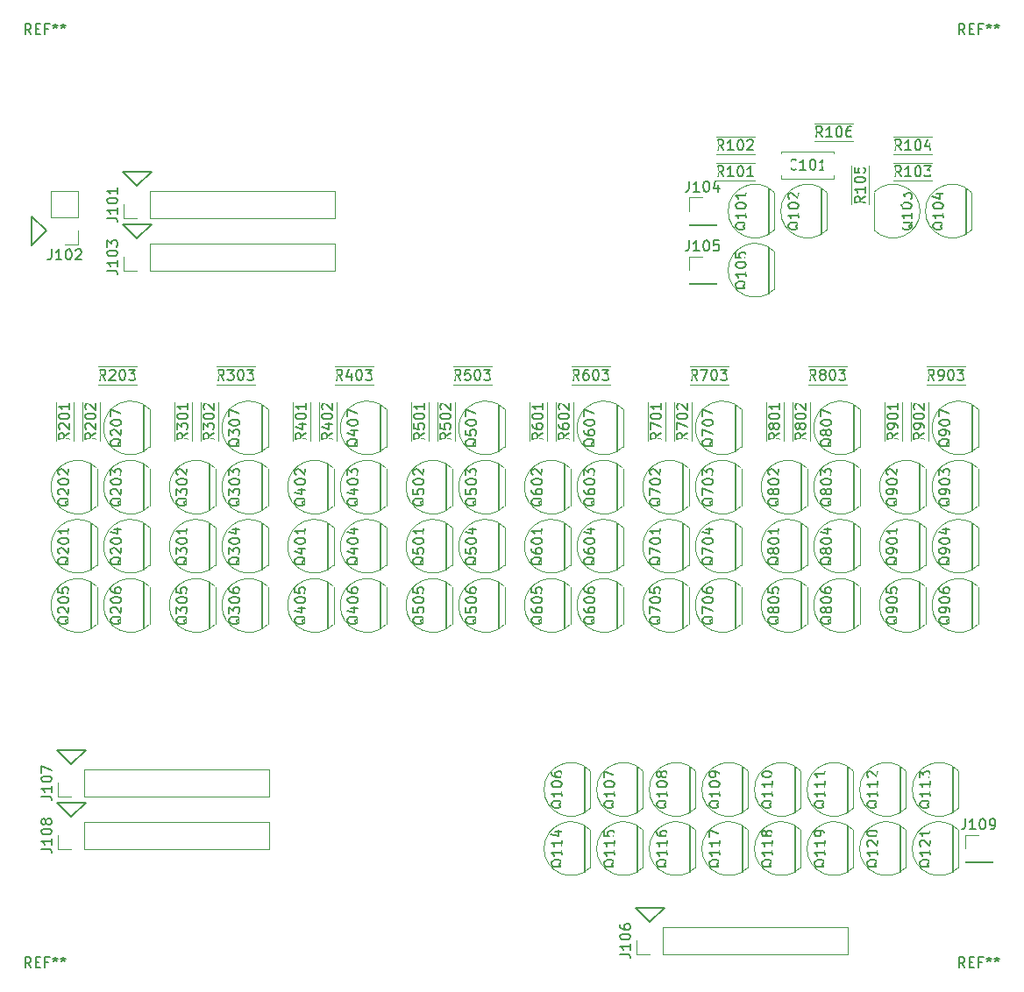
<source format=gbr>
G04 #@! TF.FileFunction,Legend,Top*
%FSLAX46Y46*%
G04 Gerber Fmt 4.6, Leading zero omitted, Abs format (unit mm)*
G04 Created by KiCad (PCBNEW 4.0.7-e2-6376~58~ubuntu16.04.1) date Tue Jan 16 13:30:28 2018*
%MOMM*%
%LPD*%
G01*
G04 APERTURE LIST*
%ADD10C,0.100000*%
%ADD11C,0.120000*%
%ADD12C,0.150000*%
%ADD13C,2.000000*%
%ADD14R,2.100000X2.100000*%
%ADD15O,2.100000X2.100000*%
%ADD16O,1.900000X1.300000*%
%ADD17R,1.900000X1.300000*%
%ADD18C,1.800000*%
%ADD19O,1.800000X1.800000*%
%ADD20C,6.800000*%
G04 APERTURE END LIST*
D10*
D11*
X117415000Y-27900000D02*
X122535000Y-27900000D01*
X117415000Y-30520000D02*
X122535000Y-30520000D01*
X117415000Y-27900000D02*
X117415000Y-28214000D01*
X117415000Y-30206000D02*
X117415000Y-30520000D01*
X122535000Y-27900000D02*
X122535000Y-28214000D01*
X122535000Y-30206000D02*
X122535000Y-30520000D01*
D12*
X55245000Y-31242000D02*
X56642000Y-29845000D01*
X56642000Y-29845000D02*
X53848000Y-29845000D01*
X55245000Y-31242000D02*
X53848000Y-29845000D01*
D11*
X74355000Y-34350000D02*
X74355000Y-31690000D01*
X56515000Y-34350000D02*
X74355000Y-34350000D01*
X56515000Y-31690000D02*
X74355000Y-31690000D01*
X56515000Y-34350000D02*
X56515000Y-31690000D01*
X55245000Y-34350000D02*
X53915000Y-34350000D01*
X53915000Y-34350000D02*
X53915000Y-33020000D01*
D12*
X46482000Y-35560000D02*
X45085000Y-36957000D01*
X45085000Y-36957000D02*
X45085000Y-34163000D01*
X45085000Y-34163000D02*
X46482000Y-35560000D01*
D11*
X49590000Y-31690000D02*
X46930000Y-31690000D01*
X49590000Y-34290000D02*
X49590000Y-31690000D01*
X46930000Y-34290000D02*
X46930000Y-31690000D01*
X49590000Y-34290000D02*
X46930000Y-34290000D01*
X49590000Y-35560000D02*
X49590000Y-36890000D01*
X49590000Y-36890000D02*
X48260000Y-36890000D01*
D12*
X55245000Y-36322000D02*
X56642000Y-34925000D01*
X56642000Y-34925000D02*
X53848000Y-34925000D01*
X55245000Y-36322000D02*
X53848000Y-34925000D01*
D11*
X74355000Y-39430000D02*
X74355000Y-36770000D01*
X56515000Y-39430000D02*
X74355000Y-39430000D01*
X56515000Y-36770000D02*
X74355000Y-36770000D01*
X56515000Y-39430000D02*
X56515000Y-36770000D01*
X55245000Y-39430000D02*
X53915000Y-39430000D01*
X53915000Y-39430000D02*
X53915000Y-38100000D01*
X108525000Y-34985000D02*
X111185000Y-34985000D01*
X108525000Y-34925000D02*
X108525000Y-34985000D01*
X111185000Y-34925000D02*
X111185000Y-34985000D01*
X108525000Y-34925000D02*
X111185000Y-34925000D01*
X108525000Y-33655000D02*
X108525000Y-32325000D01*
X108525000Y-32325000D02*
X109855000Y-32325000D01*
X108525000Y-40700000D02*
X111185000Y-40700000D01*
X108525000Y-40640000D02*
X108525000Y-40700000D01*
X111185000Y-40640000D02*
X111185000Y-40700000D01*
X108525000Y-40640000D02*
X111185000Y-40640000D01*
X108525000Y-39370000D02*
X108525000Y-38040000D01*
X108525000Y-38040000D02*
X109855000Y-38040000D01*
D12*
X104775000Y-102362000D02*
X106172000Y-100965000D01*
X106172000Y-100965000D02*
X103378000Y-100965000D01*
X104775000Y-102362000D02*
X103378000Y-100965000D01*
D11*
X123885000Y-105470000D02*
X123885000Y-102810000D01*
X106045000Y-105470000D02*
X123885000Y-105470000D01*
X106045000Y-102810000D02*
X123885000Y-102810000D01*
X106045000Y-105470000D02*
X106045000Y-102810000D01*
X104775000Y-105470000D02*
X103445000Y-105470000D01*
X103445000Y-105470000D02*
X103445000Y-104140000D01*
D12*
X48895000Y-87122000D02*
X50292000Y-85725000D01*
X50292000Y-85725000D02*
X47498000Y-85725000D01*
X48895000Y-87122000D02*
X47498000Y-85725000D01*
D11*
X68005000Y-90230000D02*
X68005000Y-87570000D01*
X50165000Y-90230000D02*
X68005000Y-90230000D01*
X50165000Y-87570000D02*
X68005000Y-87570000D01*
X50165000Y-90230000D02*
X50165000Y-87570000D01*
X48895000Y-90230000D02*
X47565000Y-90230000D01*
X47565000Y-90230000D02*
X47565000Y-88900000D01*
D12*
X48895000Y-92202000D02*
X50292000Y-90805000D01*
X50292000Y-90805000D02*
X47498000Y-90805000D01*
X48895000Y-92202000D02*
X47498000Y-90805000D01*
D11*
X68005000Y-95310000D02*
X68005000Y-92650000D01*
X50165000Y-95310000D02*
X68005000Y-95310000D01*
X50165000Y-92650000D02*
X68005000Y-92650000D01*
X50165000Y-95310000D02*
X50165000Y-92650000D01*
X48895000Y-95310000D02*
X47565000Y-95310000D01*
X47565000Y-95310000D02*
X47565000Y-93980000D01*
X135195000Y-96580000D02*
X137855000Y-96580000D01*
X135195000Y-96520000D02*
X135195000Y-96580000D01*
X137855000Y-96520000D02*
X137855000Y-96580000D01*
X135195000Y-96520000D02*
X137855000Y-96520000D01*
X135195000Y-95250000D02*
X135195000Y-93920000D01*
X135195000Y-93920000D02*
X136525000Y-93920000D01*
D12*
X116230400Y-35890200D02*
X116230400Y-31419800D01*
D11*
X116785000Y-35455000D02*
X116785000Y-31855000D01*
X116773478Y-35493478D02*
G75*
G02X112335000Y-33655000I-1838478J1838478D01*
G01*
X116773478Y-31816522D02*
G75*
G03X112335000Y-33655000I-1838478J-1838478D01*
G01*
D12*
X121310400Y-35890200D02*
X121310400Y-31419800D01*
D11*
X121865000Y-35455000D02*
X121865000Y-31855000D01*
X121853478Y-35493478D02*
G75*
G02X117415000Y-33655000I-1838478J1838478D01*
G01*
X121853478Y-31816522D02*
G75*
G03X117415000Y-33655000I-1838478J-1838478D01*
G01*
X126420000Y-31855000D02*
X126420000Y-35455000D01*
X126431522Y-31816522D02*
G75*
G02X130870000Y-33655000I1838478J-1838478D01*
G01*
X126431522Y-35493478D02*
G75*
G03X130870000Y-33655000I1838478J1838478D01*
G01*
D12*
X135280400Y-35890200D02*
X135280400Y-31419800D01*
D11*
X135835000Y-35455000D02*
X135835000Y-31855000D01*
X135823478Y-35493478D02*
G75*
G02X131385000Y-33655000I-1838478J1838478D01*
G01*
X135823478Y-31816522D02*
G75*
G03X131385000Y-33655000I-1838478J-1838478D01*
G01*
D12*
X116230400Y-41605200D02*
X116230400Y-37134800D01*
D11*
X116785000Y-41170000D02*
X116785000Y-37570000D01*
X116773478Y-41208478D02*
G75*
G02X112335000Y-39370000I-1838478J1838478D01*
G01*
X116773478Y-37531522D02*
G75*
G03X112335000Y-39370000I-1838478J-1838478D01*
G01*
D12*
X98450400Y-91770200D02*
X98450400Y-87299800D01*
D11*
X99005000Y-91335000D02*
X99005000Y-87735000D01*
X98993478Y-91373478D02*
G75*
G02X94555000Y-89535000I-1838478J1838478D01*
G01*
X98993478Y-87696522D02*
G75*
G03X94555000Y-89535000I-1838478J-1838478D01*
G01*
D12*
X103530400Y-91770200D02*
X103530400Y-87299800D01*
D11*
X104085000Y-91335000D02*
X104085000Y-87735000D01*
X104073478Y-91373478D02*
G75*
G02X99635000Y-89535000I-1838478J1838478D01*
G01*
X104073478Y-87696522D02*
G75*
G03X99635000Y-89535000I-1838478J-1838478D01*
G01*
D12*
X108610400Y-91770200D02*
X108610400Y-87299800D01*
D11*
X109165000Y-91335000D02*
X109165000Y-87735000D01*
X109153478Y-91373478D02*
G75*
G02X104715000Y-89535000I-1838478J1838478D01*
G01*
X109153478Y-87696522D02*
G75*
G03X104715000Y-89535000I-1838478J-1838478D01*
G01*
D12*
X113690400Y-91770200D02*
X113690400Y-87299800D01*
D11*
X114245000Y-91335000D02*
X114245000Y-87735000D01*
X114233478Y-91373478D02*
G75*
G02X109795000Y-89535000I-1838478J1838478D01*
G01*
X114233478Y-87696522D02*
G75*
G03X109795000Y-89535000I-1838478J-1838478D01*
G01*
D12*
X118770400Y-91770200D02*
X118770400Y-87299800D01*
D11*
X119325000Y-91335000D02*
X119325000Y-87735000D01*
X119313478Y-91373478D02*
G75*
G02X114875000Y-89535000I-1838478J1838478D01*
G01*
X119313478Y-87696522D02*
G75*
G03X114875000Y-89535000I-1838478J-1838478D01*
G01*
D12*
X123850400Y-91770200D02*
X123850400Y-87299800D01*
D11*
X124405000Y-91335000D02*
X124405000Y-87735000D01*
X124393478Y-91373478D02*
G75*
G02X119955000Y-89535000I-1838478J1838478D01*
G01*
X124393478Y-87696522D02*
G75*
G03X119955000Y-89535000I-1838478J-1838478D01*
G01*
D12*
X128930400Y-91770200D02*
X128930400Y-87299800D01*
D11*
X129485000Y-91335000D02*
X129485000Y-87735000D01*
X129473478Y-91373478D02*
G75*
G02X125035000Y-89535000I-1838478J1838478D01*
G01*
X129473478Y-87696522D02*
G75*
G03X125035000Y-89535000I-1838478J-1838478D01*
G01*
D12*
X134010400Y-91770200D02*
X134010400Y-87299800D01*
D11*
X134565000Y-91335000D02*
X134565000Y-87735000D01*
X134553478Y-91373478D02*
G75*
G02X130115000Y-89535000I-1838478J1838478D01*
G01*
X134553478Y-87696522D02*
G75*
G03X130115000Y-89535000I-1838478J-1838478D01*
G01*
D12*
X98450400Y-97485200D02*
X98450400Y-93014800D01*
D11*
X99005000Y-97050000D02*
X99005000Y-93450000D01*
X98993478Y-97088478D02*
G75*
G02X94555000Y-95250000I-1838478J1838478D01*
G01*
X98993478Y-93411522D02*
G75*
G03X94555000Y-95250000I-1838478J-1838478D01*
G01*
D12*
X103530400Y-97485200D02*
X103530400Y-93014800D01*
D11*
X104085000Y-97050000D02*
X104085000Y-93450000D01*
X104073478Y-97088478D02*
G75*
G02X99635000Y-95250000I-1838478J1838478D01*
G01*
X104073478Y-93411522D02*
G75*
G03X99635000Y-95250000I-1838478J-1838478D01*
G01*
D12*
X108610400Y-97485200D02*
X108610400Y-93014800D01*
D11*
X109165000Y-97050000D02*
X109165000Y-93450000D01*
X109153478Y-97088478D02*
G75*
G02X104715000Y-95250000I-1838478J1838478D01*
G01*
X109153478Y-93411522D02*
G75*
G03X104715000Y-95250000I-1838478J-1838478D01*
G01*
D12*
X113690400Y-97485200D02*
X113690400Y-93014800D01*
D11*
X114245000Y-97050000D02*
X114245000Y-93450000D01*
X114233478Y-97088478D02*
G75*
G02X109795000Y-95250000I-1838478J1838478D01*
G01*
X114233478Y-93411522D02*
G75*
G03X109795000Y-95250000I-1838478J-1838478D01*
G01*
D12*
X118770400Y-97485200D02*
X118770400Y-93014800D01*
D11*
X119325000Y-97050000D02*
X119325000Y-93450000D01*
X119313478Y-97088478D02*
G75*
G02X114875000Y-95250000I-1838478J1838478D01*
G01*
X119313478Y-93411522D02*
G75*
G03X114875000Y-95250000I-1838478J-1838478D01*
G01*
D12*
X123850400Y-97485200D02*
X123850400Y-93014800D01*
D11*
X124405000Y-97050000D02*
X124405000Y-93450000D01*
X124393478Y-97088478D02*
G75*
G02X119955000Y-95250000I-1838478J1838478D01*
G01*
X124393478Y-93411522D02*
G75*
G03X119955000Y-95250000I-1838478J-1838478D01*
G01*
D12*
X128930400Y-97485200D02*
X128930400Y-93014800D01*
D11*
X129485000Y-97050000D02*
X129485000Y-93450000D01*
X129473478Y-97088478D02*
G75*
G02X125035000Y-95250000I-1838478J1838478D01*
G01*
X129473478Y-93411522D02*
G75*
G03X125035000Y-95250000I-1838478J-1838478D01*
G01*
D12*
X134010400Y-97485200D02*
X134010400Y-93014800D01*
D11*
X134565000Y-97050000D02*
X134565000Y-93450000D01*
X134553478Y-97088478D02*
G75*
G02X130115000Y-95250000I-1838478J1838478D01*
G01*
X134553478Y-93411522D02*
G75*
G03X130115000Y-95250000I-1838478J-1838478D01*
G01*
D12*
X50825400Y-68275200D02*
X50825400Y-63804800D01*
D11*
X51380000Y-67840000D02*
X51380000Y-64240000D01*
X51368478Y-67878478D02*
G75*
G02X46930000Y-66040000I-1838478J1838478D01*
G01*
X51368478Y-64201522D02*
G75*
G03X46930000Y-66040000I-1838478J-1838478D01*
G01*
D12*
X50825400Y-62560200D02*
X50825400Y-58089800D01*
D11*
X51380000Y-62125000D02*
X51380000Y-58525000D01*
X51368478Y-62163478D02*
G75*
G02X46930000Y-60325000I-1838478J1838478D01*
G01*
X51368478Y-58486522D02*
G75*
G03X46930000Y-60325000I-1838478J-1838478D01*
G01*
D12*
X55905400Y-62560200D02*
X55905400Y-58089800D01*
D11*
X56460000Y-62125000D02*
X56460000Y-58525000D01*
X56448478Y-62163478D02*
G75*
G02X52010000Y-60325000I-1838478J1838478D01*
G01*
X56448478Y-58486522D02*
G75*
G03X52010000Y-60325000I-1838478J-1838478D01*
G01*
D12*
X55905400Y-68275200D02*
X55905400Y-63804800D01*
D11*
X56460000Y-67840000D02*
X56460000Y-64240000D01*
X56448478Y-67878478D02*
G75*
G02X52010000Y-66040000I-1838478J1838478D01*
G01*
X56448478Y-64201522D02*
G75*
G03X52010000Y-66040000I-1838478J-1838478D01*
G01*
D12*
X50825400Y-73990200D02*
X50825400Y-69519800D01*
D11*
X51380000Y-73555000D02*
X51380000Y-69955000D01*
X51368478Y-73593478D02*
G75*
G02X46930000Y-71755000I-1838478J1838478D01*
G01*
X51368478Y-69916522D02*
G75*
G03X46930000Y-71755000I-1838478J-1838478D01*
G01*
D12*
X55905400Y-73990200D02*
X55905400Y-69519800D01*
D11*
X56460000Y-73555000D02*
X56460000Y-69955000D01*
X56448478Y-73593478D02*
G75*
G02X52010000Y-71755000I-1838478J1838478D01*
G01*
X56448478Y-69916522D02*
G75*
G03X52010000Y-71755000I-1838478J-1838478D01*
G01*
D12*
X55905400Y-56845200D02*
X55905400Y-52374800D01*
D11*
X56460000Y-56410000D02*
X56460000Y-52810000D01*
X56448478Y-56448478D02*
G75*
G02X52010000Y-54610000I-1838478J1838478D01*
G01*
X56448478Y-52771522D02*
G75*
G03X52010000Y-54610000I-1838478J-1838478D01*
G01*
D12*
X62255400Y-68275200D02*
X62255400Y-63804800D01*
D11*
X62810000Y-67840000D02*
X62810000Y-64240000D01*
X62798478Y-67878478D02*
G75*
G02X58360000Y-66040000I-1838478J1838478D01*
G01*
X62798478Y-64201522D02*
G75*
G03X58360000Y-66040000I-1838478J-1838478D01*
G01*
D12*
X62255400Y-62560200D02*
X62255400Y-58089800D01*
D11*
X62810000Y-62125000D02*
X62810000Y-58525000D01*
X62798478Y-62163478D02*
G75*
G02X58360000Y-60325000I-1838478J1838478D01*
G01*
X62798478Y-58486522D02*
G75*
G03X58360000Y-60325000I-1838478J-1838478D01*
G01*
D12*
X67335400Y-62560200D02*
X67335400Y-58089800D01*
D11*
X67890000Y-62125000D02*
X67890000Y-58525000D01*
X67878478Y-62163478D02*
G75*
G02X63440000Y-60325000I-1838478J1838478D01*
G01*
X67878478Y-58486522D02*
G75*
G03X63440000Y-60325000I-1838478J-1838478D01*
G01*
D12*
X67335400Y-68275200D02*
X67335400Y-63804800D01*
D11*
X67890000Y-67840000D02*
X67890000Y-64240000D01*
X67878478Y-67878478D02*
G75*
G02X63440000Y-66040000I-1838478J1838478D01*
G01*
X67878478Y-64201522D02*
G75*
G03X63440000Y-66040000I-1838478J-1838478D01*
G01*
D12*
X62255400Y-73990200D02*
X62255400Y-69519800D01*
D11*
X62810000Y-73555000D02*
X62810000Y-69955000D01*
X62798478Y-73593478D02*
G75*
G02X58360000Y-71755000I-1838478J1838478D01*
G01*
X62798478Y-69916522D02*
G75*
G03X58360000Y-71755000I-1838478J-1838478D01*
G01*
D12*
X67335400Y-73990200D02*
X67335400Y-69519800D01*
D11*
X67890000Y-73555000D02*
X67890000Y-69955000D01*
X67878478Y-73593478D02*
G75*
G02X63440000Y-71755000I-1838478J1838478D01*
G01*
X67878478Y-69916522D02*
G75*
G03X63440000Y-71755000I-1838478J-1838478D01*
G01*
D12*
X67335400Y-56845200D02*
X67335400Y-52374800D01*
D11*
X67890000Y-56410000D02*
X67890000Y-52810000D01*
X67878478Y-56448478D02*
G75*
G02X63440000Y-54610000I-1838478J1838478D01*
G01*
X67878478Y-52771522D02*
G75*
G03X63440000Y-54610000I-1838478J-1838478D01*
G01*
D12*
X73685400Y-68275200D02*
X73685400Y-63804800D01*
D11*
X74240000Y-67840000D02*
X74240000Y-64240000D01*
X74228478Y-67878478D02*
G75*
G02X69790000Y-66040000I-1838478J1838478D01*
G01*
X74228478Y-64201522D02*
G75*
G03X69790000Y-66040000I-1838478J-1838478D01*
G01*
D12*
X73685400Y-62560200D02*
X73685400Y-58089800D01*
D11*
X74240000Y-62125000D02*
X74240000Y-58525000D01*
X74228478Y-62163478D02*
G75*
G02X69790000Y-60325000I-1838478J1838478D01*
G01*
X74228478Y-58486522D02*
G75*
G03X69790000Y-60325000I-1838478J-1838478D01*
G01*
D12*
X78765400Y-62560200D02*
X78765400Y-58089800D01*
D11*
X79320000Y-62125000D02*
X79320000Y-58525000D01*
X79308478Y-62163478D02*
G75*
G02X74870000Y-60325000I-1838478J1838478D01*
G01*
X79308478Y-58486522D02*
G75*
G03X74870000Y-60325000I-1838478J-1838478D01*
G01*
D12*
X78765400Y-68275200D02*
X78765400Y-63804800D01*
D11*
X79320000Y-67840000D02*
X79320000Y-64240000D01*
X79308478Y-67878478D02*
G75*
G02X74870000Y-66040000I-1838478J1838478D01*
G01*
X79308478Y-64201522D02*
G75*
G03X74870000Y-66040000I-1838478J-1838478D01*
G01*
D12*
X73685400Y-73990200D02*
X73685400Y-69519800D01*
D11*
X74240000Y-73555000D02*
X74240000Y-69955000D01*
X74228478Y-73593478D02*
G75*
G02X69790000Y-71755000I-1838478J1838478D01*
G01*
X74228478Y-69916522D02*
G75*
G03X69790000Y-71755000I-1838478J-1838478D01*
G01*
D12*
X78765400Y-73990200D02*
X78765400Y-69519800D01*
D11*
X79320000Y-73555000D02*
X79320000Y-69955000D01*
X79308478Y-73593478D02*
G75*
G02X74870000Y-71755000I-1838478J1838478D01*
G01*
X79308478Y-69916522D02*
G75*
G03X74870000Y-71755000I-1838478J-1838478D01*
G01*
D12*
X78765400Y-56845200D02*
X78765400Y-52374800D01*
D11*
X79320000Y-56410000D02*
X79320000Y-52810000D01*
X79308478Y-56448478D02*
G75*
G02X74870000Y-54610000I-1838478J1838478D01*
G01*
X79308478Y-52771522D02*
G75*
G03X74870000Y-54610000I-1838478J-1838478D01*
G01*
D12*
X85115400Y-68275200D02*
X85115400Y-63804800D01*
D11*
X85670000Y-67840000D02*
X85670000Y-64240000D01*
X85658478Y-67878478D02*
G75*
G02X81220000Y-66040000I-1838478J1838478D01*
G01*
X85658478Y-64201522D02*
G75*
G03X81220000Y-66040000I-1838478J-1838478D01*
G01*
D12*
X85115400Y-62560200D02*
X85115400Y-58089800D01*
D11*
X85670000Y-62125000D02*
X85670000Y-58525000D01*
X85658478Y-62163478D02*
G75*
G02X81220000Y-60325000I-1838478J1838478D01*
G01*
X85658478Y-58486522D02*
G75*
G03X81220000Y-60325000I-1838478J-1838478D01*
G01*
D12*
X90195400Y-62560200D02*
X90195400Y-58089800D01*
D11*
X90750000Y-62125000D02*
X90750000Y-58525000D01*
X90738478Y-62163478D02*
G75*
G02X86300000Y-60325000I-1838478J1838478D01*
G01*
X90738478Y-58486522D02*
G75*
G03X86300000Y-60325000I-1838478J-1838478D01*
G01*
D12*
X90195400Y-68275200D02*
X90195400Y-63804800D01*
D11*
X90750000Y-67840000D02*
X90750000Y-64240000D01*
X90738478Y-67878478D02*
G75*
G02X86300000Y-66040000I-1838478J1838478D01*
G01*
X90738478Y-64201522D02*
G75*
G03X86300000Y-66040000I-1838478J-1838478D01*
G01*
D12*
X85115400Y-73990200D02*
X85115400Y-69519800D01*
D11*
X85670000Y-73555000D02*
X85670000Y-69955000D01*
X85658478Y-73593478D02*
G75*
G02X81220000Y-71755000I-1838478J1838478D01*
G01*
X85658478Y-69916522D02*
G75*
G03X81220000Y-71755000I-1838478J-1838478D01*
G01*
D12*
X90195400Y-73990200D02*
X90195400Y-69519800D01*
D11*
X90750000Y-73555000D02*
X90750000Y-69955000D01*
X90738478Y-73593478D02*
G75*
G02X86300000Y-71755000I-1838478J1838478D01*
G01*
X90738478Y-69916522D02*
G75*
G03X86300000Y-71755000I-1838478J-1838478D01*
G01*
D12*
X90195400Y-56845200D02*
X90195400Y-52374800D01*
D11*
X90750000Y-56410000D02*
X90750000Y-52810000D01*
X90738478Y-56448478D02*
G75*
G02X86300000Y-54610000I-1838478J1838478D01*
G01*
X90738478Y-52771522D02*
G75*
G03X86300000Y-54610000I-1838478J-1838478D01*
G01*
D12*
X96545400Y-68275200D02*
X96545400Y-63804800D01*
D11*
X97100000Y-67840000D02*
X97100000Y-64240000D01*
X97088478Y-67878478D02*
G75*
G02X92650000Y-66040000I-1838478J1838478D01*
G01*
X97088478Y-64201522D02*
G75*
G03X92650000Y-66040000I-1838478J-1838478D01*
G01*
D12*
X96545400Y-62560200D02*
X96545400Y-58089800D01*
D11*
X97100000Y-62125000D02*
X97100000Y-58525000D01*
X97088478Y-62163478D02*
G75*
G02X92650000Y-60325000I-1838478J1838478D01*
G01*
X97088478Y-58486522D02*
G75*
G03X92650000Y-60325000I-1838478J-1838478D01*
G01*
D12*
X101625400Y-62560200D02*
X101625400Y-58089800D01*
D11*
X102180000Y-62125000D02*
X102180000Y-58525000D01*
X102168478Y-62163478D02*
G75*
G02X97730000Y-60325000I-1838478J1838478D01*
G01*
X102168478Y-58486522D02*
G75*
G03X97730000Y-60325000I-1838478J-1838478D01*
G01*
D12*
X101625400Y-68275200D02*
X101625400Y-63804800D01*
D11*
X102180000Y-67840000D02*
X102180000Y-64240000D01*
X102168478Y-67878478D02*
G75*
G02X97730000Y-66040000I-1838478J1838478D01*
G01*
X102168478Y-64201522D02*
G75*
G03X97730000Y-66040000I-1838478J-1838478D01*
G01*
D12*
X96545400Y-73990200D02*
X96545400Y-69519800D01*
D11*
X97100000Y-73555000D02*
X97100000Y-69955000D01*
X97088478Y-73593478D02*
G75*
G02X92650000Y-71755000I-1838478J1838478D01*
G01*
X97088478Y-69916522D02*
G75*
G03X92650000Y-71755000I-1838478J-1838478D01*
G01*
D12*
X101625400Y-73990200D02*
X101625400Y-69519800D01*
D11*
X102180000Y-73555000D02*
X102180000Y-69955000D01*
X102168478Y-73593478D02*
G75*
G02X97730000Y-71755000I-1838478J1838478D01*
G01*
X102168478Y-69916522D02*
G75*
G03X97730000Y-71755000I-1838478J-1838478D01*
G01*
D12*
X101625400Y-56845200D02*
X101625400Y-52374800D01*
D11*
X102180000Y-56410000D02*
X102180000Y-52810000D01*
X102168478Y-56448478D02*
G75*
G02X97730000Y-54610000I-1838478J1838478D01*
G01*
X102168478Y-52771522D02*
G75*
G03X97730000Y-54610000I-1838478J-1838478D01*
G01*
D12*
X107975400Y-68275200D02*
X107975400Y-63804800D01*
D11*
X108530000Y-67840000D02*
X108530000Y-64240000D01*
X108518478Y-67878478D02*
G75*
G02X104080000Y-66040000I-1838478J1838478D01*
G01*
X108518478Y-64201522D02*
G75*
G03X104080000Y-66040000I-1838478J-1838478D01*
G01*
D12*
X107975400Y-62560200D02*
X107975400Y-58089800D01*
D11*
X108530000Y-62125000D02*
X108530000Y-58525000D01*
X108518478Y-62163478D02*
G75*
G02X104080000Y-60325000I-1838478J1838478D01*
G01*
X108518478Y-58486522D02*
G75*
G03X104080000Y-60325000I-1838478J-1838478D01*
G01*
D12*
X113055400Y-62560200D02*
X113055400Y-58089800D01*
D11*
X113610000Y-62125000D02*
X113610000Y-58525000D01*
X113598478Y-62163478D02*
G75*
G02X109160000Y-60325000I-1838478J1838478D01*
G01*
X113598478Y-58486522D02*
G75*
G03X109160000Y-60325000I-1838478J-1838478D01*
G01*
D12*
X113055400Y-68275200D02*
X113055400Y-63804800D01*
D11*
X113610000Y-67840000D02*
X113610000Y-64240000D01*
X113598478Y-67878478D02*
G75*
G02X109160000Y-66040000I-1838478J1838478D01*
G01*
X113598478Y-64201522D02*
G75*
G03X109160000Y-66040000I-1838478J-1838478D01*
G01*
D12*
X107975400Y-73990200D02*
X107975400Y-69519800D01*
D11*
X108530000Y-73555000D02*
X108530000Y-69955000D01*
X108518478Y-73593478D02*
G75*
G02X104080000Y-71755000I-1838478J1838478D01*
G01*
X108518478Y-69916522D02*
G75*
G03X104080000Y-71755000I-1838478J-1838478D01*
G01*
D12*
X113055400Y-73990200D02*
X113055400Y-69519800D01*
D11*
X113610000Y-73555000D02*
X113610000Y-69955000D01*
X113598478Y-73593478D02*
G75*
G02X109160000Y-71755000I-1838478J1838478D01*
G01*
X113598478Y-69916522D02*
G75*
G03X109160000Y-71755000I-1838478J-1838478D01*
G01*
D12*
X113055400Y-56845200D02*
X113055400Y-52374800D01*
D11*
X113610000Y-56410000D02*
X113610000Y-52810000D01*
X113598478Y-56448478D02*
G75*
G02X109160000Y-54610000I-1838478J1838478D01*
G01*
X113598478Y-52771522D02*
G75*
G03X109160000Y-54610000I-1838478J-1838478D01*
G01*
D12*
X119405400Y-68275200D02*
X119405400Y-63804800D01*
D11*
X119960000Y-67840000D02*
X119960000Y-64240000D01*
X119948478Y-67878478D02*
G75*
G02X115510000Y-66040000I-1838478J1838478D01*
G01*
X119948478Y-64201522D02*
G75*
G03X115510000Y-66040000I-1838478J-1838478D01*
G01*
D12*
X119405400Y-62560200D02*
X119405400Y-58089800D01*
D11*
X119960000Y-62125000D02*
X119960000Y-58525000D01*
X119948478Y-62163478D02*
G75*
G02X115510000Y-60325000I-1838478J1838478D01*
G01*
X119948478Y-58486522D02*
G75*
G03X115510000Y-60325000I-1838478J-1838478D01*
G01*
D12*
X124485400Y-62560200D02*
X124485400Y-58089800D01*
D11*
X125040000Y-62125000D02*
X125040000Y-58525000D01*
X125028478Y-62163478D02*
G75*
G02X120590000Y-60325000I-1838478J1838478D01*
G01*
X125028478Y-58486522D02*
G75*
G03X120590000Y-60325000I-1838478J-1838478D01*
G01*
D12*
X124485400Y-68275200D02*
X124485400Y-63804800D01*
D11*
X125040000Y-67840000D02*
X125040000Y-64240000D01*
X125028478Y-67878478D02*
G75*
G02X120590000Y-66040000I-1838478J1838478D01*
G01*
X125028478Y-64201522D02*
G75*
G03X120590000Y-66040000I-1838478J-1838478D01*
G01*
D12*
X119405400Y-73990200D02*
X119405400Y-69519800D01*
D11*
X119960000Y-73555000D02*
X119960000Y-69955000D01*
X119948478Y-73593478D02*
G75*
G02X115510000Y-71755000I-1838478J1838478D01*
G01*
X119948478Y-69916522D02*
G75*
G03X115510000Y-71755000I-1838478J-1838478D01*
G01*
D12*
X124485400Y-73990200D02*
X124485400Y-69519800D01*
D11*
X125040000Y-73555000D02*
X125040000Y-69955000D01*
X125028478Y-73593478D02*
G75*
G02X120590000Y-71755000I-1838478J1838478D01*
G01*
X125028478Y-69916522D02*
G75*
G03X120590000Y-71755000I-1838478J-1838478D01*
G01*
D12*
X124485400Y-56845200D02*
X124485400Y-52374800D01*
D11*
X125040000Y-56410000D02*
X125040000Y-52810000D01*
X125028478Y-56448478D02*
G75*
G02X120590000Y-54610000I-1838478J1838478D01*
G01*
X125028478Y-52771522D02*
G75*
G03X120590000Y-54610000I-1838478J-1838478D01*
G01*
D12*
X130835400Y-68275200D02*
X130835400Y-63804800D01*
D11*
X131390000Y-67840000D02*
X131390000Y-64240000D01*
X131378478Y-67878478D02*
G75*
G02X126940000Y-66040000I-1838478J1838478D01*
G01*
X131378478Y-64201522D02*
G75*
G03X126940000Y-66040000I-1838478J-1838478D01*
G01*
D12*
X130835400Y-62560200D02*
X130835400Y-58089800D01*
D11*
X131390000Y-62125000D02*
X131390000Y-58525000D01*
X131378478Y-62163478D02*
G75*
G02X126940000Y-60325000I-1838478J1838478D01*
G01*
X131378478Y-58486522D02*
G75*
G03X126940000Y-60325000I-1838478J-1838478D01*
G01*
D12*
X135915400Y-62560200D02*
X135915400Y-58089800D01*
D11*
X136470000Y-62125000D02*
X136470000Y-58525000D01*
X136458478Y-62163478D02*
G75*
G02X132020000Y-60325000I-1838478J1838478D01*
G01*
X136458478Y-58486522D02*
G75*
G03X132020000Y-60325000I-1838478J-1838478D01*
G01*
D12*
X135915400Y-68275200D02*
X135915400Y-63804800D01*
D11*
X136470000Y-67840000D02*
X136470000Y-64240000D01*
X136458478Y-67878478D02*
G75*
G02X132020000Y-66040000I-1838478J1838478D01*
G01*
X136458478Y-64201522D02*
G75*
G03X132020000Y-66040000I-1838478J-1838478D01*
G01*
D12*
X130835400Y-73990200D02*
X130835400Y-69519800D01*
D11*
X131390000Y-73555000D02*
X131390000Y-69955000D01*
X131378478Y-73593478D02*
G75*
G02X126940000Y-71755000I-1838478J1838478D01*
G01*
X131378478Y-69916522D02*
G75*
G03X126940000Y-71755000I-1838478J-1838478D01*
G01*
D12*
X135915400Y-73990200D02*
X135915400Y-69519800D01*
D11*
X136470000Y-73555000D02*
X136470000Y-69955000D01*
X136458478Y-73593478D02*
G75*
G02X132020000Y-71755000I-1838478J1838478D01*
G01*
X136458478Y-69916522D02*
G75*
G03X132020000Y-71755000I-1838478J-1838478D01*
G01*
D12*
X135915400Y-56845200D02*
X135915400Y-52374800D01*
D11*
X136470000Y-56410000D02*
X136470000Y-52810000D01*
X136458478Y-56448478D02*
G75*
G02X132020000Y-54610000I-1838478J1838478D01*
G01*
X136458478Y-52771522D02*
G75*
G03X132020000Y-54610000I-1838478J-1838478D01*
G01*
X111170000Y-28985000D02*
X114890000Y-28985000D01*
X111170000Y-30705000D02*
X114890000Y-30705000D01*
X111170000Y-26445000D02*
X114890000Y-26445000D01*
X111170000Y-28165000D02*
X114890000Y-28165000D01*
X128315000Y-28985000D02*
X132035000Y-28985000D01*
X128315000Y-30705000D02*
X132035000Y-30705000D01*
X128315000Y-26445000D02*
X132035000Y-26445000D01*
X128315000Y-28165000D02*
X132035000Y-28165000D01*
X124235000Y-32975000D02*
X124235000Y-29255000D01*
X125955000Y-32975000D02*
X125955000Y-29255000D01*
X124415000Y-26895000D02*
X120695000Y-26895000D01*
X124415000Y-25175000D02*
X120695000Y-25175000D01*
X49120000Y-52115000D02*
X49120000Y-55835000D01*
X47400000Y-52115000D02*
X47400000Y-55835000D01*
X51660000Y-52115000D02*
X51660000Y-55835000D01*
X49940000Y-52115000D02*
X49940000Y-55835000D01*
X51480000Y-48670000D02*
X55200000Y-48670000D01*
X51480000Y-50390000D02*
X55200000Y-50390000D01*
X60550000Y-52115000D02*
X60550000Y-55835000D01*
X58830000Y-52115000D02*
X58830000Y-55835000D01*
X63090000Y-52115000D02*
X63090000Y-55835000D01*
X61370000Y-52115000D02*
X61370000Y-55835000D01*
X62910000Y-48670000D02*
X66630000Y-48670000D01*
X62910000Y-50390000D02*
X66630000Y-50390000D01*
X71980000Y-52115000D02*
X71980000Y-55835000D01*
X70260000Y-52115000D02*
X70260000Y-55835000D01*
X74520000Y-52115000D02*
X74520000Y-55835000D01*
X72800000Y-52115000D02*
X72800000Y-55835000D01*
X74340000Y-48670000D02*
X78060000Y-48670000D01*
X74340000Y-50390000D02*
X78060000Y-50390000D01*
X83410000Y-52115000D02*
X83410000Y-55835000D01*
X81690000Y-52115000D02*
X81690000Y-55835000D01*
X85950000Y-52115000D02*
X85950000Y-55835000D01*
X84230000Y-52115000D02*
X84230000Y-55835000D01*
X85770000Y-48670000D02*
X89490000Y-48670000D01*
X85770000Y-50390000D02*
X89490000Y-50390000D01*
X94840000Y-52115000D02*
X94840000Y-55835000D01*
X93120000Y-52115000D02*
X93120000Y-55835000D01*
X97380000Y-52115000D02*
X97380000Y-55835000D01*
X95660000Y-52115000D02*
X95660000Y-55835000D01*
X97200000Y-48670000D02*
X100920000Y-48670000D01*
X97200000Y-50390000D02*
X100920000Y-50390000D01*
X106270000Y-52115000D02*
X106270000Y-55835000D01*
X104550000Y-52115000D02*
X104550000Y-55835000D01*
X108810000Y-52115000D02*
X108810000Y-55835000D01*
X107090000Y-52115000D02*
X107090000Y-55835000D01*
X108630000Y-48670000D02*
X112350000Y-48670000D01*
X108630000Y-50390000D02*
X112350000Y-50390000D01*
X117700000Y-52115000D02*
X117700000Y-55835000D01*
X115980000Y-52115000D02*
X115980000Y-55835000D01*
X120240000Y-52115000D02*
X120240000Y-55835000D01*
X118520000Y-52115000D02*
X118520000Y-55835000D01*
X120060000Y-48670000D02*
X123780000Y-48670000D01*
X120060000Y-50390000D02*
X123780000Y-50390000D01*
X129130000Y-52115000D02*
X129130000Y-55835000D01*
X127410000Y-52115000D02*
X127410000Y-55835000D01*
X131670000Y-52115000D02*
X131670000Y-55835000D01*
X129950000Y-52115000D02*
X129950000Y-55835000D01*
X131490000Y-48670000D02*
X135210000Y-48670000D01*
X131490000Y-50390000D02*
X135210000Y-50390000D01*
D12*
X118895953Y-29567143D02*
X118848334Y-29614762D01*
X118705477Y-29662381D01*
X118610239Y-29662381D01*
X118467381Y-29614762D01*
X118372143Y-29519524D01*
X118324524Y-29424286D01*
X118276905Y-29233810D01*
X118276905Y-29090952D01*
X118324524Y-28900476D01*
X118372143Y-28805238D01*
X118467381Y-28710000D01*
X118610239Y-28662381D01*
X118705477Y-28662381D01*
X118848334Y-28710000D01*
X118895953Y-28757619D01*
X119848334Y-29662381D02*
X119276905Y-29662381D01*
X119562619Y-29662381D02*
X119562619Y-28662381D01*
X119467381Y-28805238D01*
X119372143Y-28900476D01*
X119276905Y-28948095D01*
X120467381Y-28662381D02*
X120562620Y-28662381D01*
X120657858Y-28710000D01*
X120705477Y-28757619D01*
X120753096Y-28852857D01*
X120800715Y-29043333D01*
X120800715Y-29281429D01*
X120753096Y-29471905D01*
X120705477Y-29567143D01*
X120657858Y-29614762D01*
X120562620Y-29662381D01*
X120467381Y-29662381D01*
X120372143Y-29614762D01*
X120324524Y-29567143D01*
X120276905Y-29471905D01*
X120229286Y-29281429D01*
X120229286Y-29043333D01*
X120276905Y-28852857D01*
X120324524Y-28757619D01*
X120372143Y-28710000D01*
X120467381Y-28662381D01*
X121753096Y-29662381D02*
X121181667Y-29662381D01*
X121467381Y-29662381D02*
X121467381Y-28662381D01*
X121372143Y-28805238D01*
X121276905Y-28900476D01*
X121181667Y-28948095D01*
X52367381Y-34305714D02*
X53081667Y-34305714D01*
X53224524Y-34353334D01*
X53319762Y-34448572D01*
X53367381Y-34591429D01*
X53367381Y-34686667D01*
X53367381Y-33305714D02*
X53367381Y-33877143D01*
X53367381Y-33591429D02*
X52367381Y-33591429D01*
X52510238Y-33686667D01*
X52605476Y-33781905D01*
X52653095Y-33877143D01*
X52367381Y-32686667D02*
X52367381Y-32591428D01*
X52415000Y-32496190D01*
X52462619Y-32448571D01*
X52557857Y-32400952D01*
X52748333Y-32353333D01*
X52986429Y-32353333D01*
X53176905Y-32400952D01*
X53272143Y-32448571D01*
X53319762Y-32496190D01*
X53367381Y-32591428D01*
X53367381Y-32686667D01*
X53319762Y-32781905D01*
X53272143Y-32829524D01*
X53176905Y-32877143D01*
X52986429Y-32924762D01*
X52748333Y-32924762D01*
X52557857Y-32877143D01*
X52462619Y-32829524D01*
X52415000Y-32781905D01*
X52367381Y-32686667D01*
X53367381Y-31400952D02*
X53367381Y-31972381D01*
X53367381Y-31686667D02*
X52367381Y-31686667D01*
X52510238Y-31781905D01*
X52605476Y-31877143D01*
X52653095Y-31972381D01*
X46974286Y-37342381D02*
X46974286Y-38056667D01*
X46926666Y-38199524D01*
X46831428Y-38294762D01*
X46688571Y-38342381D01*
X46593333Y-38342381D01*
X47974286Y-38342381D02*
X47402857Y-38342381D01*
X47688571Y-38342381D02*
X47688571Y-37342381D01*
X47593333Y-37485238D01*
X47498095Y-37580476D01*
X47402857Y-37628095D01*
X48593333Y-37342381D02*
X48688572Y-37342381D01*
X48783810Y-37390000D01*
X48831429Y-37437619D01*
X48879048Y-37532857D01*
X48926667Y-37723333D01*
X48926667Y-37961429D01*
X48879048Y-38151905D01*
X48831429Y-38247143D01*
X48783810Y-38294762D01*
X48688572Y-38342381D01*
X48593333Y-38342381D01*
X48498095Y-38294762D01*
X48450476Y-38247143D01*
X48402857Y-38151905D01*
X48355238Y-37961429D01*
X48355238Y-37723333D01*
X48402857Y-37532857D01*
X48450476Y-37437619D01*
X48498095Y-37390000D01*
X48593333Y-37342381D01*
X49307619Y-37437619D02*
X49355238Y-37390000D01*
X49450476Y-37342381D01*
X49688572Y-37342381D01*
X49783810Y-37390000D01*
X49831429Y-37437619D01*
X49879048Y-37532857D01*
X49879048Y-37628095D01*
X49831429Y-37770952D01*
X49260000Y-38342381D01*
X49879048Y-38342381D01*
X52367381Y-39385714D02*
X53081667Y-39385714D01*
X53224524Y-39433334D01*
X53319762Y-39528572D01*
X53367381Y-39671429D01*
X53367381Y-39766667D01*
X53367381Y-38385714D02*
X53367381Y-38957143D01*
X53367381Y-38671429D02*
X52367381Y-38671429D01*
X52510238Y-38766667D01*
X52605476Y-38861905D01*
X52653095Y-38957143D01*
X52367381Y-37766667D02*
X52367381Y-37671428D01*
X52415000Y-37576190D01*
X52462619Y-37528571D01*
X52557857Y-37480952D01*
X52748333Y-37433333D01*
X52986429Y-37433333D01*
X53176905Y-37480952D01*
X53272143Y-37528571D01*
X53319762Y-37576190D01*
X53367381Y-37671428D01*
X53367381Y-37766667D01*
X53319762Y-37861905D01*
X53272143Y-37909524D01*
X53176905Y-37957143D01*
X52986429Y-38004762D01*
X52748333Y-38004762D01*
X52557857Y-37957143D01*
X52462619Y-37909524D01*
X52415000Y-37861905D01*
X52367381Y-37766667D01*
X52367381Y-37100000D02*
X52367381Y-36480952D01*
X52748333Y-36814286D01*
X52748333Y-36671428D01*
X52795952Y-36576190D01*
X52843571Y-36528571D01*
X52938810Y-36480952D01*
X53176905Y-36480952D01*
X53272143Y-36528571D01*
X53319762Y-36576190D01*
X53367381Y-36671428D01*
X53367381Y-36957143D01*
X53319762Y-37052381D01*
X53272143Y-37100000D01*
X108569286Y-30777381D02*
X108569286Y-31491667D01*
X108521666Y-31634524D01*
X108426428Y-31729762D01*
X108283571Y-31777381D01*
X108188333Y-31777381D01*
X109569286Y-31777381D02*
X108997857Y-31777381D01*
X109283571Y-31777381D02*
X109283571Y-30777381D01*
X109188333Y-30920238D01*
X109093095Y-31015476D01*
X108997857Y-31063095D01*
X110188333Y-30777381D02*
X110283572Y-30777381D01*
X110378810Y-30825000D01*
X110426429Y-30872619D01*
X110474048Y-30967857D01*
X110521667Y-31158333D01*
X110521667Y-31396429D01*
X110474048Y-31586905D01*
X110426429Y-31682143D01*
X110378810Y-31729762D01*
X110283572Y-31777381D01*
X110188333Y-31777381D01*
X110093095Y-31729762D01*
X110045476Y-31682143D01*
X109997857Y-31586905D01*
X109950238Y-31396429D01*
X109950238Y-31158333D01*
X109997857Y-30967857D01*
X110045476Y-30872619D01*
X110093095Y-30825000D01*
X110188333Y-30777381D01*
X111378810Y-31110714D02*
X111378810Y-31777381D01*
X111140714Y-30729762D02*
X110902619Y-31444048D01*
X111521667Y-31444048D01*
X108569286Y-36492381D02*
X108569286Y-37206667D01*
X108521666Y-37349524D01*
X108426428Y-37444762D01*
X108283571Y-37492381D01*
X108188333Y-37492381D01*
X109569286Y-37492381D02*
X108997857Y-37492381D01*
X109283571Y-37492381D02*
X109283571Y-36492381D01*
X109188333Y-36635238D01*
X109093095Y-36730476D01*
X108997857Y-36778095D01*
X110188333Y-36492381D02*
X110283572Y-36492381D01*
X110378810Y-36540000D01*
X110426429Y-36587619D01*
X110474048Y-36682857D01*
X110521667Y-36873333D01*
X110521667Y-37111429D01*
X110474048Y-37301905D01*
X110426429Y-37397143D01*
X110378810Y-37444762D01*
X110283572Y-37492381D01*
X110188333Y-37492381D01*
X110093095Y-37444762D01*
X110045476Y-37397143D01*
X109997857Y-37301905D01*
X109950238Y-37111429D01*
X109950238Y-36873333D01*
X109997857Y-36682857D01*
X110045476Y-36587619D01*
X110093095Y-36540000D01*
X110188333Y-36492381D01*
X111426429Y-36492381D02*
X110950238Y-36492381D01*
X110902619Y-36968571D01*
X110950238Y-36920952D01*
X111045476Y-36873333D01*
X111283572Y-36873333D01*
X111378810Y-36920952D01*
X111426429Y-36968571D01*
X111474048Y-37063810D01*
X111474048Y-37301905D01*
X111426429Y-37397143D01*
X111378810Y-37444762D01*
X111283572Y-37492381D01*
X111045476Y-37492381D01*
X110950238Y-37444762D01*
X110902619Y-37397143D01*
X101897381Y-105425714D02*
X102611667Y-105425714D01*
X102754524Y-105473334D01*
X102849762Y-105568572D01*
X102897381Y-105711429D01*
X102897381Y-105806667D01*
X102897381Y-104425714D02*
X102897381Y-104997143D01*
X102897381Y-104711429D02*
X101897381Y-104711429D01*
X102040238Y-104806667D01*
X102135476Y-104901905D01*
X102183095Y-104997143D01*
X101897381Y-103806667D02*
X101897381Y-103711428D01*
X101945000Y-103616190D01*
X101992619Y-103568571D01*
X102087857Y-103520952D01*
X102278333Y-103473333D01*
X102516429Y-103473333D01*
X102706905Y-103520952D01*
X102802143Y-103568571D01*
X102849762Y-103616190D01*
X102897381Y-103711428D01*
X102897381Y-103806667D01*
X102849762Y-103901905D01*
X102802143Y-103949524D01*
X102706905Y-103997143D01*
X102516429Y-104044762D01*
X102278333Y-104044762D01*
X102087857Y-103997143D01*
X101992619Y-103949524D01*
X101945000Y-103901905D01*
X101897381Y-103806667D01*
X101897381Y-102616190D02*
X101897381Y-102806667D01*
X101945000Y-102901905D01*
X101992619Y-102949524D01*
X102135476Y-103044762D01*
X102325952Y-103092381D01*
X102706905Y-103092381D01*
X102802143Y-103044762D01*
X102849762Y-102997143D01*
X102897381Y-102901905D01*
X102897381Y-102711428D01*
X102849762Y-102616190D01*
X102802143Y-102568571D01*
X102706905Y-102520952D01*
X102468810Y-102520952D01*
X102373571Y-102568571D01*
X102325952Y-102616190D01*
X102278333Y-102711428D01*
X102278333Y-102901905D01*
X102325952Y-102997143D01*
X102373571Y-103044762D01*
X102468810Y-103092381D01*
X46017381Y-90185714D02*
X46731667Y-90185714D01*
X46874524Y-90233334D01*
X46969762Y-90328572D01*
X47017381Y-90471429D01*
X47017381Y-90566667D01*
X47017381Y-89185714D02*
X47017381Y-89757143D01*
X47017381Y-89471429D02*
X46017381Y-89471429D01*
X46160238Y-89566667D01*
X46255476Y-89661905D01*
X46303095Y-89757143D01*
X46017381Y-88566667D02*
X46017381Y-88471428D01*
X46065000Y-88376190D01*
X46112619Y-88328571D01*
X46207857Y-88280952D01*
X46398333Y-88233333D01*
X46636429Y-88233333D01*
X46826905Y-88280952D01*
X46922143Y-88328571D01*
X46969762Y-88376190D01*
X47017381Y-88471428D01*
X47017381Y-88566667D01*
X46969762Y-88661905D01*
X46922143Y-88709524D01*
X46826905Y-88757143D01*
X46636429Y-88804762D01*
X46398333Y-88804762D01*
X46207857Y-88757143D01*
X46112619Y-88709524D01*
X46065000Y-88661905D01*
X46017381Y-88566667D01*
X46017381Y-87900000D02*
X46017381Y-87233333D01*
X47017381Y-87661905D01*
X46017381Y-95265714D02*
X46731667Y-95265714D01*
X46874524Y-95313334D01*
X46969762Y-95408572D01*
X47017381Y-95551429D01*
X47017381Y-95646667D01*
X47017381Y-94265714D02*
X47017381Y-94837143D01*
X47017381Y-94551429D02*
X46017381Y-94551429D01*
X46160238Y-94646667D01*
X46255476Y-94741905D01*
X46303095Y-94837143D01*
X46017381Y-93646667D02*
X46017381Y-93551428D01*
X46065000Y-93456190D01*
X46112619Y-93408571D01*
X46207857Y-93360952D01*
X46398333Y-93313333D01*
X46636429Y-93313333D01*
X46826905Y-93360952D01*
X46922143Y-93408571D01*
X46969762Y-93456190D01*
X47017381Y-93551428D01*
X47017381Y-93646667D01*
X46969762Y-93741905D01*
X46922143Y-93789524D01*
X46826905Y-93837143D01*
X46636429Y-93884762D01*
X46398333Y-93884762D01*
X46207857Y-93837143D01*
X46112619Y-93789524D01*
X46065000Y-93741905D01*
X46017381Y-93646667D01*
X46445952Y-92741905D02*
X46398333Y-92837143D01*
X46350714Y-92884762D01*
X46255476Y-92932381D01*
X46207857Y-92932381D01*
X46112619Y-92884762D01*
X46065000Y-92837143D01*
X46017381Y-92741905D01*
X46017381Y-92551428D01*
X46065000Y-92456190D01*
X46112619Y-92408571D01*
X46207857Y-92360952D01*
X46255476Y-92360952D01*
X46350714Y-92408571D01*
X46398333Y-92456190D01*
X46445952Y-92551428D01*
X46445952Y-92741905D01*
X46493571Y-92837143D01*
X46541190Y-92884762D01*
X46636429Y-92932381D01*
X46826905Y-92932381D01*
X46922143Y-92884762D01*
X46969762Y-92837143D01*
X47017381Y-92741905D01*
X47017381Y-92551428D01*
X46969762Y-92456190D01*
X46922143Y-92408571D01*
X46826905Y-92360952D01*
X46636429Y-92360952D01*
X46541190Y-92408571D01*
X46493571Y-92456190D01*
X46445952Y-92551428D01*
X135239286Y-92372381D02*
X135239286Y-93086667D01*
X135191666Y-93229524D01*
X135096428Y-93324762D01*
X134953571Y-93372381D01*
X134858333Y-93372381D01*
X136239286Y-93372381D02*
X135667857Y-93372381D01*
X135953571Y-93372381D02*
X135953571Y-92372381D01*
X135858333Y-92515238D01*
X135763095Y-92610476D01*
X135667857Y-92658095D01*
X136858333Y-92372381D02*
X136953572Y-92372381D01*
X137048810Y-92420000D01*
X137096429Y-92467619D01*
X137144048Y-92562857D01*
X137191667Y-92753333D01*
X137191667Y-92991429D01*
X137144048Y-93181905D01*
X137096429Y-93277143D01*
X137048810Y-93324762D01*
X136953572Y-93372381D01*
X136858333Y-93372381D01*
X136763095Y-93324762D01*
X136715476Y-93277143D01*
X136667857Y-93181905D01*
X136620238Y-92991429D01*
X136620238Y-92753333D01*
X136667857Y-92562857D01*
X136715476Y-92467619D01*
X136763095Y-92420000D01*
X136858333Y-92372381D01*
X137667857Y-93372381D02*
X137858333Y-93372381D01*
X137953572Y-93324762D01*
X138001191Y-93277143D01*
X138096429Y-93134286D01*
X138144048Y-92943810D01*
X138144048Y-92562857D01*
X138096429Y-92467619D01*
X138048810Y-92420000D01*
X137953572Y-92372381D01*
X137763095Y-92372381D01*
X137667857Y-92420000D01*
X137620238Y-92467619D01*
X137572619Y-92562857D01*
X137572619Y-92800952D01*
X137620238Y-92896190D01*
X137667857Y-92943810D01*
X137763095Y-92991429D01*
X137953572Y-92991429D01*
X138048810Y-92943810D01*
X138096429Y-92896190D01*
X138144048Y-92800952D01*
X114149119Y-34702619D02*
X114101500Y-34797857D01*
X114006262Y-34893095D01*
X113863405Y-35035952D01*
X113815786Y-35131191D01*
X113815786Y-35226429D01*
X114053881Y-35178810D02*
X114006262Y-35274048D01*
X113911024Y-35369286D01*
X113720548Y-35416905D01*
X113387214Y-35416905D01*
X113196738Y-35369286D01*
X113101500Y-35274048D01*
X113053881Y-35178810D01*
X113053881Y-34988333D01*
X113101500Y-34893095D01*
X113196738Y-34797857D01*
X113387214Y-34750238D01*
X113720548Y-34750238D01*
X113911024Y-34797857D01*
X114006262Y-34893095D01*
X114053881Y-34988333D01*
X114053881Y-35178810D01*
X114053881Y-33797857D02*
X114053881Y-34369286D01*
X114053881Y-34083572D02*
X113053881Y-34083572D01*
X113196738Y-34178810D01*
X113291976Y-34274048D01*
X113339595Y-34369286D01*
X113053881Y-33178810D02*
X113053881Y-33083571D01*
X113101500Y-32988333D01*
X113149119Y-32940714D01*
X113244357Y-32893095D01*
X113434833Y-32845476D01*
X113672929Y-32845476D01*
X113863405Y-32893095D01*
X113958643Y-32940714D01*
X114006262Y-32988333D01*
X114053881Y-33083571D01*
X114053881Y-33178810D01*
X114006262Y-33274048D01*
X113958643Y-33321667D01*
X113863405Y-33369286D01*
X113672929Y-33416905D01*
X113434833Y-33416905D01*
X113244357Y-33369286D01*
X113149119Y-33321667D01*
X113101500Y-33274048D01*
X113053881Y-33178810D01*
X114053881Y-31893095D02*
X114053881Y-32464524D01*
X114053881Y-32178810D02*
X113053881Y-32178810D01*
X113196738Y-32274048D01*
X113291976Y-32369286D01*
X113339595Y-32464524D01*
X119229119Y-34702619D02*
X119181500Y-34797857D01*
X119086262Y-34893095D01*
X118943405Y-35035952D01*
X118895786Y-35131191D01*
X118895786Y-35226429D01*
X119133881Y-35178810D02*
X119086262Y-35274048D01*
X118991024Y-35369286D01*
X118800548Y-35416905D01*
X118467214Y-35416905D01*
X118276738Y-35369286D01*
X118181500Y-35274048D01*
X118133881Y-35178810D01*
X118133881Y-34988333D01*
X118181500Y-34893095D01*
X118276738Y-34797857D01*
X118467214Y-34750238D01*
X118800548Y-34750238D01*
X118991024Y-34797857D01*
X119086262Y-34893095D01*
X119133881Y-34988333D01*
X119133881Y-35178810D01*
X119133881Y-33797857D02*
X119133881Y-34369286D01*
X119133881Y-34083572D02*
X118133881Y-34083572D01*
X118276738Y-34178810D01*
X118371976Y-34274048D01*
X118419595Y-34369286D01*
X118133881Y-33178810D02*
X118133881Y-33083571D01*
X118181500Y-32988333D01*
X118229119Y-32940714D01*
X118324357Y-32893095D01*
X118514833Y-32845476D01*
X118752929Y-32845476D01*
X118943405Y-32893095D01*
X119038643Y-32940714D01*
X119086262Y-32988333D01*
X119133881Y-33083571D01*
X119133881Y-33178810D01*
X119086262Y-33274048D01*
X119038643Y-33321667D01*
X118943405Y-33369286D01*
X118752929Y-33416905D01*
X118514833Y-33416905D01*
X118324357Y-33369286D01*
X118229119Y-33321667D01*
X118181500Y-33274048D01*
X118133881Y-33178810D01*
X118229119Y-32464524D02*
X118181500Y-32416905D01*
X118133881Y-32321667D01*
X118133881Y-32083571D01*
X118181500Y-31988333D01*
X118229119Y-31940714D01*
X118324357Y-31893095D01*
X118419595Y-31893095D01*
X118562452Y-31940714D01*
X119133881Y-32512143D01*
X119133881Y-31893095D01*
X130151119Y-34702619D02*
X130103500Y-34797857D01*
X130008262Y-34893095D01*
X129865405Y-35035952D01*
X129817786Y-35131191D01*
X129817786Y-35226429D01*
X130055881Y-35178810D02*
X130008262Y-35274048D01*
X129913024Y-35369286D01*
X129722548Y-35416905D01*
X129389214Y-35416905D01*
X129198738Y-35369286D01*
X129103500Y-35274048D01*
X129055881Y-35178810D01*
X129055881Y-34988333D01*
X129103500Y-34893095D01*
X129198738Y-34797857D01*
X129389214Y-34750238D01*
X129722548Y-34750238D01*
X129913024Y-34797857D01*
X130008262Y-34893095D01*
X130055881Y-34988333D01*
X130055881Y-35178810D01*
X130055881Y-33797857D02*
X130055881Y-34369286D01*
X130055881Y-34083572D02*
X129055881Y-34083572D01*
X129198738Y-34178810D01*
X129293976Y-34274048D01*
X129341595Y-34369286D01*
X129055881Y-33178810D02*
X129055881Y-33083571D01*
X129103500Y-32988333D01*
X129151119Y-32940714D01*
X129246357Y-32893095D01*
X129436833Y-32845476D01*
X129674929Y-32845476D01*
X129865405Y-32893095D01*
X129960643Y-32940714D01*
X130008262Y-32988333D01*
X130055881Y-33083571D01*
X130055881Y-33178810D01*
X130008262Y-33274048D01*
X129960643Y-33321667D01*
X129865405Y-33369286D01*
X129674929Y-33416905D01*
X129436833Y-33416905D01*
X129246357Y-33369286D01*
X129151119Y-33321667D01*
X129103500Y-33274048D01*
X129055881Y-33178810D01*
X129055881Y-32512143D02*
X129055881Y-31893095D01*
X129436833Y-32226429D01*
X129436833Y-32083571D01*
X129484452Y-31988333D01*
X129532071Y-31940714D01*
X129627310Y-31893095D01*
X129865405Y-31893095D01*
X129960643Y-31940714D01*
X130008262Y-31988333D01*
X130055881Y-32083571D01*
X130055881Y-32369286D01*
X130008262Y-32464524D01*
X129960643Y-32512143D01*
X133199119Y-34702619D02*
X133151500Y-34797857D01*
X133056262Y-34893095D01*
X132913405Y-35035952D01*
X132865786Y-35131191D01*
X132865786Y-35226429D01*
X133103881Y-35178810D02*
X133056262Y-35274048D01*
X132961024Y-35369286D01*
X132770548Y-35416905D01*
X132437214Y-35416905D01*
X132246738Y-35369286D01*
X132151500Y-35274048D01*
X132103881Y-35178810D01*
X132103881Y-34988333D01*
X132151500Y-34893095D01*
X132246738Y-34797857D01*
X132437214Y-34750238D01*
X132770548Y-34750238D01*
X132961024Y-34797857D01*
X133056262Y-34893095D01*
X133103881Y-34988333D01*
X133103881Y-35178810D01*
X133103881Y-33797857D02*
X133103881Y-34369286D01*
X133103881Y-34083572D02*
X132103881Y-34083572D01*
X132246738Y-34178810D01*
X132341976Y-34274048D01*
X132389595Y-34369286D01*
X132103881Y-33178810D02*
X132103881Y-33083571D01*
X132151500Y-32988333D01*
X132199119Y-32940714D01*
X132294357Y-32893095D01*
X132484833Y-32845476D01*
X132722929Y-32845476D01*
X132913405Y-32893095D01*
X133008643Y-32940714D01*
X133056262Y-32988333D01*
X133103881Y-33083571D01*
X133103881Y-33178810D01*
X133056262Y-33274048D01*
X133008643Y-33321667D01*
X132913405Y-33369286D01*
X132722929Y-33416905D01*
X132484833Y-33416905D01*
X132294357Y-33369286D01*
X132199119Y-33321667D01*
X132151500Y-33274048D01*
X132103881Y-33178810D01*
X132437214Y-31988333D02*
X133103881Y-31988333D01*
X132056262Y-32226429D02*
X132770548Y-32464524D01*
X132770548Y-31845476D01*
X114149119Y-40417619D02*
X114101500Y-40512857D01*
X114006262Y-40608095D01*
X113863405Y-40750952D01*
X113815786Y-40846191D01*
X113815786Y-40941429D01*
X114053881Y-40893810D02*
X114006262Y-40989048D01*
X113911024Y-41084286D01*
X113720548Y-41131905D01*
X113387214Y-41131905D01*
X113196738Y-41084286D01*
X113101500Y-40989048D01*
X113053881Y-40893810D01*
X113053881Y-40703333D01*
X113101500Y-40608095D01*
X113196738Y-40512857D01*
X113387214Y-40465238D01*
X113720548Y-40465238D01*
X113911024Y-40512857D01*
X114006262Y-40608095D01*
X114053881Y-40703333D01*
X114053881Y-40893810D01*
X114053881Y-39512857D02*
X114053881Y-40084286D01*
X114053881Y-39798572D02*
X113053881Y-39798572D01*
X113196738Y-39893810D01*
X113291976Y-39989048D01*
X113339595Y-40084286D01*
X113053881Y-38893810D02*
X113053881Y-38798571D01*
X113101500Y-38703333D01*
X113149119Y-38655714D01*
X113244357Y-38608095D01*
X113434833Y-38560476D01*
X113672929Y-38560476D01*
X113863405Y-38608095D01*
X113958643Y-38655714D01*
X114006262Y-38703333D01*
X114053881Y-38798571D01*
X114053881Y-38893810D01*
X114006262Y-38989048D01*
X113958643Y-39036667D01*
X113863405Y-39084286D01*
X113672929Y-39131905D01*
X113434833Y-39131905D01*
X113244357Y-39084286D01*
X113149119Y-39036667D01*
X113101500Y-38989048D01*
X113053881Y-38893810D01*
X113053881Y-37655714D02*
X113053881Y-38131905D01*
X113530071Y-38179524D01*
X113482452Y-38131905D01*
X113434833Y-38036667D01*
X113434833Y-37798571D01*
X113482452Y-37703333D01*
X113530071Y-37655714D01*
X113625310Y-37608095D01*
X113863405Y-37608095D01*
X113958643Y-37655714D01*
X114006262Y-37703333D01*
X114053881Y-37798571D01*
X114053881Y-38036667D01*
X114006262Y-38131905D01*
X113958643Y-38179524D01*
X96369119Y-90582619D02*
X96321500Y-90677857D01*
X96226262Y-90773095D01*
X96083405Y-90915952D01*
X96035786Y-91011191D01*
X96035786Y-91106429D01*
X96273881Y-91058810D02*
X96226262Y-91154048D01*
X96131024Y-91249286D01*
X95940548Y-91296905D01*
X95607214Y-91296905D01*
X95416738Y-91249286D01*
X95321500Y-91154048D01*
X95273881Y-91058810D01*
X95273881Y-90868333D01*
X95321500Y-90773095D01*
X95416738Y-90677857D01*
X95607214Y-90630238D01*
X95940548Y-90630238D01*
X96131024Y-90677857D01*
X96226262Y-90773095D01*
X96273881Y-90868333D01*
X96273881Y-91058810D01*
X96273881Y-89677857D02*
X96273881Y-90249286D01*
X96273881Y-89963572D02*
X95273881Y-89963572D01*
X95416738Y-90058810D01*
X95511976Y-90154048D01*
X95559595Y-90249286D01*
X95273881Y-89058810D02*
X95273881Y-88963571D01*
X95321500Y-88868333D01*
X95369119Y-88820714D01*
X95464357Y-88773095D01*
X95654833Y-88725476D01*
X95892929Y-88725476D01*
X96083405Y-88773095D01*
X96178643Y-88820714D01*
X96226262Y-88868333D01*
X96273881Y-88963571D01*
X96273881Y-89058810D01*
X96226262Y-89154048D01*
X96178643Y-89201667D01*
X96083405Y-89249286D01*
X95892929Y-89296905D01*
X95654833Y-89296905D01*
X95464357Y-89249286D01*
X95369119Y-89201667D01*
X95321500Y-89154048D01*
X95273881Y-89058810D01*
X95273881Y-87868333D02*
X95273881Y-88058810D01*
X95321500Y-88154048D01*
X95369119Y-88201667D01*
X95511976Y-88296905D01*
X95702452Y-88344524D01*
X96083405Y-88344524D01*
X96178643Y-88296905D01*
X96226262Y-88249286D01*
X96273881Y-88154048D01*
X96273881Y-87963571D01*
X96226262Y-87868333D01*
X96178643Y-87820714D01*
X96083405Y-87773095D01*
X95845310Y-87773095D01*
X95750071Y-87820714D01*
X95702452Y-87868333D01*
X95654833Y-87963571D01*
X95654833Y-88154048D01*
X95702452Y-88249286D01*
X95750071Y-88296905D01*
X95845310Y-88344524D01*
X101449119Y-90582619D02*
X101401500Y-90677857D01*
X101306262Y-90773095D01*
X101163405Y-90915952D01*
X101115786Y-91011191D01*
X101115786Y-91106429D01*
X101353881Y-91058810D02*
X101306262Y-91154048D01*
X101211024Y-91249286D01*
X101020548Y-91296905D01*
X100687214Y-91296905D01*
X100496738Y-91249286D01*
X100401500Y-91154048D01*
X100353881Y-91058810D01*
X100353881Y-90868333D01*
X100401500Y-90773095D01*
X100496738Y-90677857D01*
X100687214Y-90630238D01*
X101020548Y-90630238D01*
X101211024Y-90677857D01*
X101306262Y-90773095D01*
X101353881Y-90868333D01*
X101353881Y-91058810D01*
X101353881Y-89677857D02*
X101353881Y-90249286D01*
X101353881Y-89963572D02*
X100353881Y-89963572D01*
X100496738Y-90058810D01*
X100591976Y-90154048D01*
X100639595Y-90249286D01*
X100353881Y-89058810D02*
X100353881Y-88963571D01*
X100401500Y-88868333D01*
X100449119Y-88820714D01*
X100544357Y-88773095D01*
X100734833Y-88725476D01*
X100972929Y-88725476D01*
X101163405Y-88773095D01*
X101258643Y-88820714D01*
X101306262Y-88868333D01*
X101353881Y-88963571D01*
X101353881Y-89058810D01*
X101306262Y-89154048D01*
X101258643Y-89201667D01*
X101163405Y-89249286D01*
X100972929Y-89296905D01*
X100734833Y-89296905D01*
X100544357Y-89249286D01*
X100449119Y-89201667D01*
X100401500Y-89154048D01*
X100353881Y-89058810D01*
X100353881Y-88392143D02*
X100353881Y-87725476D01*
X101353881Y-88154048D01*
X106529119Y-90582619D02*
X106481500Y-90677857D01*
X106386262Y-90773095D01*
X106243405Y-90915952D01*
X106195786Y-91011191D01*
X106195786Y-91106429D01*
X106433881Y-91058810D02*
X106386262Y-91154048D01*
X106291024Y-91249286D01*
X106100548Y-91296905D01*
X105767214Y-91296905D01*
X105576738Y-91249286D01*
X105481500Y-91154048D01*
X105433881Y-91058810D01*
X105433881Y-90868333D01*
X105481500Y-90773095D01*
X105576738Y-90677857D01*
X105767214Y-90630238D01*
X106100548Y-90630238D01*
X106291024Y-90677857D01*
X106386262Y-90773095D01*
X106433881Y-90868333D01*
X106433881Y-91058810D01*
X106433881Y-89677857D02*
X106433881Y-90249286D01*
X106433881Y-89963572D02*
X105433881Y-89963572D01*
X105576738Y-90058810D01*
X105671976Y-90154048D01*
X105719595Y-90249286D01*
X105433881Y-89058810D02*
X105433881Y-88963571D01*
X105481500Y-88868333D01*
X105529119Y-88820714D01*
X105624357Y-88773095D01*
X105814833Y-88725476D01*
X106052929Y-88725476D01*
X106243405Y-88773095D01*
X106338643Y-88820714D01*
X106386262Y-88868333D01*
X106433881Y-88963571D01*
X106433881Y-89058810D01*
X106386262Y-89154048D01*
X106338643Y-89201667D01*
X106243405Y-89249286D01*
X106052929Y-89296905D01*
X105814833Y-89296905D01*
X105624357Y-89249286D01*
X105529119Y-89201667D01*
X105481500Y-89154048D01*
X105433881Y-89058810D01*
X105862452Y-88154048D02*
X105814833Y-88249286D01*
X105767214Y-88296905D01*
X105671976Y-88344524D01*
X105624357Y-88344524D01*
X105529119Y-88296905D01*
X105481500Y-88249286D01*
X105433881Y-88154048D01*
X105433881Y-87963571D01*
X105481500Y-87868333D01*
X105529119Y-87820714D01*
X105624357Y-87773095D01*
X105671976Y-87773095D01*
X105767214Y-87820714D01*
X105814833Y-87868333D01*
X105862452Y-87963571D01*
X105862452Y-88154048D01*
X105910071Y-88249286D01*
X105957690Y-88296905D01*
X106052929Y-88344524D01*
X106243405Y-88344524D01*
X106338643Y-88296905D01*
X106386262Y-88249286D01*
X106433881Y-88154048D01*
X106433881Y-87963571D01*
X106386262Y-87868333D01*
X106338643Y-87820714D01*
X106243405Y-87773095D01*
X106052929Y-87773095D01*
X105957690Y-87820714D01*
X105910071Y-87868333D01*
X105862452Y-87963571D01*
X111609119Y-90582619D02*
X111561500Y-90677857D01*
X111466262Y-90773095D01*
X111323405Y-90915952D01*
X111275786Y-91011191D01*
X111275786Y-91106429D01*
X111513881Y-91058810D02*
X111466262Y-91154048D01*
X111371024Y-91249286D01*
X111180548Y-91296905D01*
X110847214Y-91296905D01*
X110656738Y-91249286D01*
X110561500Y-91154048D01*
X110513881Y-91058810D01*
X110513881Y-90868333D01*
X110561500Y-90773095D01*
X110656738Y-90677857D01*
X110847214Y-90630238D01*
X111180548Y-90630238D01*
X111371024Y-90677857D01*
X111466262Y-90773095D01*
X111513881Y-90868333D01*
X111513881Y-91058810D01*
X111513881Y-89677857D02*
X111513881Y-90249286D01*
X111513881Y-89963572D02*
X110513881Y-89963572D01*
X110656738Y-90058810D01*
X110751976Y-90154048D01*
X110799595Y-90249286D01*
X110513881Y-89058810D02*
X110513881Y-88963571D01*
X110561500Y-88868333D01*
X110609119Y-88820714D01*
X110704357Y-88773095D01*
X110894833Y-88725476D01*
X111132929Y-88725476D01*
X111323405Y-88773095D01*
X111418643Y-88820714D01*
X111466262Y-88868333D01*
X111513881Y-88963571D01*
X111513881Y-89058810D01*
X111466262Y-89154048D01*
X111418643Y-89201667D01*
X111323405Y-89249286D01*
X111132929Y-89296905D01*
X110894833Y-89296905D01*
X110704357Y-89249286D01*
X110609119Y-89201667D01*
X110561500Y-89154048D01*
X110513881Y-89058810D01*
X111513881Y-88249286D02*
X111513881Y-88058810D01*
X111466262Y-87963571D01*
X111418643Y-87915952D01*
X111275786Y-87820714D01*
X111085310Y-87773095D01*
X110704357Y-87773095D01*
X110609119Y-87820714D01*
X110561500Y-87868333D01*
X110513881Y-87963571D01*
X110513881Y-88154048D01*
X110561500Y-88249286D01*
X110609119Y-88296905D01*
X110704357Y-88344524D01*
X110942452Y-88344524D01*
X111037690Y-88296905D01*
X111085310Y-88249286D01*
X111132929Y-88154048D01*
X111132929Y-87963571D01*
X111085310Y-87868333D01*
X111037690Y-87820714D01*
X110942452Y-87773095D01*
X116689119Y-90582619D02*
X116641500Y-90677857D01*
X116546262Y-90773095D01*
X116403405Y-90915952D01*
X116355786Y-91011191D01*
X116355786Y-91106429D01*
X116593881Y-91058810D02*
X116546262Y-91154048D01*
X116451024Y-91249286D01*
X116260548Y-91296905D01*
X115927214Y-91296905D01*
X115736738Y-91249286D01*
X115641500Y-91154048D01*
X115593881Y-91058810D01*
X115593881Y-90868333D01*
X115641500Y-90773095D01*
X115736738Y-90677857D01*
X115927214Y-90630238D01*
X116260548Y-90630238D01*
X116451024Y-90677857D01*
X116546262Y-90773095D01*
X116593881Y-90868333D01*
X116593881Y-91058810D01*
X116593881Y-89677857D02*
X116593881Y-90249286D01*
X116593881Y-89963572D02*
X115593881Y-89963572D01*
X115736738Y-90058810D01*
X115831976Y-90154048D01*
X115879595Y-90249286D01*
X116593881Y-88725476D02*
X116593881Y-89296905D01*
X116593881Y-89011191D02*
X115593881Y-89011191D01*
X115736738Y-89106429D01*
X115831976Y-89201667D01*
X115879595Y-89296905D01*
X115593881Y-88106429D02*
X115593881Y-88011190D01*
X115641500Y-87915952D01*
X115689119Y-87868333D01*
X115784357Y-87820714D01*
X115974833Y-87773095D01*
X116212929Y-87773095D01*
X116403405Y-87820714D01*
X116498643Y-87868333D01*
X116546262Y-87915952D01*
X116593881Y-88011190D01*
X116593881Y-88106429D01*
X116546262Y-88201667D01*
X116498643Y-88249286D01*
X116403405Y-88296905D01*
X116212929Y-88344524D01*
X115974833Y-88344524D01*
X115784357Y-88296905D01*
X115689119Y-88249286D01*
X115641500Y-88201667D01*
X115593881Y-88106429D01*
X121769119Y-90582619D02*
X121721500Y-90677857D01*
X121626262Y-90773095D01*
X121483405Y-90915952D01*
X121435786Y-91011191D01*
X121435786Y-91106429D01*
X121673881Y-91058810D02*
X121626262Y-91154048D01*
X121531024Y-91249286D01*
X121340548Y-91296905D01*
X121007214Y-91296905D01*
X120816738Y-91249286D01*
X120721500Y-91154048D01*
X120673881Y-91058810D01*
X120673881Y-90868333D01*
X120721500Y-90773095D01*
X120816738Y-90677857D01*
X121007214Y-90630238D01*
X121340548Y-90630238D01*
X121531024Y-90677857D01*
X121626262Y-90773095D01*
X121673881Y-90868333D01*
X121673881Y-91058810D01*
X121673881Y-89677857D02*
X121673881Y-90249286D01*
X121673881Y-89963572D02*
X120673881Y-89963572D01*
X120816738Y-90058810D01*
X120911976Y-90154048D01*
X120959595Y-90249286D01*
X121673881Y-88725476D02*
X121673881Y-89296905D01*
X121673881Y-89011191D02*
X120673881Y-89011191D01*
X120816738Y-89106429D01*
X120911976Y-89201667D01*
X120959595Y-89296905D01*
X121673881Y-87773095D02*
X121673881Y-88344524D01*
X121673881Y-88058810D02*
X120673881Y-88058810D01*
X120816738Y-88154048D01*
X120911976Y-88249286D01*
X120959595Y-88344524D01*
X126849119Y-90582619D02*
X126801500Y-90677857D01*
X126706262Y-90773095D01*
X126563405Y-90915952D01*
X126515786Y-91011191D01*
X126515786Y-91106429D01*
X126753881Y-91058810D02*
X126706262Y-91154048D01*
X126611024Y-91249286D01*
X126420548Y-91296905D01*
X126087214Y-91296905D01*
X125896738Y-91249286D01*
X125801500Y-91154048D01*
X125753881Y-91058810D01*
X125753881Y-90868333D01*
X125801500Y-90773095D01*
X125896738Y-90677857D01*
X126087214Y-90630238D01*
X126420548Y-90630238D01*
X126611024Y-90677857D01*
X126706262Y-90773095D01*
X126753881Y-90868333D01*
X126753881Y-91058810D01*
X126753881Y-89677857D02*
X126753881Y-90249286D01*
X126753881Y-89963572D02*
X125753881Y-89963572D01*
X125896738Y-90058810D01*
X125991976Y-90154048D01*
X126039595Y-90249286D01*
X126753881Y-88725476D02*
X126753881Y-89296905D01*
X126753881Y-89011191D02*
X125753881Y-89011191D01*
X125896738Y-89106429D01*
X125991976Y-89201667D01*
X126039595Y-89296905D01*
X125849119Y-88344524D02*
X125801500Y-88296905D01*
X125753881Y-88201667D01*
X125753881Y-87963571D01*
X125801500Y-87868333D01*
X125849119Y-87820714D01*
X125944357Y-87773095D01*
X126039595Y-87773095D01*
X126182452Y-87820714D01*
X126753881Y-88392143D01*
X126753881Y-87773095D01*
X131929119Y-90582619D02*
X131881500Y-90677857D01*
X131786262Y-90773095D01*
X131643405Y-90915952D01*
X131595786Y-91011191D01*
X131595786Y-91106429D01*
X131833881Y-91058810D02*
X131786262Y-91154048D01*
X131691024Y-91249286D01*
X131500548Y-91296905D01*
X131167214Y-91296905D01*
X130976738Y-91249286D01*
X130881500Y-91154048D01*
X130833881Y-91058810D01*
X130833881Y-90868333D01*
X130881500Y-90773095D01*
X130976738Y-90677857D01*
X131167214Y-90630238D01*
X131500548Y-90630238D01*
X131691024Y-90677857D01*
X131786262Y-90773095D01*
X131833881Y-90868333D01*
X131833881Y-91058810D01*
X131833881Y-89677857D02*
X131833881Y-90249286D01*
X131833881Y-89963572D02*
X130833881Y-89963572D01*
X130976738Y-90058810D01*
X131071976Y-90154048D01*
X131119595Y-90249286D01*
X131833881Y-88725476D02*
X131833881Y-89296905D01*
X131833881Y-89011191D02*
X130833881Y-89011191D01*
X130976738Y-89106429D01*
X131071976Y-89201667D01*
X131119595Y-89296905D01*
X130833881Y-88392143D02*
X130833881Y-87773095D01*
X131214833Y-88106429D01*
X131214833Y-87963571D01*
X131262452Y-87868333D01*
X131310071Y-87820714D01*
X131405310Y-87773095D01*
X131643405Y-87773095D01*
X131738643Y-87820714D01*
X131786262Y-87868333D01*
X131833881Y-87963571D01*
X131833881Y-88249286D01*
X131786262Y-88344524D01*
X131738643Y-88392143D01*
X96369119Y-96297619D02*
X96321500Y-96392857D01*
X96226262Y-96488095D01*
X96083405Y-96630952D01*
X96035786Y-96726191D01*
X96035786Y-96821429D01*
X96273881Y-96773810D02*
X96226262Y-96869048D01*
X96131024Y-96964286D01*
X95940548Y-97011905D01*
X95607214Y-97011905D01*
X95416738Y-96964286D01*
X95321500Y-96869048D01*
X95273881Y-96773810D01*
X95273881Y-96583333D01*
X95321500Y-96488095D01*
X95416738Y-96392857D01*
X95607214Y-96345238D01*
X95940548Y-96345238D01*
X96131024Y-96392857D01*
X96226262Y-96488095D01*
X96273881Y-96583333D01*
X96273881Y-96773810D01*
X96273881Y-95392857D02*
X96273881Y-95964286D01*
X96273881Y-95678572D02*
X95273881Y-95678572D01*
X95416738Y-95773810D01*
X95511976Y-95869048D01*
X95559595Y-95964286D01*
X96273881Y-94440476D02*
X96273881Y-95011905D01*
X96273881Y-94726191D02*
X95273881Y-94726191D01*
X95416738Y-94821429D01*
X95511976Y-94916667D01*
X95559595Y-95011905D01*
X95607214Y-93583333D02*
X96273881Y-93583333D01*
X95226262Y-93821429D02*
X95940548Y-94059524D01*
X95940548Y-93440476D01*
X101449119Y-96297619D02*
X101401500Y-96392857D01*
X101306262Y-96488095D01*
X101163405Y-96630952D01*
X101115786Y-96726191D01*
X101115786Y-96821429D01*
X101353881Y-96773810D02*
X101306262Y-96869048D01*
X101211024Y-96964286D01*
X101020548Y-97011905D01*
X100687214Y-97011905D01*
X100496738Y-96964286D01*
X100401500Y-96869048D01*
X100353881Y-96773810D01*
X100353881Y-96583333D01*
X100401500Y-96488095D01*
X100496738Y-96392857D01*
X100687214Y-96345238D01*
X101020548Y-96345238D01*
X101211024Y-96392857D01*
X101306262Y-96488095D01*
X101353881Y-96583333D01*
X101353881Y-96773810D01*
X101353881Y-95392857D02*
X101353881Y-95964286D01*
X101353881Y-95678572D02*
X100353881Y-95678572D01*
X100496738Y-95773810D01*
X100591976Y-95869048D01*
X100639595Y-95964286D01*
X101353881Y-94440476D02*
X101353881Y-95011905D01*
X101353881Y-94726191D02*
X100353881Y-94726191D01*
X100496738Y-94821429D01*
X100591976Y-94916667D01*
X100639595Y-95011905D01*
X100353881Y-93535714D02*
X100353881Y-94011905D01*
X100830071Y-94059524D01*
X100782452Y-94011905D01*
X100734833Y-93916667D01*
X100734833Y-93678571D01*
X100782452Y-93583333D01*
X100830071Y-93535714D01*
X100925310Y-93488095D01*
X101163405Y-93488095D01*
X101258643Y-93535714D01*
X101306262Y-93583333D01*
X101353881Y-93678571D01*
X101353881Y-93916667D01*
X101306262Y-94011905D01*
X101258643Y-94059524D01*
X106529119Y-96297619D02*
X106481500Y-96392857D01*
X106386262Y-96488095D01*
X106243405Y-96630952D01*
X106195786Y-96726191D01*
X106195786Y-96821429D01*
X106433881Y-96773810D02*
X106386262Y-96869048D01*
X106291024Y-96964286D01*
X106100548Y-97011905D01*
X105767214Y-97011905D01*
X105576738Y-96964286D01*
X105481500Y-96869048D01*
X105433881Y-96773810D01*
X105433881Y-96583333D01*
X105481500Y-96488095D01*
X105576738Y-96392857D01*
X105767214Y-96345238D01*
X106100548Y-96345238D01*
X106291024Y-96392857D01*
X106386262Y-96488095D01*
X106433881Y-96583333D01*
X106433881Y-96773810D01*
X106433881Y-95392857D02*
X106433881Y-95964286D01*
X106433881Y-95678572D02*
X105433881Y-95678572D01*
X105576738Y-95773810D01*
X105671976Y-95869048D01*
X105719595Y-95964286D01*
X106433881Y-94440476D02*
X106433881Y-95011905D01*
X106433881Y-94726191D02*
X105433881Y-94726191D01*
X105576738Y-94821429D01*
X105671976Y-94916667D01*
X105719595Y-95011905D01*
X105433881Y-93583333D02*
X105433881Y-93773810D01*
X105481500Y-93869048D01*
X105529119Y-93916667D01*
X105671976Y-94011905D01*
X105862452Y-94059524D01*
X106243405Y-94059524D01*
X106338643Y-94011905D01*
X106386262Y-93964286D01*
X106433881Y-93869048D01*
X106433881Y-93678571D01*
X106386262Y-93583333D01*
X106338643Y-93535714D01*
X106243405Y-93488095D01*
X106005310Y-93488095D01*
X105910071Y-93535714D01*
X105862452Y-93583333D01*
X105814833Y-93678571D01*
X105814833Y-93869048D01*
X105862452Y-93964286D01*
X105910071Y-94011905D01*
X106005310Y-94059524D01*
X111609119Y-96297619D02*
X111561500Y-96392857D01*
X111466262Y-96488095D01*
X111323405Y-96630952D01*
X111275786Y-96726191D01*
X111275786Y-96821429D01*
X111513881Y-96773810D02*
X111466262Y-96869048D01*
X111371024Y-96964286D01*
X111180548Y-97011905D01*
X110847214Y-97011905D01*
X110656738Y-96964286D01*
X110561500Y-96869048D01*
X110513881Y-96773810D01*
X110513881Y-96583333D01*
X110561500Y-96488095D01*
X110656738Y-96392857D01*
X110847214Y-96345238D01*
X111180548Y-96345238D01*
X111371024Y-96392857D01*
X111466262Y-96488095D01*
X111513881Y-96583333D01*
X111513881Y-96773810D01*
X111513881Y-95392857D02*
X111513881Y-95964286D01*
X111513881Y-95678572D02*
X110513881Y-95678572D01*
X110656738Y-95773810D01*
X110751976Y-95869048D01*
X110799595Y-95964286D01*
X111513881Y-94440476D02*
X111513881Y-95011905D01*
X111513881Y-94726191D02*
X110513881Y-94726191D01*
X110656738Y-94821429D01*
X110751976Y-94916667D01*
X110799595Y-95011905D01*
X110513881Y-94107143D02*
X110513881Y-93440476D01*
X111513881Y-93869048D01*
X116689119Y-96297619D02*
X116641500Y-96392857D01*
X116546262Y-96488095D01*
X116403405Y-96630952D01*
X116355786Y-96726191D01*
X116355786Y-96821429D01*
X116593881Y-96773810D02*
X116546262Y-96869048D01*
X116451024Y-96964286D01*
X116260548Y-97011905D01*
X115927214Y-97011905D01*
X115736738Y-96964286D01*
X115641500Y-96869048D01*
X115593881Y-96773810D01*
X115593881Y-96583333D01*
X115641500Y-96488095D01*
X115736738Y-96392857D01*
X115927214Y-96345238D01*
X116260548Y-96345238D01*
X116451024Y-96392857D01*
X116546262Y-96488095D01*
X116593881Y-96583333D01*
X116593881Y-96773810D01*
X116593881Y-95392857D02*
X116593881Y-95964286D01*
X116593881Y-95678572D02*
X115593881Y-95678572D01*
X115736738Y-95773810D01*
X115831976Y-95869048D01*
X115879595Y-95964286D01*
X116593881Y-94440476D02*
X116593881Y-95011905D01*
X116593881Y-94726191D02*
X115593881Y-94726191D01*
X115736738Y-94821429D01*
X115831976Y-94916667D01*
X115879595Y-95011905D01*
X116022452Y-93869048D02*
X115974833Y-93964286D01*
X115927214Y-94011905D01*
X115831976Y-94059524D01*
X115784357Y-94059524D01*
X115689119Y-94011905D01*
X115641500Y-93964286D01*
X115593881Y-93869048D01*
X115593881Y-93678571D01*
X115641500Y-93583333D01*
X115689119Y-93535714D01*
X115784357Y-93488095D01*
X115831976Y-93488095D01*
X115927214Y-93535714D01*
X115974833Y-93583333D01*
X116022452Y-93678571D01*
X116022452Y-93869048D01*
X116070071Y-93964286D01*
X116117690Y-94011905D01*
X116212929Y-94059524D01*
X116403405Y-94059524D01*
X116498643Y-94011905D01*
X116546262Y-93964286D01*
X116593881Y-93869048D01*
X116593881Y-93678571D01*
X116546262Y-93583333D01*
X116498643Y-93535714D01*
X116403405Y-93488095D01*
X116212929Y-93488095D01*
X116117690Y-93535714D01*
X116070071Y-93583333D01*
X116022452Y-93678571D01*
X121769119Y-96297619D02*
X121721500Y-96392857D01*
X121626262Y-96488095D01*
X121483405Y-96630952D01*
X121435786Y-96726191D01*
X121435786Y-96821429D01*
X121673881Y-96773810D02*
X121626262Y-96869048D01*
X121531024Y-96964286D01*
X121340548Y-97011905D01*
X121007214Y-97011905D01*
X120816738Y-96964286D01*
X120721500Y-96869048D01*
X120673881Y-96773810D01*
X120673881Y-96583333D01*
X120721500Y-96488095D01*
X120816738Y-96392857D01*
X121007214Y-96345238D01*
X121340548Y-96345238D01*
X121531024Y-96392857D01*
X121626262Y-96488095D01*
X121673881Y-96583333D01*
X121673881Y-96773810D01*
X121673881Y-95392857D02*
X121673881Y-95964286D01*
X121673881Y-95678572D02*
X120673881Y-95678572D01*
X120816738Y-95773810D01*
X120911976Y-95869048D01*
X120959595Y-95964286D01*
X121673881Y-94440476D02*
X121673881Y-95011905D01*
X121673881Y-94726191D02*
X120673881Y-94726191D01*
X120816738Y-94821429D01*
X120911976Y-94916667D01*
X120959595Y-95011905D01*
X121673881Y-93964286D02*
X121673881Y-93773810D01*
X121626262Y-93678571D01*
X121578643Y-93630952D01*
X121435786Y-93535714D01*
X121245310Y-93488095D01*
X120864357Y-93488095D01*
X120769119Y-93535714D01*
X120721500Y-93583333D01*
X120673881Y-93678571D01*
X120673881Y-93869048D01*
X120721500Y-93964286D01*
X120769119Y-94011905D01*
X120864357Y-94059524D01*
X121102452Y-94059524D01*
X121197690Y-94011905D01*
X121245310Y-93964286D01*
X121292929Y-93869048D01*
X121292929Y-93678571D01*
X121245310Y-93583333D01*
X121197690Y-93535714D01*
X121102452Y-93488095D01*
X126849119Y-96297619D02*
X126801500Y-96392857D01*
X126706262Y-96488095D01*
X126563405Y-96630952D01*
X126515786Y-96726191D01*
X126515786Y-96821429D01*
X126753881Y-96773810D02*
X126706262Y-96869048D01*
X126611024Y-96964286D01*
X126420548Y-97011905D01*
X126087214Y-97011905D01*
X125896738Y-96964286D01*
X125801500Y-96869048D01*
X125753881Y-96773810D01*
X125753881Y-96583333D01*
X125801500Y-96488095D01*
X125896738Y-96392857D01*
X126087214Y-96345238D01*
X126420548Y-96345238D01*
X126611024Y-96392857D01*
X126706262Y-96488095D01*
X126753881Y-96583333D01*
X126753881Y-96773810D01*
X126753881Y-95392857D02*
X126753881Y-95964286D01*
X126753881Y-95678572D02*
X125753881Y-95678572D01*
X125896738Y-95773810D01*
X125991976Y-95869048D01*
X126039595Y-95964286D01*
X125849119Y-95011905D02*
X125801500Y-94964286D01*
X125753881Y-94869048D01*
X125753881Y-94630952D01*
X125801500Y-94535714D01*
X125849119Y-94488095D01*
X125944357Y-94440476D01*
X126039595Y-94440476D01*
X126182452Y-94488095D01*
X126753881Y-95059524D01*
X126753881Y-94440476D01*
X125753881Y-93821429D02*
X125753881Y-93726190D01*
X125801500Y-93630952D01*
X125849119Y-93583333D01*
X125944357Y-93535714D01*
X126134833Y-93488095D01*
X126372929Y-93488095D01*
X126563405Y-93535714D01*
X126658643Y-93583333D01*
X126706262Y-93630952D01*
X126753881Y-93726190D01*
X126753881Y-93821429D01*
X126706262Y-93916667D01*
X126658643Y-93964286D01*
X126563405Y-94011905D01*
X126372929Y-94059524D01*
X126134833Y-94059524D01*
X125944357Y-94011905D01*
X125849119Y-93964286D01*
X125801500Y-93916667D01*
X125753881Y-93821429D01*
X131929119Y-96297619D02*
X131881500Y-96392857D01*
X131786262Y-96488095D01*
X131643405Y-96630952D01*
X131595786Y-96726191D01*
X131595786Y-96821429D01*
X131833881Y-96773810D02*
X131786262Y-96869048D01*
X131691024Y-96964286D01*
X131500548Y-97011905D01*
X131167214Y-97011905D01*
X130976738Y-96964286D01*
X130881500Y-96869048D01*
X130833881Y-96773810D01*
X130833881Y-96583333D01*
X130881500Y-96488095D01*
X130976738Y-96392857D01*
X131167214Y-96345238D01*
X131500548Y-96345238D01*
X131691024Y-96392857D01*
X131786262Y-96488095D01*
X131833881Y-96583333D01*
X131833881Y-96773810D01*
X131833881Y-95392857D02*
X131833881Y-95964286D01*
X131833881Y-95678572D02*
X130833881Y-95678572D01*
X130976738Y-95773810D01*
X131071976Y-95869048D01*
X131119595Y-95964286D01*
X130929119Y-95011905D02*
X130881500Y-94964286D01*
X130833881Y-94869048D01*
X130833881Y-94630952D01*
X130881500Y-94535714D01*
X130929119Y-94488095D01*
X131024357Y-94440476D01*
X131119595Y-94440476D01*
X131262452Y-94488095D01*
X131833881Y-95059524D01*
X131833881Y-94440476D01*
X131833881Y-93488095D02*
X131833881Y-94059524D01*
X131833881Y-93773810D02*
X130833881Y-93773810D01*
X130976738Y-93869048D01*
X131071976Y-93964286D01*
X131119595Y-94059524D01*
X48744119Y-67087619D02*
X48696500Y-67182857D01*
X48601262Y-67278095D01*
X48458405Y-67420952D01*
X48410786Y-67516191D01*
X48410786Y-67611429D01*
X48648881Y-67563810D02*
X48601262Y-67659048D01*
X48506024Y-67754286D01*
X48315548Y-67801905D01*
X47982214Y-67801905D01*
X47791738Y-67754286D01*
X47696500Y-67659048D01*
X47648881Y-67563810D01*
X47648881Y-67373333D01*
X47696500Y-67278095D01*
X47791738Y-67182857D01*
X47982214Y-67135238D01*
X48315548Y-67135238D01*
X48506024Y-67182857D01*
X48601262Y-67278095D01*
X48648881Y-67373333D01*
X48648881Y-67563810D01*
X47744119Y-66754286D02*
X47696500Y-66706667D01*
X47648881Y-66611429D01*
X47648881Y-66373333D01*
X47696500Y-66278095D01*
X47744119Y-66230476D01*
X47839357Y-66182857D01*
X47934595Y-66182857D01*
X48077452Y-66230476D01*
X48648881Y-66801905D01*
X48648881Y-66182857D01*
X47648881Y-65563810D02*
X47648881Y-65468571D01*
X47696500Y-65373333D01*
X47744119Y-65325714D01*
X47839357Y-65278095D01*
X48029833Y-65230476D01*
X48267929Y-65230476D01*
X48458405Y-65278095D01*
X48553643Y-65325714D01*
X48601262Y-65373333D01*
X48648881Y-65468571D01*
X48648881Y-65563810D01*
X48601262Y-65659048D01*
X48553643Y-65706667D01*
X48458405Y-65754286D01*
X48267929Y-65801905D01*
X48029833Y-65801905D01*
X47839357Y-65754286D01*
X47744119Y-65706667D01*
X47696500Y-65659048D01*
X47648881Y-65563810D01*
X48648881Y-64278095D02*
X48648881Y-64849524D01*
X48648881Y-64563810D02*
X47648881Y-64563810D01*
X47791738Y-64659048D01*
X47886976Y-64754286D01*
X47934595Y-64849524D01*
X48744119Y-61372619D02*
X48696500Y-61467857D01*
X48601262Y-61563095D01*
X48458405Y-61705952D01*
X48410786Y-61801191D01*
X48410786Y-61896429D01*
X48648881Y-61848810D02*
X48601262Y-61944048D01*
X48506024Y-62039286D01*
X48315548Y-62086905D01*
X47982214Y-62086905D01*
X47791738Y-62039286D01*
X47696500Y-61944048D01*
X47648881Y-61848810D01*
X47648881Y-61658333D01*
X47696500Y-61563095D01*
X47791738Y-61467857D01*
X47982214Y-61420238D01*
X48315548Y-61420238D01*
X48506024Y-61467857D01*
X48601262Y-61563095D01*
X48648881Y-61658333D01*
X48648881Y-61848810D01*
X47744119Y-61039286D02*
X47696500Y-60991667D01*
X47648881Y-60896429D01*
X47648881Y-60658333D01*
X47696500Y-60563095D01*
X47744119Y-60515476D01*
X47839357Y-60467857D01*
X47934595Y-60467857D01*
X48077452Y-60515476D01*
X48648881Y-61086905D01*
X48648881Y-60467857D01*
X47648881Y-59848810D02*
X47648881Y-59753571D01*
X47696500Y-59658333D01*
X47744119Y-59610714D01*
X47839357Y-59563095D01*
X48029833Y-59515476D01*
X48267929Y-59515476D01*
X48458405Y-59563095D01*
X48553643Y-59610714D01*
X48601262Y-59658333D01*
X48648881Y-59753571D01*
X48648881Y-59848810D01*
X48601262Y-59944048D01*
X48553643Y-59991667D01*
X48458405Y-60039286D01*
X48267929Y-60086905D01*
X48029833Y-60086905D01*
X47839357Y-60039286D01*
X47744119Y-59991667D01*
X47696500Y-59944048D01*
X47648881Y-59848810D01*
X47744119Y-59134524D02*
X47696500Y-59086905D01*
X47648881Y-58991667D01*
X47648881Y-58753571D01*
X47696500Y-58658333D01*
X47744119Y-58610714D01*
X47839357Y-58563095D01*
X47934595Y-58563095D01*
X48077452Y-58610714D01*
X48648881Y-59182143D01*
X48648881Y-58563095D01*
X53824119Y-61372619D02*
X53776500Y-61467857D01*
X53681262Y-61563095D01*
X53538405Y-61705952D01*
X53490786Y-61801191D01*
X53490786Y-61896429D01*
X53728881Y-61848810D02*
X53681262Y-61944048D01*
X53586024Y-62039286D01*
X53395548Y-62086905D01*
X53062214Y-62086905D01*
X52871738Y-62039286D01*
X52776500Y-61944048D01*
X52728881Y-61848810D01*
X52728881Y-61658333D01*
X52776500Y-61563095D01*
X52871738Y-61467857D01*
X53062214Y-61420238D01*
X53395548Y-61420238D01*
X53586024Y-61467857D01*
X53681262Y-61563095D01*
X53728881Y-61658333D01*
X53728881Y-61848810D01*
X52824119Y-61039286D02*
X52776500Y-60991667D01*
X52728881Y-60896429D01*
X52728881Y-60658333D01*
X52776500Y-60563095D01*
X52824119Y-60515476D01*
X52919357Y-60467857D01*
X53014595Y-60467857D01*
X53157452Y-60515476D01*
X53728881Y-61086905D01*
X53728881Y-60467857D01*
X52728881Y-59848810D02*
X52728881Y-59753571D01*
X52776500Y-59658333D01*
X52824119Y-59610714D01*
X52919357Y-59563095D01*
X53109833Y-59515476D01*
X53347929Y-59515476D01*
X53538405Y-59563095D01*
X53633643Y-59610714D01*
X53681262Y-59658333D01*
X53728881Y-59753571D01*
X53728881Y-59848810D01*
X53681262Y-59944048D01*
X53633643Y-59991667D01*
X53538405Y-60039286D01*
X53347929Y-60086905D01*
X53109833Y-60086905D01*
X52919357Y-60039286D01*
X52824119Y-59991667D01*
X52776500Y-59944048D01*
X52728881Y-59848810D01*
X52728881Y-59182143D02*
X52728881Y-58563095D01*
X53109833Y-58896429D01*
X53109833Y-58753571D01*
X53157452Y-58658333D01*
X53205071Y-58610714D01*
X53300310Y-58563095D01*
X53538405Y-58563095D01*
X53633643Y-58610714D01*
X53681262Y-58658333D01*
X53728881Y-58753571D01*
X53728881Y-59039286D01*
X53681262Y-59134524D01*
X53633643Y-59182143D01*
X53824119Y-67087619D02*
X53776500Y-67182857D01*
X53681262Y-67278095D01*
X53538405Y-67420952D01*
X53490786Y-67516191D01*
X53490786Y-67611429D01*
X53728881Y-67563810D02*
X53681262Y-67659048D01*
X53586024Y-67754286D01*
X53395548Y-67801905D01*
X53062214Y-67801905D01*
X52871738Y-67754286D01*
X52776500Y-67659048D01*
X52728881Y-67563810D01*
X52728881Y-67373333D01*
X52776500Y-67278095D01*
X52871738Y-67182857D01*
X53062214Y-67135238D01*
X53395548Y-67135238D01*
X53586024Y-67182857D01*
X53681262Y-67278095D01*
X53728881Y-67373333D01*
X53728881Y-67563810D01*
X52824119Y-66754286D02*
X52776500Y-66706667D01*
X52728881Y-66611429D01*
X52728881Y-66373333D01*
X52776500Y-66278095D01*
X52824119Y-66230476D01*
X52919357Y-66182857D01*
X53014595Y-66182857D01*
X53157452Y-66230476D01*
X53728881Y-66801905D01*
X53728881Y-66182857D01*
X52728881Y-65563810D02*
X52728881Y-65468571D01*
X52776500Y-65373333D01*
X52824119Y-65325714D01*
X52919357Y-65278095D01*
X53109833Y-65230476D01*
X53347929Y-65230476D01*
X53538405Y-65278095D01*
X53633643Y-65325714D01*
X53681262Y-65373333D01*
X53728881Y-65468571D01*
X53728881Y-65563810D01*
X53681262Y-65659048D01*
X53633643Y-65706667D01*
X53538405Y-65754286D01*
X53347929Y-65801905D01*
X53109833Y-65801905D01*
X52919357Y-65754286D01*
X52824119Y-65706667D01*
X52776500Y-65659048D01*
X52728881Y-65563810D01*
X53062214Y-64373333D02*
X53728881Y-64373333D01*
X52681262Y-64611429D02*
X53395548Y-64849524D01*
X53395548Y-64230476D01*
X48744119Y-72802619D02*
X48696500Y-72897857D01*
X48601262Y-72993095D01*
X48458405Y-73135952D01*
X48410786Y-73231191D01*
X48410786Y-73326429D01*
X48648881Y-73278810D02*
X48601262Y-73374048D01*
X48506024Y-73469286D01*
X48315548Y-73516905D01*
X47982214Y-73516905D01*
X47791738Y-73469286D01*
X47696500Y-73374048D01*
X47648881Y-73278810D01*
X47648881Y-73088333D01*
X47696500Y-72993095D01*
X47791738Y-72897857D01*
X47982214Y-72850238D01*
X48315548Y-72850238D01*
X48506024Y-72897857D01*
X48601262Y-72993095D01*
X48648881Y-73088333D01*
X48648881Y-73278810D01*
X47744119Y-72469286D02*
X47696500Y-72421667D01*
X47648881Y-72326429D01*
X47648881Y-72088333D01*
X47696500Y-71993095D01*
X47744119Y-71945476D01*
X47839357Y-71897857D01*
X47934595Y-71897857D01*
X48077452Y-71945476D01*
X48648881Y-72516905D01*
X48648881Y-71897857D01*
X47648881Y-71278810D02*
X47648881Y-71183571D01*
X47696500Y-71088333D01*
X47744119Y-71040714D01*
X47839357Y-70993095D01*
X48029833Y-70945476D01*
X48267929Y-70945476D01*
X48458405Y-70993095D01*
X48553643Y-71040714D01*
X48601262Y-71088333D01*
X48648881Y-71183571D01*
X48648881Y-71278810D01*
X48601262Y-71374048D01*
X48553643Y-71421667D01*
X48458405Y-71469286D01*
X48267929Y-71516905D01*
X48029833Y-71516905D01*
X47839357Y-71469286D01*
X47744119Y-71421667D01*
X47696500Y-71374048D01*
X47648881Y-71278810D01*
X47648881Y-70040714D02*
X47648881Y-70516905D01*
X48125071Y-70564524D01*
X48077452Y-70516905D01*
X48029833Y-70421667D01*
X48029833Y-70183571D01*
X48077452Y-70088333D01*
X48125071Y-70040714D01*
X48220310Y-69993095D01*
X48458405Y-69993095D01*
X48553643Y-70040714D01*
X48601262Y-70088333D01*
X48648881Y-70183571D01*
X48648881Y-70421667D01*
X48601262Y-70516905D01*
X48553643Y-70564524D01*
X53824119Y-72802619D02*
X53776500Y-72897857D01*
X53681262Y-72993095D01*
X53538405Y-73135952D01*
X53490786Y-73231191D01*
X53490786Y-73326429D01*
X53728881Y-73278810D02*
X53681262Y-73374048D01*
X53586024Y-73469286D01*
X53395548Y-73516905D01*
X53062214Y-73516905D01*
X52871738Y-73469286D01*
X52776500Y-73374048D01*
X52728881Y-73278810D01*
X52728881Y-73088333D01*
X52776500Y-72993095D01*
X52871738Y-72897857D01*
X53062214Y-72850238D01*
X53395548Y-72850238D01*
X53586024Y-72897857D01*
X53681262Y-72993095D01*
X53728881Y-73088333D01*
X53728881Y-73278810D01*
X52824119Y-72469286D02*
X52776500Y-72421667D01*
X52728881Y-72326429D01*
X52728881Y-72088333D01*
X52776500Y-71993095D01*
X52824119Y-71945476D01*
X52919357Y-71897857D01*
X53014595Y-71897857D01*
X53157452Y-71945476D01*
X53728881Y-72516905D01*
X53728881Y-71897857D01*
X52728881Y-71278810D02*
X52728881Y-71183571D01*
X52776500Y-71088333D01*
X52824119Y-71040714D01*
X52919357Y-70993095D01*
X53109833Y-70945476D01*
X53347929Y-70945476D01*
X53538405Y-70993095D01*
X53633643Y-71040714D01*
X53681262Y-71088333D01*
X53728881Y-71183571D01*
X53728881Y-71278810D01*
X53681262Y-71374048D01*
X53633643Y-71421667D01*
X53538405Y-71469286D01*
X53347929Y-71516905D01*
X53109833Y-71516905D01*
X52919357Y-71469286D01*
X52824119Y-71421667D01*
X52776500Y-71374048D01*
X52728881Y-71278810D01*
X52728881Y-70088333D02*
X52728881Y-70278810D01*
X52776500Y-70374048D01*
X52824119Y-70421667D01*
X52966976Y-70516905D01*
X53157452Y-70564524D01*
X53538405Y-70564524D01*
X53633643Y-70516905D01*
X53681262Y-70469286D01*
X53728881Y-70374048D01*
X53728881Y-70183571D01*
X53681262Y-70088333D01*
X53633643Y-70040714D01*
X53538405Y-69993095D01*
X53300310Y-69993095D01*
X53205071Y-70040714D01*
X53157452Y-70088333D01*
X53109833Y-70183571D01*
X53109833Y-70374048D01*
X53157452Y-70469286D01*
X53205071Y-70516905D01*
X53300310Y-70564524D01*
X53824119Y-55657619D02*
X53776500Y-55752857D01*
X53681262Y-55848095D01*
X53538405Y-55990952D01*
X53490786Y-56086191D01*
X53490786Y-56181429D01*
X53728881Y-56133810D02*
X53681262Y-56229048D01*
X53586024Y-56324286D01*
X53395548Y-56371905D01*
X53062214Y-56371905D01*
X52871738Y-56324286D01*
X52776500Y-56229048D01*
X52728881Y-56133810D01*
X52728881Y-55943333D01*
X52776500Y-55848095D01*
X52871738Y-55752857D01*
X53062214Y-55705238D01*
X53395548Y-55705238D01*
X53586024Y-55752857D01*
X53681262Y-55848095D01*
X53728881Y-55943333D01*
X53728881Y-56133810D01*
X52824119Y-55324286D02*
X52776500Y-55276667D01*
X52728881Y-55181429D01*
X52728881Y-54943333D01*
X52776500Y-54848095D01*
X52824119Y-54800476D01*
X52919357Y-54752857D01*
X53014595Y-54752857D01*
X53157452Y-54800476D01*
X53728881Y-55371905D01*
X53728881Y-54752857D01*
X52728881Y-54133810D02*
X52728881Y-54038571D01*
X52776500Y-53943333D01*
X52824119Y-53895714D01*
X52919357Y-53848095D01*
X53109833Y-53800476D01*
X53347929Y-53800476D01*
X53538405Y-53848095D01*
X53633643Y-53895714D01*
X53681262Y-53943333D01*
X53728881Y-54038571D01*
X53728881Y-54133810D01*
X53681262Y-54229048D01*
X53633643Y-54276667D01*
X53538405Y-54324286D01*
X53347929Y-54371905D01*
X53109833Y-54371905D01*
X52919357Y-54324286D01*
X52824119Y-54276667D01*
X52776500Y-54229048D01*
X52728881Y-54133810D01*
X52728881Y-53467143D02*
X52728881Y-52800476D01*
X53728881Y-53229048D01*
X60174119Y-67087619D02*
X60126500Y-67182857D01*
X60031262Y-67278095D01*
X59888405Y-67420952D01*
X59840786Y-67516191D01*
X59840786Y-67611429D01*
X60078881Y-67563810D02*
X60031262Y-67659048D01*
X59936024Y-67754286D01*
X59745548Y-67801905D01*
X59412214Y-67801905D01*
X59221738Y-67754286D01*
X59126500Y-67659048D01*
X59078881Y-67563810D01*
X59078881Y-67373333D01*
X59126500Y-67278095D01*
X59221738Y-67182857D01*
X59412214Y-67135238D01*
X59745548Y-67135238D01*
X59936024Y-67182857D01*
X60031262Y-67278095D01*
X60078881Y-67373333D01*
X60078881Y-67563810D01*
X59078881Y-66801905D02*
X59078881Y-66182857D01*
X59459833Y-66516191D01*
X59459833Y-66373333D01*
X59507452Y-66278095D01*
X59555071Y-66230476D01*
X59650310Y-66182857D01*
X59888405Y-66182857D01*
X59983643Y-66230476D01*
X60031262Y-66278095D01*
X60078881Y-66373333D01*
X60078881Y-66659048D01*
X60031262Y-66754286D01*
X59983643Y-66801905D01*
X59078881Y-65563810D02*
X59078881Y-65468571D01*
X59126500Y-65373333D01*
X59174119Y-65325714D01*
X59269357Y-65278095D01*
X59459833Y-65230476D01*
X59697929Y-65230476D01*
X59888405Y-65278095D01*
X59983643Y-65325714D01*
X60031262Y-65373333D01*
X60078881Y-65468571D01*
X60078881Y-65563810D01*
X60031262Y-65659048D01*
X59983643Y-65706667D01*
X59888405Y-65754286D01*
X59697929Y-65801905D01*
X59459833Y-65801905D01*
X59269357Y-65754286D01*
X59174119Y-65706667D01*
X59126500Y-65659048D01*
X59078881Y-65563810D01*
X60078881Y-64278095D02*
X60078881Y-64849524D01*
X60078881Y-64563810D02*
X59078881Y-64563810D01*
X59221738Y-64659048D01*
X59316976Y-64754286D01*
X59364595Y-64849524D01*
X60174119Y-61372619D02*
X60126500Y-61467857D01*
X60031262Y-61563095D01*
X59888405Y-61705952D01*
X59840786Y-61801191D01*
X59840786Y-61896429D01*
X60078881Y-61848810D02*
X60031262Y-61944048D01*
X59936024Y-62039286D01*
X59745548Y-62086905D01*
X59412214Y-62086905D01*
X59221738Y-62039286D01*
X59126500Y-61944048D01*
X59078881Y-61848810D01*
X59078881Y-61658333D01*
X59126500Y-61563095D01*
X59221738Y-61467857D01*
X59412214Y-61420238D01*
X59745548Y-61420238D01*
X59936024Y-61467857D01*
X60031262Y-61563095D01*
X60078881Y-61658333D01*
X60078881Y-61848810D01*
X59078881Y-61086905D02*
X59078881Y-60467857D01*
X59459833Y-60801191D01*
X59459833Y-60658333D01*
X59507452Y-60563095D01*
X59555071Y-60515476D01*
X59650310Y-60467857D01*
X59888405Y-60467857D01*
X59983643Y-60515476D01*
X60031262Y-60563095D01*
X60078881Y-60658333D01*
X60078881Y-60944048D01*
X60031262Y-61039286D01*
X59983643Y-61086905D01*
X59078881Y-59848810D02*
X59078881Y-59753571D01*
X59126500Y-59658333D01*
X59174119Y-59610714D01*
X59269357Y-59563095D01*
X59459833Y-59515476D01*
X59697929Y-59515476D01*
X59888405Y-59563095D01*
X59983643Y-59610714D01*
X60031262Y-59658333D01*
X60078881Y-59753571D01*
X60078881Y-59848810D01*
X60031262Y-59944048D01*
X59983643Y-59991667D01*
X59888405Y-60039286D01*
X59697929Y-60086905D01*
X59459833Y-60086905D01*
X59269357Y-60039286D01*
X59174119Y-59991667D01*
X59126500Y-59944048D01*
X59078881Y-59848810D01*
X59174119Y-59134524D02*
X59126500Y-59086905D01*
X59078881Y-58991667D01*
X59078881Y-58753571D01*
X59126500Y-58658333D01*
X59174119Y-58610714D01*
X59269357Y-58563095D01*
X59364595Y-58563095D01*
X59507452Y-58610714D01*
X60078881Y-59182143D01*
X60078881Y-58563095D01*
X65254119Y-61372619D02*
X65206500Y-61467857D01*
X65111262Y-61563095D01*
X64968405Y-61705952D01*
X64920786Y-61801191D01*
X64920786Y-61896429D01*
X65158881Y-61848810D02*
X65111262Y-61944048D01*
X65016024Y-62039286D01*
X64825548Y-62086905D01*
X64492214Y-62086905D01*
X64301738Y-62039286D01*
X64206500Y-61944048D01*
X64158881Y-61848810D01*
X64158881Y-61658333D01*
X64206500Y-61563095D01*
X64301738Y-61467857D01*
X64492214Y-61420238D01*
X64825548Y-61420238D01*
X65016024Y-61467857D01*
X65111262Y-61563095D01*
X65158881Y-61658333D01*
X65158881Y-61848810D01*
X64158881Y-61086905D02*
X64158881Y-60467857D01*
X64539833Y-60801191D01*
X64539833Y-60658333D01*
X64587452Y-60563095D01*
X64635071Y-60515476D01*
X64730310Y-60467857D01*
X64968405Y-60467857D01*
X65063643Y-60515476D01*
X65111262Y-60563095D01*
X65158881Y-60658333D01*
X65158881Y-60944048D01*
X65111262Y-61039286D01*
X65063643Y-61086905D01*
X64158881Y-59848810D02*
X64158881Y-59753571D01*
X64206500Y-59658333D01*
X64254119Y-59610714D01*
X64349357Y-59563095D01*
X64539833Y-59515476D01*
X64777929Y-59515476D01*
X64968405Y-59563095D01*
X65063643Y-59610714D01*
X65111262Y-59658333D01*
X65158881Y-59753571D01*
X65158881Y-59848810D01*
X65111262Y-59944048D01*
X65063643Y-59991667D01*
X64968405Y-60039286D01*
X64777929Y-60086905D01*
X64539833Y-60086905D01*
X64349357Y-60039286D01*
X64254119Y-59991667D01*
X64206500Y-59944048D01*
X64158881Y-59848810D01*
X64158881Y-59182143D02*
X64158881Y-58563095D01*
X64539833Y-58896429D01*
X64539833Y-58753571D01*
X64587452Y-58658333D01*
X64635071Y-58610714D01*
X64730310Y-58563095D01*
X64968405Y-58563095D01*
X65063643Y-58610714D01*
X65111262Y-58658333D01*
X65158881Y-58753571D01*
X65158881Y-59039286D01*
X65111262Y-59134524D01*
X65063643Y-59182143D01*
X65254119Y-67087619D02*
X65206500Y-67182857D01*
X65111262Y-67278095D01*
X64968405Y-67420952D01*
X64920786Y-67516191D01*
X64920786Y-67611429D01*
X65158881Y-67563810D02*
X65111262Y-67659048D01*
X65016024Y-67754286D01*
X64825548Y-67801905D01*
X64492214Y-67801905D01*
X64301738Y-67754286D01*
X64206500Y-67659048D01*
X64158881Y-67563810D01*
X64158881Y-67373333D01*
X64206500Y-67278095D01*
X64301738Y-67182857D01*
X64492214Y-67135238D01*
X64825548Y-67135238D01*
X65016024Y-67182857D01*
X65111262Y-67278095D01*
X65158881Y-67373333D01*
X65158881Y-67563810D01*
X64158881Y-66801905D02*
X64158881Y-66182857D01*
X64539833Y-66516191D01*
X64539833Y-66373333D01*
X64587452Y-66278095D01*
X64635071Y-66230476D01*
X64730310Y-66182857D01*
X64968405Y-66182857D01*
X65063643Y-66230476D01*
X65111262Y-66278095D01*
X65158881Y-66373333D01*
X65158881Y-66659048D01*
X65111262Y-66754286D01*
X65063643Y-66801905D01*
X64158881Y-65563810D02*
X64158881Y-65468571D01*
X64206500Y-65373333D01*
X64254119Y-65325714D01*
X64349357Y-65278095D01*
X64539833Y-65230476D01*
X64777929Y-65230476D01*
X64968405Y-65278095D01*
X65063643Y-65325714D01*
X65111262Y-65373333D01*
X65158881Y-65468571D01*
X65158881Y-65563810D01*
X65111262Y-65659048D01*
X65063643Y-65706667D01*
X64968405Y-65754286D01*
X64777929Y-65801905D01*
X64539833Y-65801905D01*
X64349357Y-65754286D01*
X64254119Y-65706667D01*
X64206500Y-65659048D01*
X64158881Y-65563810D01*
X64492214Y-64373333D02*
X65158881Y-64373333D01*
X64111262Y-64611429D02*
X64825548Y-64849524D01*
X64825548Y-64230476D01*
X60174119Y-72802619D02*
X60126500Y-72897857D01*
X60031262Y-72993095D01*
X59888405Y-73135952D01*
X59840786Y-73231191D01*
X59840786Y-73326429D01*
X60078881Y-73278810D02*
X60031262Y-73374048D01*
X59936024Y-73469286D01*
X59745548Y-73516905D01*
X59412214Y-73516905D01*
X59221738Y-73469286D01*
X59126500Y-73374048D01*
X59078881Y-73278810D01*
X59078881Y-73088333D01*
X59126500Y-72993095D01*
X59221738Y-72897857D01*
X59412214Y-72850238D01*
X59745548Y-72850238D01*
X59936024Y-72897857D01*
X60031262Y-72993095D01*
X60078881Y-73088333D01*
X60078881Y-73278810D01*
X59078881Y-72516905D02*
X59078881Y-71897857D01*
X59459833Y-72231191D01*
X59459833Y-72088333D01*
X59507452Y-71993095D01*
X59555071Y-71945476D01*
X59650310Y-71897857D01*
X59888405Y-71897857D01*
X59983643Y-71945476D01*
X60031262Y-71993095D01*
X60078881Y-72088333D01*
X60078881Y-72374048D01*
X60031262Y-72469286D01*
X59983643Y-72516905D01*
X59078881Y-71278810D02*
X59078881Y-71183571D01*
X59126500Y-71088333D01*
X59174119Y-71040714D01*
X59269357Y-70993095D01*
X59459833Y-70945476D01*
X59697929Y-70945476D01*
X59888405Y-70993095D01*
X59983643Y-71040714D01*
X60031262Y-71088333D01*
X60078881Y-71183571D01*
X60078881Y-71278810D01*
X60031262Y-71374048D01*
X59983643Y-71421667D01*
X59888405Y-71469286D01*
X59697929Y-71516905D01*
X59459833Y-71516905D01*
X59269357Y-71469286D01*
X59174119Y-71421667D01*
X59126500Y-71374048D01*
X59078881Y-71278810D01*
X59078881Y-70040714D02*
X59078881Y-70516905D01*
X59555071Y-70564524D01*
X59507452Y-70516905D01*
X59459833Y-70421667D01*
X59459833Y-70183571D01*
X59507452Y-70088333D01*
X59555071Y-70040714D01*
X59650310Y-69993095D01*
X59888405Y-69993095D01*
X59983643Y-70040714D01*
X60031262Y-70088333D01*
X60078881Y-70183571D01*
X60078881Y-70421667D01*
X60031262Y-70516905D01*
X59983643Y-70564524D01*
X65254119Y-72802619D02*
X65206500Y-72897857D01*
X65111262Y-72993095D01*
X64968405Y-73135952D01*
X64920786Y-73231191D01*
X64920786Y-73326429D01*
X65158881Y-73278810D02*
X65111262Y-73374048D01*
X65016024Y-73469286D01*
X64825548Y-73516905D01*
X64492214Y-73516905D01*
X64301738Y-73469286D01*
X64206500Y-73374048D01*
X64158881Y-73278810D01*
X64158881Y-73088333D01*
X64206500Y-72993095D01*
X64301738Y-72897857D01*
X64492214Y-72850238D01*
X64825548Y-72850238D01*
X65016024Y-72897857D01*
X65111262Y-72993095D01*
X65158881Y-73088333D01*
X65158881Y-73278810D01*
X64158881Y-72516905D02*
X64158881Y-71897857D01*
X64539833Y-72231191D01*
X64539833Y-72088333D01*
X64587452Y-71993095D01*
X64635071Y-71945476D01*
X64730310Y-71897857D01*
X64968405Y-71897857D01*
X65063643Y-71945476D01*
X65111262Y-71993095D01*
X65158881Y-72088333D01*
X65158881Y-72374048D01*
X65111262Y-72469286D01*
X65063643Y-72516905D01*
X64158881Y-71278810D02*
X64158881Y-71183571D01*
X64206500Y-71088333D01*
X64254119Y-71040714D01*
X64349357Y-70993095D01*
X64539833Y-70945476D01*
X64777929Y-70945476D01*
X64968405Y-70993095D01*
X65063643Y-71040714D01*
X65111262Y-71088333D01*
X65158881Y-71183571D01*
X65158881Y-71278810D01*
X65111262Y-71374048D01*
X65063643Y-71421667D01*
X64968405Y-71469286D01*
X64777929Y-71516905D01*
X64539833Y-71516905D01*
X64349357Y-71469286D01*
X64254119Y-71421667D01*
X64206500Y-71374048D01*
X64158881Y-71278810D01*
X64158881Y-70088333D02*
X64158881Y-70278810D01*
X64206500Y-70374048D01*
X64254119Y-70421667D01*
X64396976Y-70516905D01*
X64587452Y-70564524D01*
X64968405Y-70564524D01*
X65063643Y-70516905D01*
X65111262Y-70469286D01*
X65158881Y-70374048D01*
X65158881Y-70183571D01*
X65111262Y-70088333D01*
X65063643Y-70040714D01*
X64968405Y-69993095D01*
X64730310Y-69993095D01*
X64635071Y-70040714D01*
X64587452Y-70088333D01*
X64539833Y-70183571D01*
X64539833Y-70374048D01*
X64587452Y-70469286D01*
X64635071Y-70516905D01*
X64730310Y-70564524D01*
X65254119Y-55657619D02*
X65206500Y-55752857D01*
X65111262Y-55848095D01*
X64968405Y-55990952D01*
X64920786Y-56086191D01*
X64920786Y-56181429D01*
X65158881Y-56133810D02*
X65111262Y-56229048D01*
X65016024Y-56324286D01*
X64825548Y-56371905D01*
X64492214Y-56371905D01*
X64301738Y-56324286D01*
X64206500Y-56229048D01*
X64158881Y-56133810D01*
X64158881Y-55943333D01*
X64206500Y-55848095D01*
X64301738Y-55752857D01*
X64492214Y-55705238D01*
X64825548Y-55705238D01*
X65016024Y-55752857D01*
X65111262Y-55848095D01*
X65158881Y-55943333D01*
X65158881Y-56133810D01*
X64158881Y-55371905D02*
X64158881Y-54752857D01*
X64539833Y-55086191D01*
X64539833Y-54943333D01*
X64587452Y-54848095D01*
X64635071Y-54800476D01*
X64730310Y-54752857D01*
X64968405Y-54752857D01*
X65063643Y-54800476D01*
X65111262Y-54848095D01*
X65158881Y-54943333D01*
X65158881Y-55229048D01*
X65111262Y-55324286D01*
X65063643Y-55371905D01*
X64158881Y-54133810D02*
X64158881Y-54038571D01*
X64206500Y-53943333D01*
X64254119Y-53895714D01*
X64349357Y-53848095D01*
X64539833Y-53800476D01*
X64777929Y-53800476D01*
X64968405Y-53848095D01*
X65063643Y-53895714D01*
X65111262Y-53943333D01*
X65158881Y-54038571D01*
X65158881Y-54133810D01*
X65111262Y-54229048D01*
X65063643Y-54276667D01*
X64968405Y-54324286D01*
X64777929Y-54371905D01*
X64539833Y-54371905D01*
X64349357Y-54324286D01*
X64254119Y-54276667D01*
X64206500Y-54229048D01*
X64158881Y-54133810D01*
X64158881Y-53467143D02*
X64158881Y-52800476D01*
X65158881Y-53229048D01*
X71604119Y-67087619D02*
X71556500Y-67182857D01*
X71461262Y-67278095D01*
X71318405Y-67420952D01*
X71270786Y-67516191D01*
X71270786Y-67611429D01*
X71508881Y-67563810D02*
X71461262Y-67659048D01*
X71366024Y-67754286D01*
X71175548Y-67801905D01*
X70842214Y-67801905D01*
X70651738Y-67754286D01*
X70556500Y-67659048D01*
X70508881Y-67563810D01*
X70508881Y-67373333D01*
X70556500Y-67278095D01*
X70651738Y-67182857D01*
X70842214Y-67135238D01*
X71175548Y-67135238D01*
X71366024Y-67182857D01*
X71461262Y-67278095D01*
X71508881Y-67373333D01*
X71508881Y-67563810D01*
X70842214Y-66278095D02*
X71508881Y-66278095D01*
X70461262Y-66516191D02*
X71175548Y-66754286D01*
X71175548Y-66135238D01*
X70508881Y-65563810D02*
X70508881Y-65468571D01*
X70556500Y-65373333D01*
X70604119Y-65325714D01*
X70699357Y-65278095D01*
X70889833Y-65230476D01*
X71127929Y-65230476D01*
X71318405Y-65278095D01*
X71413643Y-65325714D01*
X71461262Y-65373333D01*
X71508881Y-65468571D01*
X71508881Y-65563810D01*
X71461262Y-65659048D01*
X71413643Y-65706667D01*
X71318405Y-65754286D01*
X71127929Y-65801905D01*
X70889833Y-65801905D01*
X70699357Y-65754286D01*
X70604119Y-65706667D01*
X70556500Y-65659048D01*
X70508881Y-65563810D01*
X71508881Y-64278095D02*
X71508881Y-64849524D01*
X71508881Y-64563810D02*
X70508881Y-64563810D01*
X70651738Y-64659048D01*
X70746976Y-64754286D01*
X70794595Y-64849524D01*
X71604119Y-61372619D02*
X71556500Y-61467857D01*
X71461262Y-61563095D01*
X71318405Y-61705952D01*
X71270786Y-61801191D01*
X71270786Y-61896429D01*
X71508881Y-61848810D02*
X71461262Y-61944048D01*
X71366024Y-62039286D01*
X71175548Y-62086905D01*
X70842214Y-62086905D01*
X70651738Y-62039286D01*
X70556500Y-61944048D01*
X70508881Y-61848810D01*
X70508881Y-61658333D01*
X70556500Y-61563095D01*
X70651738Y-61467857D01*
X70842214Y-61420238D01*
X71175548Y-61420238D01*
X71366024Y-61467857D01*
X71461262Y-61563095D01*
X71508881Y-61658333D01*
X71508881Y-61848810D01*
X70842214Y-60563095D02*
X71508881Y-60563095D01*
X70461262Y-60801191D02*
X71175548Y-61039286D01*
X71175548Y-60420238D01*
X70508881Y-59848810D02*
X70508881Y-59753571D01*
X70556500Y-59658333D01*
X70604119Y-59610714D01*
X70699357Y-59563095D01*
X70889833Y-59515476D01*
X71127929Y-59515476D01*
X71318405Y-59563095D01*
X71413643Y-59610714D01*
X71461262Y-59658333D01*
X71508881Y-59753571D01*
X71508881Y-59848810D01*
X71461262Y-59944048D01*
X71413643Y-59991667D01*
X71318405Y-60039286D01*
X71127929Y-60086905D01*
X70889833Y-60086905D01*
X70699357Y-60039286D01*
X70604119Y-59991667D01*
X70556500Y-59944048D01*
X70508881Y-59848810D01*
X70604119Y-59134524D02*
X70556500Y-59086905D01*
X70508881Y-58991667D01*
X70508881Y-58753571D01*
X70556500Y-58658333D01*
X70604119Y-58610714D01*
X70699357Y-58563095D01*
X70794595Y-58563095D01*
X70937452Y-58610714D01*
X71508881Y-59182143D01*
X71508881Y-58563095D01*
X76684119Y-61372619D02*
X76636500Y-61467857D01*
X76541262Y-61563095D01*
X76398405Y-61705952D01*
X76350786Y-61801191D01*
X76350786Y-61896429D01*
X76588881Y-61848810D02*
X76541262Y-61944048D01*
X76446024Y-62039286D01*
X76255548Y-62086905D01*
X75922214Y-62086905D01*
X75731738Y-62039286D01*
X75636500Y-61944048D01*
X75588881Y-61848810D01*
X75588881Y-61658333D01*
X75636500Y-61563095D01*
X75731738Y-61467857D01*
X75922214Y-61420238D01*
X76255548Y-61420238D01*
X76446024Y-61467857D01*
X76541262Y-61563095D01*
X76588881Y-61658333D01*
X76588881Y-61848810D01*
X75922214Y-60563095D02*
X76588881Y-60563095D01*
X75541262Y-60801191D02*
X76255548Y-61039286D01*
X76255548Y-60420238D01*
X75588881Y-59848810D02*
X75588881Y-59753571D01*
X75636500Y-59658333D01*
X75684119Y-59610714D01*
X75779357Y-59563095D01*
X75969833Y-59515476D01*
X76207929Y-59515476D01*
X76398405Y-59563095D01*
X76493643Y-59610714D01*
X76541262Y-59658333D01*
X76588881Y-59753571D01*
X76588881Y-59848810D01*
X76541262Y-59944048D01*
X76493643Y-59991667D01*
X76398405Y-60039286D01*
X76207929Y-60086905D01*
X75969833Y-60086905D01*
X75779357Y-60039286D01*
X75684119Y-59991667D01*
X75636500Y-59944048D01*
X75588881Y-59848810D01*
X75588881Y-59182143D02*
X75588881Y-58563095D01*
X75969833Y-58896429D01*
X75969833Y-58753571D01*
X76017452Y-58658333D01*
X76065071Y-58610714D01*
X76160310Y-58563095D01*
X76398405Y-58563095D01*
X76493643Y-58610714D01*
X76541262Y-58658333D01*
X76588881Y-58753571D01*
X76588881Y-59039286D01*
X76541262Y-59134524D01*
X76493643Y-59182143D01*
X76684119Y-67087619D02*
X76636500Y-67182857D01*
X76541262Y-67278095D01*
X76398405Y-67420952D01*
X76350786Y-67516191D01*
X76350786Y-67611429D01*
X76588881Y-67563810D02*
X76541262Y-67659048D01*
X76446024Y-67754286D01*
X76255548Y-67801905D01*
X75922214Y-67801905D01*
X75731738Y-67754286D01*
X75636500Y-67659048D01*
X75588881Y-67563810D01*
X75588881Y-67373333D01*
X75636500Y-67278095D01*
X75731738Y-67182857D01*
X75922214Y-67135238D01*
X76255548Y-67135238D01*
X76446024Y-67182857D01*
X76541262Y-67278095D01*
X76588881Y-67373333D01*
X76588881Y-67563810D01*
X75922214Y-66278095D02*
X76588881Y-66278095D01*
X75541262Y-66516191D02*
X76255548Y-66754286D01*
X76255548Y-66135238D01*
X75588881Y-65563810D02*
X75588881Y-65468571D01*
X75636500Y-65373333D01*
X75684119Y-65325714D01*
X75779357Y-65278095D01*
X75969833Y-65230476D01*
X76207929Y-65230476D01*
X76398405Y-65278095D01*
X76493643Y-65325714D01*
X76541262Y-65373333D01*
X76588881Y-65468571D01*
X76588881Y-65563810D01*
X76541262Y-65659048D01*
X76493643Y-65706667D01*
X76398405Y-65754286D01*
X76207929Y-65801905D01*
X75969833Y-65801905D01*
X75779357Y-65754286D01*
X75684119Y-65706667D01*
X75636500Y-65659048D01*
X75588881Y-65563810D01*
X75922214Y-64373333D02*
X76588881Y-64373333D01*
X75541262Y-64611429D02*
X76255548Y-64849524D01*
X76255548Y-64230476D01*
X71604119Y-72802619D02*
X71556500Y-72897857D01*
X71461262Y-72993095D01*
X71318405Y-73135952D01*
X71270786Y-73231191D01*
X71270786Y-73326429D01*
X71508881Y-73278810D02*
X71461262Y-73374048D01*
X71366024Y-73469286D01*
X71175548Y-73516905D01*
X70842214Y-73516905D01*
X70651738Y-73469286D01*
X70556500Y-73374048D01*
X70508881Y-73278810D01*
X70508881Y-73088333D01*
X70556500Y-72993095D01*
X70651738Y-72897857D01*
X70842214Y-72850238D01*
X71175548Y-72850238D01*
X71366024Y-72897857D01*
X71461262Y-72993095D01*
X71508881Y-73088333D01*
X71508881Y-73278810D01*
X70842214Y-71993095D02*
X71508881Y-71993095D01*
X70461262Y-72231191D02*
X71175548Y-72469286D01*
X71175548Y-71850238D01*
X70508881Y-71278810D02*
X70508881Y-71183571D01*
X70556500Y-71088333D01*
X70604119Y-71040714D01*
X70699357Y-70993095D01*
X70889833Y-70945476D01*
X71127929Y-70945476D01*
X71318405Y-70993095D01*
X71413643Y-71040714D01*
X71461262Y-71088333D01*
X71508881Y-71183571D01*
X71508881Y-71278810D01*
X71461262Y-71374048D01*
X71413643Y-71421667D01*
X71318405Y-71469286D01*
X71127929Y-71516905D01*
X70889833Y-71516905D01*
X70699357Y-71469286D01*
X70604119Y-71421667D01*
X70556500Y-71374048D01*
X70508881Y-71278810D01*
X70508881Y-70040714D02*
X70508881Y-70516905D01*
X70985071Y-70564524D01*
X70937452Y-70516905D01*
X70889833Y-70421667D01*
X70889833Y-70183571D01*
X70937452Y-70088333D01*
X70985071Y-70040714D01*
X71080310Y-69993095D01*
X71318405Y-69993095D01*
X71413643Y-70040714D01*
X71461262Y-70088333D01*
X71508881Y-70183571D01*
X71508881Y-70421667D01*
X71461262Y-70516905D01*
X71413643Y-70564524D01*
X76684119Y-72802619D02*
X76636500Y-72897857D01*
X76541262Y-72993095D01*
X76398405Y-73135952D01*
X76350786Y-73231191D01*
X76350786Y-73326429D01*
X76588881Y-73278810D02*
X76541262Y-73374048D01*
X76446024Y-73469286D01*
X76255548Y-73516905D01*
X75922214Y-73516905D01*
X75731738Y-73469286D01*
X75636500Y-73374048D01*
X75588881Y-73278810D01*
X75588881Y-73088333D01*
X75636500Y-72993095D01*
X75731738Y-72897857D01*
X75922214Y-72850238D01*
X76255548Y-72850238D01*
X76446024Y-72897857D01*
X76541262Y-72993095D01*
X76588881Y-73088333D01*
X76588881Y-73278810D01*
X75922214Y-71993095D02*
X76588881Y-71993095D01*
X75541262Y-72231191D02*
X76255548Y-72469286D01*
X76255548Y-71850238D01*
X75588881Y-71278810D02*
X75588881Y-71183571D01*
X75636500Y-71088333D01*
X75684119Y-71040714D01*
X75779357Y-70993095D01*
X75969833Y-70945476D01*
X76207929Y-70945476D01*
X76398405Y-70993095D01*
X76493643Y-71040714D01*
X76541262Y-71088333D01*
X76588881Y-71183571D01*
X76588881Y-71278810D01*
X76541262Y-71374048D01*
X76493643Y-71421667D01*
X76398405Y-71469286D01*
X76207929Y-71516905D01*
X75969833Y-71516905D01*
X75779357Y-71469286D01*
X75684119Y-71421667D01*
X75636500Y-71374048D01*
X75588881Y-71278810D01*
X75588881Y-70088333D02*
X75588881Y-70278810D01*
X75636500Y-70374048D01*
X75684119Y-70421667D01*
X75826976Y-70516905D01*
X76017452Y-70564524D01*
X76398405Y-70564524D01*
X76493643Y-70516905D01*
X76541262Y-70469286D01*
X76588881Y-70374048D01*
X76588881Y-70183571D01*
X76541262Y-70088333D01*
X76493643Y-70040714D01*
X76398405Y-69993095D01*
X76160310Y-69993095D01*
X76065071Y-70040714D01*
X76017452Y-70088333D01*
X75969833Y-70183571D01*
X75969833Y-70374048D01*
X76017452Y-70469286D01*
X76065071Y-70516905D01*
X76160310Y-70564524D01*
X76684119Y-55657619D02*
X76636500Y-55752857D01*
X76541262Y-55848095D01*
X76398405Y-55990952D01*
X76350786Y-56086191D01*
X76350786Y-56181429D01*
X76588881Y-56133810D02*
X76541262Y-56229048D01*
X76446024Y-56324286D01*
X76255548Y-56371905D01*
X75922214Y-56371905D01*
X75731738Y-56324286D01*
X75636500Y-56229048D01*
X75588881Y-56133810D01*
X75588881Y-55943333D01*
X75636500Y-55848095D01*
X75731738Y-55752857D01*
X75922214Y-55705238D01*
X76255548Y-55705238D01*
X76446024Y-55752857D01*
X76541262Y-55848095D01*
X76588881Y-55943333D01*
X76588881Y-56133810D01*
X75922214Y-54848095D02*
X76588881Y-54848095D01*
X75541262Y-55086191D02*
X76255548Y-55324286D01*
X76255548Y-54705238D01*
X75588881Y-54133810D02*
X75588881Y-54038571D01*
X75636500Y-53943333D01*
X75684119Y-53895714D01*
X75779357Y-53848095D01*
X75969833Y-53800476D01*
X76207929Y-53800476D01*
X76398405Y-53848095D01*
X76493643Y-53895714D01*
X76541262Y-53943333D01*
X76588881Y-54038571D01*
X76588881Y-54133810D01*
X76541262Y-54229048D01*
X76493643Y-54276667D01*
X76398405Y-54324286D01*
X76207929Y-54371905D01*
X75969833Y-54371905D01*
X75779357Y-54324286D01*
X75684119Y-54276667D01*
X75636500Y-54229048D01*
X75588881Y-54133810D01*
X75588881Y-53467143D02*
X75588881Y-52800476D01*
X76588881Y-53229048D01*
X83034119Y-67087619D02*
X82986500Y-67182857D01*
X82891262Y-67278095D01*
X82748405Y-67420952D01*
X82700786Y-67516191D01*
X82700786Y-67611429D01*
X82938881Y-67563810D02*
X82891262Y-67659048D01*
X82796024Y-67754286D01*
X82605548Y-67801905D01*
X82272214Y-67801905D01*
X82081738Y-67754286D01*
X81986500Y-67659048D01*
X81938881Y-67563810D01*
X81938881Y-67373333D01*
X81986500Y-67278095D01*
X82081738Y-67182857D01*
X82272214Y-67135238D01*
X82605548Y-67135238D01*
X82796024Y-67182857D01*
X82891262Y-67278095D01*
X82938881Y-67373333D01*
X82938881Y-67563810D01*
X81938881Y-66230476D02*
X81938881Y-66706667D01*
X82415071Y-66754286D01*
X82367452Y-66706667D01*
X82319833Y-66611429D01*
X82319833Y-66373333D01*
X82367452Y-66278095D01*
X82415071Y-66230476D01*
X82510310Y-66182857D01*
X82748405Y-66182857D01*
X82843643Y-66230476D01*
X82891262Y-66278095D01*
X82938881Y-66373333D01*
X82938881Y-66611429D01*
X82891262Y-66706667D01*
X82843643Y-66754286D01*
X81938881Y-65563810D02*
X81938881Y-65468571D01*
X81986500Y-65373333D01*
X82034119Y-65325714D01*
X82129357Y-65278095D01*
X82319833Y-65230476D01*
X82557929Y-65230476D01*
X82748405Y-65278095D01*
X82843643Y-65325714D01*
X82891262Y-65373333D01*
X82938881Y-65468571D01*
X82938881Y-65563810D01*
X82891262Y-65659048D01*
X82843643Y-65706667D01*
X82748405Y-65754286D01*
X82557929Y-65801905D01*
X82319833Y-65801905D01*
X82129357Y-65754286D01*
X82034119Y-65706667D01*
X81986500Y-65659048D01*
X81938881Y-65563810D01*
X82938881Y-64278095D02*
X82938881Y-64849524D01*
X82938881Y-64563810D02*
X81938881Y-64563810D01*
X82081738Y-64659048D01*
X82176976Y-64754286D01*
X82224595Y-64849524D01*
X83034119Y-61372619D02*
X82986500Y-61467857D01*
X82891262Y-61563095D01*
X82748405Y-61705952D01*
X82700786Y-61801191D01*
X82700786Y-61896429D01*
X82938881Y-61848810D02*
X82891262Y-61944048D01*
X82796024Y-62039286D01*
X82605548Y-62086905D01*
X82272214Y-62086905D01*
X82081738Y-62039286D01*
X81986500Y-61944048D01*
X81938881Y-61848810D01*
X81938881Y-61658333D01*
X81986500Y-61563095D01*
X82081738Y-61467857D01*
X82272214Y-61420238D01*
X82605548Y-61420238D01*
X82796024Y-61467857D01*
X82891262Y-61563095D01*
X82938881Y-61658333D01*
X82938881Y-61848810D01*
X81938881Y-60515476D02*
X81938881Y-60991667D01*
X82415071Y-61039286D01*
X82367452Y-60991667D01*
X82319833Y-60896429D01*
X82319833Y-60658333D01*
X82367452Y-60563095D01*
X82415071Y-60515476D01*
X82510310Y-60467857D01*
X82748405Y-60467857D01*
X82843643Y-60515476D01*
X82891262Y-60563095D01*
X82938881Y-60658333D01*
X82938881Y-60896429D01*
X82891262Y-60991667D01*
X82843643Y-61039286D01*
X81938881Y-59848810D02*
X81938881Y-59753571D01*
X81986500Y-59658333D01*
X82034119Y-59610714D01*
X82129357Y-59563095D01*
X82319833Y-59515476D01*
X82557929Y-59515476D01*
X82748405Y-59563095D01*
X82843643Y-59610714D01*
X82891262Y-59658333D01*
X82938881Y-59753571D01*
X82938881Y-59848810D01*
X82891262Y-59944048D01*
X82843643Y-59991667D01*
X82748405Y-60039286D01*
X82557929Y-60086905D01*
X82319833Y-60086905D01*
X82129357Y-60039286D01*
X82034119Y-59991667D01*
X81986500Y-59944048D01*
X81938881Y-59848810D01*
X82034119Y-59134524D02*
X81986500Y-59086905D01*
X81938881Y-58991667D01*
X81938881Y-58753571D01*
X81986500Y-58658333D01*
X82034119Y-58610714D01*
X82129357Y-58563095D01*
X82224595Y-58563095D01*
X82367452Y-58610714D01*
X82938881Y-59182143D01*
X82938881Y-58563095D01*
X88114119Y-61372619D02*
X88066500Y-61467857D01*
X87971262Y-61563095D01*
X87828405Y-61705952D01*
X87780786Y-61801191D01*
X87780786Y-61896429D01*
X88018881Y-61848810D02*
X87971262Y-61944048D01*
X87876024Y-62039286D01*
X87685548Y-62086905D01*
X87352214Y-62086905D01*
X87161738Y-62039286D01*
X87066500Y-61944048D01*
X87018881Y-61848810D01*
X87018881Y-61658333D01*
X87066500Y-61563095D01*
X87161738Y-61467857D01*
X87352214Y-61420238D01*
X87685548Y-61420238D01*
X87876024Y-61467857D01*
X87971262Y-61563095D01*
X88018881Y-61658333D01*
X88018881Y-61848810D01*
X87018881Y-60515476D02*
X87018881Y-60991667D01*
X87495071Y-61039286D01*
X87447452Y-60991667D01*
X87399833Y-60896429D01*
X87399833Y-60658333D01*
X87447452Y-60563095D01*
X87495071Y-60515476D01*
X87590310Y-60467857D01*
X87828405Y-60467857D01*
X87923643Y-60515476D01*
X87971262Y-60563095D01*
X88018881Y-60658333D01*
X88018881Y-60896429D01*
X87971262Y-60991667D01*
X87923643Y-61039286D01*
X87018881Y-59848810D02*
X87018881Y-59753571D01*
X87066500Y-59658333D01*
X87114119Y-59610714D01*
X87209357Y-59563095D01*
X87399833Y-59515476D01*
X87637929Y-59515476D01*
X87828405Y-59563095D01*
X87923643Y-59610714D01*
X87971262Y-59658333D01*
X88018881Y-59753571D01*
X88018881Y-59848810D01*
X87971262Y-59944048D01*
X87923643Y-59991667D01*
X87828405Y-60039286D01*
X87637929Y-60086905D01*
X87399833Y-60086905D01*
X87209357Y-60039286D01*
X87114119Y-59991667D01*
X87066500Y-59944048D01*
X87018881Y-59848810D01*
X87018881Y-59182143D02*
X87018881Y-58563095D01*
X87399833Y-58896429D01*
X87399833Y-58753571D01*
X87447452Y-58658333D01*
X87495071Y-58610714D01*
X87590310Y-58563095D01*
X87828405Y-58563095D01*
X87923643Y-58610714D01*
X87971262Y-58658333D01*
X88018881Y-58753571D01*
X88018881Y-59039286D01*
X87971262Y-59134524D01*
X87923643Y-59182143D01*
X88114119Y-67087619D02*
X88066500Y-67182857D01*
X87971262Y-67278095D01*
X87828405Y-67420952D01*
X87780786Y-67516191D01*
X87780786Y-67611429D01*
X88018881Y-67563810D02*
X87971262Y-67659048D01*
X87876024Y-67754286D01*
X87685548Y-67801905D01*
X87352214Y-67801905D01*
X87161738Y-67754286D01*
X87066500Y-67659048D01*
X87018881Y-67563810D01*
X87018881Y-67373333D01*
X87066500Y-67278095D01*
X87161738Y-67182857D01*
X87352214Y-67135238D01*
X87685548Y-67135238D01*
X87876024Y-67182857D01*
X87971262Y-67278095D01*
X88018881Y-67373333D01*
X88018881Y-67563810D01*
X87018881Y-66230476D02*
X87018881Y-66706667D01*
X87495071Y-66754286D01*
X87447452Y-66706667D01*
X87399833Y-66611429D01*
X87399833Y-66373333D01*
X87447452Y-66278095D01*
X87495071Y-66230476D01*
X87590310Y-66182857D01*
X87828405Y-66182857D01*
X87923643Y-66230476D01*
X87971262Y-66278095D01*
X88018881Y-66373333D01*
X88018881Y-66611429D01*
X87971262Y-66706667D01*
X87923643Y-66754286D01*
X87018881Y-65563810D02*
X87018881Y-65468571D01*
X87066500Y-65373333D01*
X87114119Y-65325714D01*
X87209357Y-65278095D01*
X87399833Y-65230476D01*
X87637929Y-65230476D01*
X87828405Y-65278095D01*
X87923643Y-65325714D01*
X87971262Y-65373333D01*
X88018881Y-65468571D01*
X88018881Y-65563810D01*
X87971262Y-65659048D01*
X87923643Y-65706667D01*
X87828405Y-65754286D01*
X87637929Y-65801905D01*
X87399833Y-65801905D01*
X87209357Y-65754286D01*
X87114119Y-65706667D01*
X87066500Y-65659048D01*
X87018881Y-65563810D01*
X87352214Y-64373333D02*
X88018881Y-64373333D01*
X86971262Y-64611429D02*
X87685548Y-64849524D01*
X87685548Y-64230476D01*
X83034119Y-72802619D02*
X82986500Y-72897857D01*
X82891262Y-72993095D01*
X82748405Y-73135952D01*
X82700786Y-73231191D01*
X82700786Y-73326429D01*
X82938881Y-73278810D02*
X82891262Y-73374048D01*
X82796024Y-73469286D01*
X82605548Y-73516905D01*
X82272214Y-73516905D01*
X82081738Y-73469286D01*
X81986500Y-73374048D01*
X81938881Y-73278810D01*
X81938881Y-73088333D01*
X81986500Y-72993095D01*
X82081738Y-72897857D01*
X82272214Y-72850238D01*
X82605548Y-72850238D01*
X82796024Y-72897857D01*
X82891262Y-72993095D01*
X82938881Y-73088333D01*
X82938881Y-73278810D01*
X81938881Y-71945476D02*
X81938881Y-72421667D01*
X82415071Y-72469286D01*
X82367452Y-72421667D01*
X82319833Y-72326429D01*
X82319833Y-72088333D01*
X82367452Y-71993095D01*
X82415071Y-71945476D01*
X82510310Y-71897857D01*
X82748405Y-71897857D01*
X82843643Y-71945476D01*
X82891262Y-71993095D01*
X82938881Y-72088333D01*
X82938881Y-72326429D01*
X82891262Y-72421667D01*
X82843643Y-72469286D01*
X81938881Y-71278810D02*
X81938881Y-71183571D01*
X81986500Y-71088333D01*
X82034119Y-71040714D01*
X82129357Y-70993095D01*
X82319833Y-70945476D01*
X82557929Y-70945476D01*
X82748405Y-70993095D01*
X82843643Y-71040714D01*
X82891262Y-71088333D01*
X82938881Y-71183571D01*
X82938881Y-71278810D01*
X82891262Y-71374048D01*
X82843643Y-71421667D01*
X82748405Y-71469286D01*
X82557929Y-71516905D01*
X82319833Y-71516905D01*
X82129357Y-71469286D01*
X82034119Y-71421667D01*
X81986500Y-71374048D01*
X81938881Y-71278810D01*
X81938881Y-70040714D02*
X81938881Y-70516905D01*
X82415071Y-70564524D01*
X82367452Y-70516905D01*
X82319833Y-70421667D01*
X82319833Y-70183571D01*
X82367452Y-70088333D01*
X82415071Y-70040714D01*
X82510310Y-69993095D01*
X82748405Y-69993095D01*
X82843643Y-70040714D01*
X82891262Y-70088333D01*
X82938881Y-70183571D01*
X82938881Y-70421667D01*
X82891262Y-70516905D01*
X82843643Y-70564524D01*
X88114119Y-72802619D02*
X88066500Y-72897857D01*
X87971262Y-72993095D01*
X87828405Y-73135952D01*
X87780786Y-73231191D01*
X87780786Y-73326429D01*
X88018881Y-73278810D02*
X87971262Y-73374048D01*
X87876024Y-73469286D01*
X87685548Y-73516905D01*
X87352214Y-73516905D01*
X87161738Y-73469286D01*
X87066500Y-73374048D01*
X87018881Y-73278810D01*
X87018881Y-73088333D01*
X87066500Y-72993095D01*
X87161738Y-72897857D01*
X87352214Y-72850238D01*
X87685548Y-72850238D01*
X87876024Y-72897857D01*
X87971262Y-72993095D01*
X88018881Y-73088333D01*
X88018881Y-73278810D01*
X87018881Y-71945476D02*
X87018881Y-72421667D01*
X87495071Y-72469286D01*
X87447452Y-72421667D01*
X87399833Y-72326429D01*
X87399833Y-72088333D01*
X87447452Y-71993095D01*
X87495071Y-71945476D01*
X87590310Y-71897857D01*
X87828405Y-71897857D01*
X87923643Y-71945476D01*
X87971262Y-71993095D01*
X88018881Y-72088333D01*
X88018881Y-72326429D01*
X87971262Y-72421667D01*
X87923643Y-72469286D01*
X87018881Y-71278810D02*
X87018881Y-71183571D01*
X87066500Y-71088333D01*
X87114119Y-71040714D01*
X87209357Y-70993095D01*
X87399833Y-70945476D01*
X87637929Y-70945476D01*
X87828405Y-70993095D01*
X87923643Y-71040714D01*
X87971262Y-71088333D01*
X88018881Y-71183571D01*
X88018881Y-71278810D01*
X87971262Y-71374048D01*
X87923643Y-71421667D01*
X87828405Y-71469286D01*
X87637929Y-71516905D01*
X87399833Y-71516905D01*
X87209357Y-71469286D01*
X87114119Y-71421667D01*
X87066500Y-71374048D01*
X87018881Y-71278810D01*
X87018881Y-70088333D02*
X87018881Y-70278810D01*
X87066500Y-70374048D01*
X87114119Y-70421667D01*
X87256976Y-70516905D01*
X87447452Y-70564524D01*
X87828405Y-70564524D01*
X87923643Y-70516905D01*
X87971262Y-70469286D01*
X88018881Y-70374048D01*
X88018881Y-70183571D01*
X87971262Y-70088333D01*
X87923643Y-70040714D01*
X87828405Y-69993095D01*
X87590310Y-69993095D01*
X87495071Y-70040714D01*
X87447452Y-70088333D01*
X87399833Y-70183571D01*
X87399833Y-70374048D01*
X87447452Y-70469286D01*
X87495071Y-70516905D01*
X87590310Y-70564524D01*
X88114119Y-55657619D02*
X88066500Y-55752857D01*
X87971262Y-55848095D01*
X87828405Y-55990952D01*
X87780786Y-56086191D01*
X87780786Y-56181429D01*
X88018881Y-56133810D02*
X87971262Y-56229048D01*
X87876024Y-56324286D01*
X87685548Y-56371905D01*
X87352214Y-56371905D01*
X87161738Y-56324286D01*
X87066500Y-56229048D01*
X87018881Y-56133810D01*
X87018881Y-55943333D01*
X87066500Y-55848095D01*
X87161738Y-55752857D01*
X87352214Y-55705238D01*
X87685548Y-55705238D01*
X87876024Y-55752857D01*
X87971262Y-55848095D01*
X88018881Y-55943333D01*
X88018881Y-56133810D01*
X87018881Y-54800476D02*
X87018881Y-55276667D01*
X87495071Y-55324286D01*
X87447452Y-55276667D01*
X87399833Y-55181429D01*
X87399833Y-54943333D01*
X87447452Y-54848095D01*
X87495071Y-54800476D01*
X87590310Y-54752857D01*
X87828405Y-54752857D01*
X87923643Y-54800476D01*
X87971262Y-54848095D01*
X88018881Y-54943333D01*
X88018881Y-55181429D01*
X87971262Y-55276667D01*
X87923643Y-55324286D01*
X87018881Y-54133810D02*
X87018881Y-54038571D01*
X87066500Y-53943333D01*
X87114119Y-53895714D01*
X87209357Y-53848095D01*
X87399833Y-53800476D01*
X87637929Y-53800476D01*
X87828405Y-53848095D01*
X87923643Y-53895714D01*
X87971262Y-53943333D01*
X88018881Y-54038571D01*
X88018881Y-54133810D01*
X87971262Y-54229048D01*
X87923643Y-54276667D01*
X87828405Y-54324286D01*
X87637929Y-54371905D01*
X87399833Y-54371905D01*
X87209357Y-54324286D01*
X87114119Y-54276667D01*
X87066500Y-54229048D01*
X87018881Y-54133810D01*
X87018881Y-53467143D02*
X87018881Y-52800476D01*
X88018881Y-53229048D01*
X94464119Y-67087619D02*
X94416500Y-67182857D01*
X94321262Y-67278095D01*
X94178405Y-67420952D01*
X94130786Y-67516191D01*
X94130786Y-67611429D01*
X94368881Y-67563810D02*
X94321262Y-67659048D01*
X94226024Y-67754286D01*
X94035548Y-67801905D01*
X93702214Y-67801905D01*
X93511738Y-67754286D01*
X93416500Y-67659048D01*
X93368881Y-67563810D01*
X93368881Y-67373333D01*
X93416500Y-67278095D01*
X93511738Y-67182857D01*
X93702214Y-67135238D01*
X94035548Y-67135238D01*
X94226024Y-67182857D01*
X94321262Y-67278095D01*
X94368881Y-67373333D01*
X94368881Y-67563810D01*
X93368881Y-66278095D02*
X93368881Y-66468572D01*
X93416500Y-66563810D01*
X93464119Y-66611429D01*
X93606976Y-66706667D01*
X93797452Y-66754286D01*
X94178405Y-66754286D01*
X94273643Y-66706667D01*
X94321262Y-66659048D01*
X94368881Y-66563810D01*
X94368881Y-66373333D01*
X94321262Y-66278095D01*
X94273643Y-66230476D01*
X94178405Y-66182857D01*
X93940310Y-66182857D01*
X93845071Y-66230476D01*
X93797452Y-66278095D01*
X93749833Y-66373333D01*
X93749833Y-66563810D01*
X93797452Y-66659048D01*
X93845071Y-66706667D01*
X93940310Y-66754286D01*
X93368881Y-65563810D02*
X93368881Y-65468571D01*
X93416500Y-65373333D01*
X93464119Y-65325714D01*
X93559357Y-65278095D01*
X93749833Y-65230476D01*
X93987929Y-65230476D01*
X94178405Y-65278095D01*
X94273643Y-65325714D01*
X94321262Y-65373333D01*
X94368881Y-65468571D01*
X94368881Y-65563810D01*
X94321262Y-65659048D01*
X94273643Y-65706667D01*
X94178405Y-65754286D01*
X93987929Y-65801905D01*
X93749833Y-65801905D01*
X93559357Y-65754286D01*
X93464119Y-65706667D01*
X93416500Y-65659048D01*
X93368881Y-65563810D01*
X94368881Y-64278095D02*
X94368881Y-64849524D01*
X94368881Y-64563810D02*
X93368881Y-64563810D01*
X93511738Y-64659048D01*
X93606976Y-64754286D01*
X93654595Y-64849524D01*
X94464119Y-61372619D02*
X94416500Y-61467857D01*
X94321262Y-61563095D01*
X94178405Y-61705952D01*
X94130786Y-61801191D01*
X94130786Y-61896429D01*
X94368881Y-61848810D02*
X94321262Y-61944048D01*
X94226024Y-62039286D01*
X94035548Y-62086905D01*
X93702214Y-62086905D01*
X93511738Y-62039286D01*
X93416500Y-61944048D01*
X93368881Y-61848810D01*
X93368881Y-61658333D01*
X93416500Y-61563095D01*
X93511738Y-61467857D01*
X93702214Y-61420238D01*
X94035548Y-61420238D01*
X94226024Y-61467857D01*
X94321262Y-61563095D01*
X94368881Y-61658333D01*
X94368881Y-61848810D01*
X93368881Y-60563095D02*
X93368881Y-60753572D01*
X93416500Y-60848810D01*
X93464119Y-60896429D01*
X93606976Y-60991667D01*
X93797452Y-61039286D01*
X94178405Y-61039286D01*
X94273643Y-60991667D01*
X94321262Y-60944048D01*
X94368881Y-60848810D01*
X94368881Y-60658333D01*
X94321262Y-60563095D01*
X94273643Y-60515476D01*
X94178405Y-60467857D01*
X93940310Y-60467857D01*
X93845071Y-60515476D01*
X93797452Y-60563095D01*
X93749833Y-60658333D01*
X93749833Y-60848810D01*
X93797452Y-60944048D01*
X93845071Y-60991667D01*
X93940310Y-61039286D01*
X93368881Y-59848810D02*
X93368881Y-59753571D01*
X93416500Y-59658333D01*
X93464119Y-59610714D01*
X93559357Y-59563095D01*
X93749833Y-59515476D01*
X93987929Y-59515476D01*
X94178405Y-59563095D01*
X94273643Y-59610714D01*
X94321262Y-59658333D01*
X94368881Y-59753571D01*
X94368881Y-59848810D01*
X94321262Y-59944048D01*
X94273643Y-59991667D01*
X94178405Y-60039286D01*
X93987929Y-60086905D01*
X93749833Y-60086905D01*
X93559357Y-60039286D01*
X93464119Y-59991667D01*
X93416500Y-59944048D01*
X93368881Y-59848810D01*
X93464119Y-59134524D02*
X93416500Y-59086905D01*
X93368881Y-58991667D01*
X93368881Y-58753571D01*
X93416500Y-58658333D01*
X93464119Y-58610714D01*
X93559357Y-58563095D01*
X93654595Y-58563095D01*
X93797452Y-58610714D01*
X94368881Y-59182143D01*
X94368881Y-58563095D01*
X99544119Y-61372619D02*
X99496500Y-61467857D01*
X99401262Y-61563095D01*
X99258405Y-61705952D01*
X99210786Y-61801191D01*
X99210786Y-61896429D01*
X99448881Y-61848810D02*
X99401262Y-61944048D01*
X99306024Y-62039286D01*
X99115548Y-62086905D01*
X98782214Y-62086905D01*
X98591738Y-62039286D01*
X98496500Y-61944048D01*
X98448881Y-61848810D01*
X98448881Y-61658333D01*
X98496500Y-61563095D01*
X98591738Y-61467857D01*
X98782214Y-61420238D01*
X99115548Y-61420238D01*
X99306024Y-61467857D01*
X99401262Y-61563095D01*
X99448881Y-61658333D01*
X99448881Y-61848810D01*
X98448881Y-60563095D02*
X98448881Y-60753572D01*
X98496500Y-60848810D01*
X98544119Y-60896429D01*
X98686976Y-60991667D01*
X98877452Y-61039286D01*
X99258405Y-61039286D01*
X99353643Y-60991667D01*
X99401262Y-60944048D01*
X99448881Y-60848810D01*
X99448881Y-60658333D01*
X99401262Y-60563095D01*
X99353643Y-60515476D01*
X99258405Y-60467857D01*
X99020310Y-60467857D01*
X98925071Y-60515476D01*
X98877452Y-60563095D01*
X98829833Y-60658333D01*
X98829833Y-60848810D01*
X98877452Y-60944048D01*
X98925071Y-60991667D01*
X99020310Y-61039286D01*
X98448881Y-59848810D02*
X98448881Y-59753571D01*
X98496500Y-59658333D01*
X98544119Y-59610714D01*
X98639357Y-59563095D01*
X98829833Y-59515476D01*
X99067929Y-59515476D01*
X99258405Y-59563095D01*
X99353643Y-59610714D01*
X99401262Y-59658333D01*
X99448881Y-59753571D01*
X99448881Y-59848810D01*
X99401262Y-59944048D01*
X99353643Y-59991667D01*
X99258405Y-60039286D01*
X99067929Y-60086905D01*
X98829833Y-60086905D01*
X98639357Y-60039286D01*
X98544119Y-59991667D01*
X98496500Y-59944048D01*
X98448881Y-59848810D01*
X98448881Y-59182143D02*
X98448881Y-58563095D01*
X98829833Y-58896429D01*
X98829833Y-58753571D01*
X98877452Y-58658333D01*
X98925071Y-58610714D01*
X99020310Y-58563095D01*
X99258405Y-58563095D01*
X99353643Y-58610714D01*
X99401262Y-58658333D01*
X99448881Y-58753571D01*
X99448881Y-59039286D01*
X99401262Y-59134524D01*
X99353643Y-59182143D01*
X99544119Y-67087619D02*
X99496500Y-67182857D01*
X99401262Y-67278095D01*
X99258405Y-67420952D01*
X99210786Y-67516191D01*
X99210786Y-67611429D01*
X99448881Y-67563810D02*
X99401262Y-67659048D01*
X99306024Y-67754286D01*
X99115548Y-67801905D01*
X98782214Y-67801905D01*
X98591738Y-67754286D01*
X98496500Y-67659048D01*
X98448881Y-67563810D01*
X98448881Y-67373333D01*
X98496500Y-67278095D01*
X98591738Y-67182857D01*
X98782214Y-67135238D01*
X99115548Y-67135238D01*
X99306024Y-67182857D01*
X99401262Y-67278095D01*
X99448881Y-67373333D01*
X99448881Y-67563810D01*
X98448881Y-66278095D02*
X98448881Y-66468572D01*
X98496500Y-66563810D01*
X98544119Y-66611429D01*
X98686976Y-66706667D01*
X98877452Y-66754286D01*
X99258405Y-66754286D01*
X99353643Y-66706667D01*
X99401262Y-66659048D01*
X99448881Y-66563810D01*
X99448881Y-66373333D01*
X99401262Y-66278095D01*
X99353643Y-66230476D01*
X99258405Y-66182857D01*
X99020310Y-66182857D01*
X98925071Y-66230476D01*
X98877452Y-66278095D01*
X98829833Y-66373333D01*
X98829833Y-66563810D01*
X98877452Y-66659048D01*
X98925071Y-66706667D01*
X99020310Y-66754286D01*
X98448881Y-65563810D02*
X98448881Y-65468571D01*
X98496500Y-65373333D01*
X98544119Y-65325714D01*
X98639357Y-65278095D01*
X98829833Y-65230476D01*
X99067929Y-65230476D01*
X99258405Y-65278095D01*
X99353643Y-65325714D01*
X99401262Y-65373333D01*
X99448881Y-65468571D01*
X99448881Y-65563810D01*
X99401262Y-65659048D01*
X99353643Y-65706667D01*
X99258405Y-65754286D01*
X99067929Y-65801905D01*
X98829833Y-65801905D01*
X98639357Y-65754286D01*
X98544119Y-65706667D01*
X98496500Y-65659048D01*
X98448881Y-65563810D01*
X98782214Y-64373333D02*
X99448881Y-64373333D01*
X98401262Y-64611429D02*
X99115548Y-64849524D01*
X99115548Y-64230476D01*
X94464119Y-72802619D02*
X94416500Y-72897857D01*
X94321262Y-72993095D01*
X94178405Y-73135952D01*
X94130786Y-73231191D01*
X94130786Y-73326429D01*
X94368881Y-73278810D02*
X94321262Y-73374048D01*
X94226024Y-73469286D01*
X94035548Y-73516905D01*
X93702214Y-73516905D01*
X93511738Y-73469286D01*
X93416500Y-73374048D01*
X93368881Y-73278810D01*
X93368881Y-73088333D01*
X93416500Y-72993095D01*
X93511738Y-72897857D01*
X93702214Y-72850238D01*
X94035548Y-72850238D01*
X94226024Y-72897857D01*
X94321262Y-72993095D01*
X94368881Y-73088333D01*
X94368881Y-73278810D01*
X93368881Y-71993095D02*
X93368881Y-72183572D01*
X93416500Y-72278810D01*
X93464119Y-72326429D01*
X93606976Y-72421667D01*
X93797452Y-72469286D01*
X94178405Y-72469286D01*
X94273643Y-72421667D01*
X94321262Y-72374048D01*
X94368881Y-72278810D01*
X94368881Y-72088333D01*
X94321262Y-71993095D01*
X94273643Y-71945476D01*
X94178405Y-71897857D01*
X93940310Y-71897857D01*
X93845071Y-71945476D01*
X93797452Y-71993095D01*
X93749833Y-72088333D01*
X93749833Y-72278810D01*
X93797452Y-72374048D01*
X93845071Y-72421667D01*
X93940310Y-72469286D01*
X93368881Y-71278810D02*
X93368881Y-71183571D01*
X93416500Y-71088333D01*
X93464119Y-71040714D01*
X93559357Y-70993095D01*
X93749833Y-70945476D01*
X93987929Y-70945476D01*
X94178405Y-70993095D01*
X94273643Y-71040714D01*
X94321262Y-71088333D01*
X94368881Y-71183571D01*
X94368881Y-71278810D01*
X94321262Y-71374048D01*
X94273643Y-71421667D01*
X94178405Y-71469286D01*
X93987929Y-71516905D01*
X93749833Y-71516905D01*
X93559357Y-71469286D01*
X93464119Y-71421667D01*
X93416500Y-71374048D01*
X93368881Y-71278810D01*
X93368881Y-70040714D02*
X93368881Y-70516905D01*
X93845071Y-70564524D01*
X93797452Y-70516905D01*
X93749833Y-70421667D01*
X93749833Y-70183571D01*
X93797452Y-70088333D01*
X93845071Y-70040714D01*
X93940310Y-69993095D01*
X94178405Y-69993095D01*
X94273643Y-70040714D01*
X94321262Y-70088333D01*
X94368881Y-70183571D01*
X94368881Y-70421667D01*
X94321262Y-70516905D01*
X94273643Y-70564524D01*
X99544119Y-72802619D02*
X99496500Y-72897857D01*
X99401262Y-72993095D01*
X99258405Y-73135952D01*
X99210786Y-73231191D01*
X99210786Y-73326429D01*
X99448881Y-73278810D02*
X99401262Y-73374048D01*
X99306024Y-73469286D01*
X99115548Y-73516905D01*
X98782214Y-73516905D01*
X98591738Y-73469286D01*
X98496500Y-73374048D01*
X98448881Y-73278810D01*
X98448881Y-73088333D01*
X98496500Y-72993095D01*
X98591738Y-72897857D01*
X98782214Y-72850238D01*
X99115548Y-72850238D01*
X99306024Y-72897857D01*
X99401262Y-72993095D01*
X99448881Y-73088333D01*
X99448881Y-73278810D01*
X98448881Y-71993095D02*
X98448881Y-72183572D01*
X98496500Y-72278810D01*
X98544119Y-72326429D01*
X98686976Y-72421667D01*
X98877452Y-72469286D01*
X99258405Y-72469286D01*
X99353643Y-72421667D01*
X99401262Y-72374048D01*
X99448881Y-72278810D01*
X99448881Y-72088333D01*
X99401262Y-71993095D01*
X99353643Y-71945476D01*
X99258405Y-71897857D01*
X99020310Y-71897857D01*
X98925071Y-71945476D01*
X98877452Y-71993095D01*
X98829833Y-72088333D01*
X98829833Y-72278810D01*
X98877452Y-72374048D01*
X98925071Y-72421667D01*
X99020310Y-72469286D01*
X98448881Y-71278810D02*
X98448881Y-71183571D01*
X98496500Y-71088333D01*
X98544119Y-71040714D01*
X98639357Y-70993095D01*
X98829833Y-70945476D01*
X99067929Y-70945476D01*
X99258405Y-70993095D01*
X99353643Y-71040714D01*
X99401262Y-71088333D01*
X99448881Y-71183571D01*
X99448881Y-71278810D01*
X99401262Y-71374048D01*
X99353643Y-71421667D01*
X99258405Y-71469286D01*
X99067929Y-71516905D01*
X98829833Y-71516905D01*
X98639357Y-71469286D01*
X98544119Y-71421667D01*
X98496500Y-71374048D01*
X98448881Y-71278810D01*
X98448881Y-70088333D02*
X98448881Y-70278810D01*
X98496500Y-70374048D01*
X98544119Y-70421667D01*
X98686976Y-70516905D01*
X98877452Y-70564524D01*
X99258405Y-70564524D01*
X99353643Y-70516905D01*
X99401262Y-70469286D01*
X99448881Y-70374048D01*
X99448881Y-70183571D01*
X99401262Y-70088333D01*
X99353643Y-70040714D01*
X99258405Y-69993095D01*
X99020310Y-69993095D01*
X98925071Y-70040714D01*
X98877452Y-70088333D01*
X98829833Y-70183571D01*
X98829833Y-70374048D01*
X98877452Y-70469286D01*
X98925071Y-70516905D01*
X99020310Y-70564524D01*
X99544119Y-55657619D02*
X99496500Y-55752857D01*
X99401262Y-55848095D01*
X99258405Y-55990952D01*
X99210786Y-56086191D01*
X99210786Y-56181429D01*
X99448881Y-56133810D02*
X99401262Y-56229048D01*
X99306024Y-56324286D01*
X99115548Y-56371905D01*
X98782214Y-56371905D01*
X98591738Y-56324286D01*
X98496500Y-56229048D01*
X98448881Y-56133810D01*
X98448881Y-55943333D01*
X98496500Y-55848095D01*
X98591738Y-55752857D01*
X98782214Y-55705238D01*
X99115548Y-55705238D01*
X99306024Y-55752857D01*
X99401262Y-55848095D01*
X99448881Y-55943333D01*
X99448881Y-56133810D01*
X98448881Y-54848095D02*
X98448881Y-55038572D01*
X98496500Y-55133810D01*
X98544119Y-55181429D01*
X98686976Y-55276667D01*
X98877452Y-55324286D01*
X99258405Y-55324286D01*
X99353643Y-55276667D01*
X99401262Y-55229048D01*
X99448881Y-55133810D01*
X99448881Y-54943333D01*
X99401262Y-54848095D01*
X99353643Y-54800476D01*
X99258405Y-54752857D01*
X99020310Y-54752857D01*
X98925071Y-54800476D01*
X98877452Y-54848095D01*
X98829833Y-54943333D01*
X98829833Y-55133810D01*
X98877452Y-55229048D01*
X98925071Y-55276667D01*
X99020310Y-55324286D01*
X98448881Y-54133810D02*
X98448881Y-54038571D01*
X98496500Y-53943333D01*
X98544119Y-53895714D01*
X98639357Y-53848095D01*
X98829833Y-53800476D01*
X99067929Y-53800476D01*
X99258405Y-53848095D01*
X99353643Y-53895714D01*
X99401262Y-53943333D01*
X99448881Y-54038571D01*
X99448881Y-54133810D01*
X99401262Y-54229048D01*
X99353643Y-54276667D01*
X99258405Y-54324286D01*
X99067929Y-54371905D01*
X98829833Y-54371905D01*
X98639357Y-54324286D01*
X98544119Y-54276667D01*
X98496500Y-54229048D01*
X98448881Y-54133810D01*
X98448881Y-53467143D02*
X98448881Y-52800476D01*
X99448881Y-53229048D01*
X105894119Y-67087619D02*
X105846500Y-67182857D01*
X105751262Y-67278095D01*
X105608405Y-67420952D01*
X105560786Y-67516191D01*
X105560786Y-67611429D01*
X105798881Y-67563810D02*
X105751262Y-67659048D01*
X105656024Y-67754286D01*
X105465548Y-67801905D01*
X105132214Y-67801905D01*
X104941738Y-67754286D01*
X104846500Y-67659048D01*
X104798881Y-67563810D01*
X104798881Y-67373333D01*
X104846500Y-67278095D01*
X104941738Y-67182857D01*
X105132214Y-67135238D01*
X105465548Y-67135238D01*
X105656024Y-67182857D01*
X105751262Y-67278095D01*
X105798881Y-67373333D01*
X105798881Y-67563810D01*
X104798881Y-66801905D02*
X104798881Y-66135238D01*
X105798881Y-66563810D01*
X104798881Y-65563810D02*
X104798881Y-65468571D01*
X104846500Y-65373333D01*
X104894119Y-65325714D01*
X104989357Y-65278095D01*
X105179833Y-65230476D01*
X105417929Y-65230476D01*
X105608405Y-65278095D01*
X105703643Y-65325714D01*
X105751262Y-65373333D01*
X105798881Y-65468571D01*
X105798881Y-65563810D01*
X105751262Y-65659048D01*
X105703643Y-65706667D01*
X105608405Y-65754286D01*
X105417929Y-65801905D01*
X105179833Y-65801905D01*
X104989357Y-65754286D01*
X104894119Y-65706667D01*
X104846500Y-65659048D01*
X104798881Y-65563810D01*
X105798881Y-64278095D02*
X105798881Y-64849524D01*
X105798881Y-64563810D02*
X104798881Y-64563810D01*
X104941738Y-64659048D01*
X105036976Y-64754286D01*
X105084595Y-64849524D01*
X105894119Y-61372619D02*
X105846500Y-61467857D01*
X105751262Y-61563095D01*
X105608405Y-61705952D01*
X105560786Y-61801191D01*
X105560786Y-61896429D01*
X105798881Y-61848810D02*
X105751262Y-61944048D01*
X105656024Y-62039286D01*
X105465548Y-62086905D01*
X105132214Y-62086905D01*
X104941738Y-62039286D01*
X104846500Y-61944048D01*
X104798881Y-61848810D01*
X104798881Y-61658333D01*
X104846500Y-61563095D01*
X104941738Y-61467857D01*
X105132214Y-61420238D01*
X105465548Y-61420238D01*
X105656024Y-61467857D01*
X105751262Y-61563095D01*
X105798881Y-61658333D01*
X105798881Y-61848810D01*
X104798881Y-61086905D02*
X104798881Y-60420238D01*
X105798881Y-60848810D01*
X104798881Y-59848810D02*
X104798881Y-59753571D01*
X104846500Y-59658333D01*
X104894119Y-59610714D01*
X104989357Y-59563095D01*
X105179833Y-59515476D01*
X105417929Y-59515476D01*
X105608405Y-59563095D01*
X105703643Y-59610714D01*
X105751262Y-59658333D01*
X105798881Y-59753571D01*
X105798881Y-59848810D01*
X105751262Y-59944048D01*
X105703643Y-59991667D01*
X105608405Y-60039286D01*
X105417929Y-60086905D01*
X105179833Y-60086905D01*
X104989357Y-60039286D01*
X104894119Y-59991667D01*
X104846500Y-59944048D01*
X104798881Y-59848810D01*
X104894119Y-59134524D02*
X104846500Y-59086905D01*
X104798881Y-58991667D01*
X104798881Y-58753571D01*
X104846500Y-58658333D01*
X104894119Y-58610714D01*
X104989357Y-58563095D01*
X105084595Y-58563095D01*
X105227452Y-58610714D01*
X105798881Y-59182143D01*
X105798881Y-58563095D01*
X110974119Y-61372619D02*
X110926500Y-61467857D01*
X110831262Y-61563095D01*
X110688405Y-61705952D01*
X110640786Y-61801191D01*
X110640786Y-61896429D01*
X110878881Y-61848810D02*
X110831262Y-61944048D01*
X110736024Y-62039286D01*
X110545548Y-62086905D01*
X110212214Y-62086905D01*
X110021738Y-62039286D01*
X109926500Y-61944048D01*
X109878881Y-61848810D01*
X109878881Y-61658333D01*
X109926500Y-61563095D01*
X110021738Y-61467857D01*
X110212214Y-61420238D01*
X110545548Y-61420238D01*
X110736024Y-61467857D01*
X110831262Y-61563095D01*
X110878881Y-61658333D01*
X110878881Y-61848810D01*
X109878881Y-61086905D02*
X109878881Y-60420238D01*
X110878881Y-60848810D01*
X109878881Y-59848810D02*
X109878881Y-59753571D01*
X109926500Y-59658333D01*
X109974119Y-59610714D01*
X110069357Y-59563095D01*
X110259833Y-59515476D01*
X110497929Y-59515476D01*
X110688405Y-59563095D01*
X110783643Y-59610714D01*
X110831262Y-59658333D01*
X110878881Y-59753571D01*
X110878881Y-59848810D01*
X110831262Y-59944048D01*
X110783643Y-59991667D01*
X110688405Y-60039286D01*
X110497929Y-60086905D01*
X110259833Y-60086905D01*
X110069357Y-60039286D01*
X109974119Y-59991667D01*
X109926500Y-59944048D01*
X109878881Y-59848810D01*
X109878881Y-59182143D02*
X109878881Y-58563095D01*
X110259833Y-58896429D01*
X110259833Y-58753571D01*
X110307452Y-58658333D01*
X110355071Y-58610714D01*
X110450310Y-58563095D01*
X110688405Y-58563095D01*
X110783643Y-58610714D01*
X110831262Y-58658333D01*
X110878881Y-58753571D01*
X110878881Y-59039286D01*
X110831262Y-59134524D01*
X110783643Y-59182143D01*
X110974119Y-67087619D02*
X110926500Y-67182857D01*
X110831262Y-67278095D01*
X110688405Y-67420952D01*
X110640786Y-67516191D01*
X110640786Y-67611429D01*
X110878881Y-67563810D02*
X110831262Y-67659048D01*
X110736024Y-67754286D01*
X110545548Y-67801905D01*
X110212214Y-67801905D01*
X110021738Y-67754286D01*
X109926500Y-67659048D01*
X109878881Y-67563810D01*
X109878881Y-67373333D01*
X109926500Y-67278095D01*
X110021738Y-67182857D01*
X110212214Y-67135238D01*
X110545548Y-67135238D01*
X110736024Y-67182857D01*
X110831262Y-67278095D01*
X110878881Y-67373333D01*
X110878881Y-67563810D01*
X109878881Y-66801905D02*
X109878881Y-66135238D01*
X110878881Y-66563810D01*
X109878881Y-65563810D02*
X109878881Y-65468571D01*
X109926500Y-65373333D01*
X109974119Y-65325714D01*
X110069357Y-65278095D01*
X110259833Y-65230476D01*
X110497929Y-65230476D01*
X110688405Y-65278095D01*
X110783643Y-65325714D01*
X110831262Y-65373333D01*
X110878881Y-65468571D01*
X110878881Y-65563810D01*
X110831262Y-65659048D01*
X110783643Y-65706667D01*
X110688405Y-65754286D01*
X110497929Y-65801905D01*
X110259833Y-65801905D01*
X110069357Y-65754286D01*
X109974119Y-65706667D01*
X109926500Y-65659048D01*
X109878881Y-65563810D01*
X110212214Y-64373333D02*
X110878881Y-64373333D01*
X109831262Y-64611429D02*
X110545548Y-64849524D01*
X110545548Y-64230476D01*
X105894119Y-72802619D02*
X105846500Y-72897857D01*
X105751262Y-72993095D01*
X105608405Y-73135952D01*
X105560786Y-73231191D01*
X105560786Y-73326429D01*
X105798881Y-73278810D02*
X105751262Y-73374048D01*
X105656024Y-73469286D01*
X105465548Y-73516905D01*
X105132214Y-73516905D01*
X104941738Y-73469286D01*
X104846500Y-73374048D01*
X104798881Y-73278810D01*
X104798881Y-73088333D01*
X104846500Y-72993095D01*
X104941738Y-72897857D01*
X105132214Y-72850238D01*
X105465548Y-72850238D01*
X105656024Y-72897857D01*
X105751262Y-72993095D01*
X105798881Y-73088333D01*
X105798881Y-73278810D01*
X104798881Y-72516905D02*
X104798881Y-71850238D01*
X105798881Y-72278810D01*
X104798881Y-71278810D02*
X104798881Y-71183571D01*
X104846500Y-71088333D01*
X104894119Y-71040714D01*
X104989357Y-70993095D01*
X105179833Y-70945476D01*
X105417929Y-70945476D01*
X105608405Y-70993095D01*
X105703643Y-71040714D01*
X105751262Y-71088333D01*
X105798881Y-71183571D01*
X105798881Y-71278810D01*
X105751262Y-71374048D01*
X105703643Y-71421667D01*
X105608405Y-71469286D01*
X105417929Y-71516905D01*
X105179833Y-71516905D01*
X104989357Y-71469286D01*
X104894119Y-71421667D01*
X104846500Y-71374048D01*
X104798881Y-71278810D01*
X104798881Y-70040714D02*
X104798881Y-70516905D01*
X105275071Y-70564524D01*
X105227452Y-70516905D01*
X105179833Y-70421667D01*
X105179833Y-70183571D01*
X105227452Y-70088333D01*
X105275071Y-70040714D01*
X105370310Y-69993095D01*
X105608405Y-69993095D01*
X105703643Y-70040714D01*
X105751262Y-70088333D01*
X105798881Y-70183571D01*
X105798881Y-70421667D01*
X105751262Y-70516905D01*
X105703643Y-70564524D01*
X110974119Y-72802619D02*
X110926500Y-72897857D01*
X110831262Y-72993095D01*
X110688405Y-73135952D01*
X110640786Y-73231191D01*
X110640786Y-73326429D01*
X110878881Y-73278810D02*
X110831262Y-73374048D01*
X110736024Y-73469286D01*
X110545548Y-73516905D01*
X110212214Y-73516905D01*
X110021738Y-73469286D01*
X109926500Y-73374048D01*
X109878881Y-73278810D01*
X109878881Y-73088333D01*
X109926500Y-72993095D01*
X110021738Y-72897857D01*
X110212214Y-72850238D01*
X110545548Y-72850238D01*
X110736024Y-72897857D01*
X110831262Y-72993095D01*
X110878881Y-73088333D01*
X110878881Y-73278810D01*
X109878881Y-72516905D02*
X109878881Y-71850238D01*
X110878881Y-72278810D01*
X109878881Y-71278810D02*
X109878881Y-71183571D01*
X109926500Y-71088333D01*
X109974119Y-71040714D01*
X110069357Y-70993095D01*
X110259833Y-70945476D01*
X110497929Y-70945476D01*
X110688405Y-70993095D01*
X110783643Y-71040714D01*
X110831262Y-71088333D01*
X110878881Y-71183571D01*
X110878881Y-71278810D01*
X110831262Y-71374048D01*
X110783643Y-71421667D01*
X110688405Y-71469286D01*
X110497929Y-71516905D01*
X110259833Y-71516905D01*
X110069357Y-71469286D01*
X109974119Y-71421667D01*
X109926500Y-71374048D01*
X109878881Y-71278810D01*
X109878881Y-70088333D02*
X109878881Y-70278810D01*
X109926500Y-70374048D01*
X109974119Y-70421667D01*
X110116976Y-70516905D01*
X110307452Y-70564524D01*
X110688405Y-70564524D01*
X110783643Y-70516905D01*
X110831262Y-70469286D01*
X110878881Y-70374048D01*
X110878881Y-70183571D01*
X110831262Y-70088333D01*
X110783643Y-70040714D01*
X110688405Y-69993095D01*
X110450310Y-69993095D01*
X110355071Y-70040714D01*
X110307452Y-70088333D01*
X110259833Y-70183571D01*
X110259833Y-70374048D01*
X110307452Y-70469286D01*
X110355071Y-70516905D01*
X110450310Y-70564524D01*
X110974119Y-55657619D02*
X110926500Y-55752857D01*
X110831262Y-55848095D01*
X110688405Y-55990952D01*
X110640786Y-56086191D01*
X110640786Y-56181429D01*
X110878881Y-56133810D02*
X110831262Y-56229048D01*
X110736024Y-56324286D01*
X110545548Y-56371905D01*
X110212214Y-56371905D01*
X110021738Y-56324286D01*
X109926500Y-56229048D01*
X109878881Y-56133810D01*
X109878881Y-55943333D01*
X109926500Y-55848095D01*
X110021738Y-55752857D01*
X110212214Y-55705238D01*
X110545548Y-55705238D01*
X110736024Y-55752857D01*
X110831262Y-55848095D01*
X110878881Y-55943333D01*
X110878881Y-56133810D01*
X109878881Y-55371905D02*
X109878881Y-54705238D01*
X110878881Y-55133810D01*
X109878881Y-54133810D02*
X109878881Y-54038571D01*
X109926500Y-53943333D01*
X109974119Y-53895714D01*
X110069357Y-53848095D01*
X110259833Y-53800476D01*
X110497929Y-53800476D01*
X110688405Y-53848095D01*
X110783643Y-53895714D01*
X110831262Y-53943333D01*
X110878881Y-54038571D01*
X110878881Y-54133810D01*
X110831262Y-54229048D01*
X110783643Y-54276667D01*
X110688405Y-54324286D01*
X110497929Y-54371905D01*
X110259833Y-54371905D01*
X110069357Y-54324286D01*
X109974119Y-54276667D01*
X109926500Y-54229048D01*
X109878881Y-54133810D01*
X109878881Y-53467143D02*
X109878881Y-52800476D01*
X110878881Y-53229048D01*
X117324119Y-67087619D02*
X117276500Y-67182857D01*
X117181262Y-67278095D01*
X117038405Y-67420952D01*
X116990786Y-67516191D01*
X116990786Y-67611429D01*
X117228881Y-67563810D02*
X117181262Y-67659048D01*
X117086024Y-67754286D01*
X116895548Y-67801905D01*
X116562214Y-67801905D01*
X116371738Y-67754286D01*
X116276500Y-67659048D01*
X116228881Y-67563810D01*
X116228881Y-67373333D01*
X116276500Y-67278095D01*
X116371738Y-67182857D01*
X116562214Y-67135238D01*
X116895548Y-67135238D01*
X117086024Y-67182857D01*
X117181262Y-67278095D01*
X117228881Y-67373333D01*
X117228881Y-67563810D01*
X116657452Y-66563810D02*
X116609833Y-66659048D01*
X116562214Y-66706667D01*
X116466976Y-66754286D01*
X116419357Y-66754286D01*
X116324119Y-66706667D01*
X116276500Y-66659048D01*
X116228881Y-66563810D01*
X116228881Y-66373333D01*
X116276500Y-66278095D01*
X116324119Y-66230476D01*
X116419357Y-66182857D01*
X116466976Y-66182857D01*
X116562214Y-66230476D01*
X116609833Y-66278095D01*
X116657452Y-66373333D01*
X116657452Y-66563810D01*
X116705071Y-66659048D01*
X116752690Y-66706667D01*
X116847929Y-66754286D01*
X117038405Y-66754286D01*
X117133643Y-66706667D01*
X117181262Y-66659048D01*
X117228881Y-66563810D01*
X117228881Y-66373333D01*
X117181262Y-66278095D01*
X117133643Y-66230476D01*
X117038405Y-66182857D01*
X116847929Y-66182857D01*
X116752690Y-66230476D01*
X116705071Y-66278095D01*
X116657452Y-66373333D01*
X116228881Y-65563810D02*
X116228881Y-65468571D01*
X116276500Y-65373333D01*
X116324119Y-65325714D01*
X116419357Y-65278095D01*
X116609833Y-65230476D01*
X116847929Y-65230476D01*
X117038405Y-65278095D01*
X117133643Y-65325714D01*
X117181262Y-65373333D01*
X117228881Y-65468571D01*
X117228881Y-65563810D01*
X117181262Y-65659048D01*
X117133643Y-65706667D01*
X117038405Y-65754286D01*
X116847929Y-65801905D01*
X116609833Y-65801905D01*
X116419357Y-65754286D01*
X116324119Y-65706667D01*
X116276500Y-65659048D01*
X116228881Y-65563810D01*
X117228881Y-64278095D02*
X117228881Y-64849524D01*
X117228881Y-64563810D02*
X116228881Y-64563810D01*
X116371738Y-64659048D01*
X116466976Y-64754286D01*
X116514595Y-64849524D01*
X117324119Y-61372619D02*
X117276500Y-61467857D01*
X117181262Y-61563095D01*
X117038405Y-61705952D01*
X116990786Y-61801191D01*
X116990786Y-61896429D01*
X117228881Y-61848810D02*
X117181262Y-61944048D01*
X117086024Y-62039286D01*
X116895548Y-62086905D01*
X116562214Y-62086905D01*
X116371738Y-62039286D01*
X116276500Y-61944048D01*
X116228881Y-61848810D01*
X116228881Y-61658333D01*
X116276500Y-61563095D01*
X116371738Y-61467857D01*
X116562214Y-61420238D01*
X116895548Y-61420238D01*
X117086024Y-61467857D01*
X117181262Y-61563095D01*
X117228881Y-61658333D01*
X117228881Y-61848810D01*
X116657452Y-60848810D02*
X116609833Y-60944048D01*
X116562214Y-60991667D01*
X116466976Y-61039286D01*
X116419357Y-61039286D01*
X116324119Y-60991667D01*
X116276500Y-60944048D01*
X116228881Y-60848810D01*
X116228881Y-60658333D01*
X116276500Y-60563095D01*
X116324119Y-60515476D01*
X116419357Y-60467857D01*
X116466976Y-60467857D01*
X116562214Y-60515476D01*
X116609833Y-60563095D01*
X116657452Y-60658333D01*
X116657452Y-60848810D01*
X116705071Y-60944048D01*
X116752690Y-60991667D01*
X116847929Y-61039286D01*
X117038405Y-61039286D01*
X117133643Y-60991667D01*
X117181262Y-60944048D01*
X117228881Y-60848810D01*
X117228881Y-60658333D01*
X117181262Y-60563095D01*
X117133643Y-60515476D01*
X117038405Y-60467857D01*
X116847929Y-60467857D01*
X116752690Y-60515476D01*
X116705071Y-60563095D01*
X116657452Y-60658333D01*
X116228881Y-59848810D02*
X116228881Y-59753571D01*
X116276500Y-59658333D01*
X116324119Y-59610714D01*
X116419357Y-59563095D01*
X116609833Y-59515476D01*
X116847929Y-59515476D01*
X117038405Y-59563095D01*
X117133643Y-59610714D01*
X117181262Y-59658333D01*
X117228881Y-59753571D01*
X117228881Y-59848810D01*
X117181262Y-59944048D01*
X117133643Y-59991667D01*
X117038405Y-60039286D01*
X116847929Y-60086905D01*
X116609833Y-60086905D01*
X116419357Y-60039286D01*
X116324119Y-59991667D01*
X116276500Y-59944048D01*
X116228881Y-59848810D01*
X116324119Y-59134524D02*
X116276500Y-59086905D01*
X116228881Y-58991667D01*
X116228881Y-58753571D01*
X116276500Y-58658333D01*
X116324119Y-58610714D01*
X116419357Y-58563095D01*
X116514595Y-58563095D01*
X116657452Y-58610714D01*
X117228881Y-59182143D01*
X117228881Y-58563095D01*
X122404119Y-61372619D02*
X122356500Y-61467857D01*
X122261262Y-61563095D01*
X122118405Y-61705952D01*
X122070786Y-61801191D01*
X122070786Y-61896429D01*
X122308881Y-61848810D02*
X122261262Y-61944048D01*
X122166024Y-62039286D01*
X121975548Y-62086905D01*
X121642214Y-62086905D01*
X121451738Y-62039286D01*
X121356500Y-61944048D01*
X121308881Y-61848810D01*
X121308881Y-61658333D01*
X121356500Y-61563095D01*
X121451738Y-61467857D01*
X121642214Y-61420238D01*
X121975548Y-61420238D01*
X122166024Y-61467857D01*
X122261262Y-61563095D01*
X122308881Y-61658333D01*
X122308881Y-61848810D01*
X121737452Y-60848810D02*
X121689833Y-60944048D01*
X121642214Y-60991667D01*
X121546976Y-61039286D01*
X121499357Y-61039286D01*
X121404119Y-60991667D01*
X121356500Y-60944048D01*
X121308881Y-60848810D01*
X121308881Y-60658333D01*
X121356500Y-60563095D01*
X121404119Y-60515476D01*
X121499357Y-60467857D01*
X121546976Y-60467857D01*
X121642214Y-60515476D01*
X121689833Y-60563095D01*
X121737452Y-60658333D01*
X121737452Y-60848810D01*
X121785071Y-60944048D01*
X121832690Y-60991667D01*
X121927929Y-61039286D01*
X122118405Y-61039286D01*
X122213643Y-60991667D01*
X122261262Y-60944048D01*
X122308881Y-60848810D01*
X122308881Y-60658333D01*
X122261262Y-60563095D01*
X122213643Y-60515476D01*
X122118405Y-60467857D01*
X121927929Y-60467857D01*
X121832690Y-60515476D01*
X121785071Y-60563095D01*
X121737452Y-60658333D01*
X121308881Y-59848810D02*
X121308881Y-59753571D01*
X121356500Y-59658333D01*
X121404119Y-59610714D01*
X121499357Y-59563095D01*
X121689833Y-59515476D01*
X121927929Y-59515476D01*
X122118405Y-59563095D01*
X122213643Y-59610714D01*
X122261262Y-59658333D01*
X122308881Y-59753571D01*
X122308881Y-59848810D01*
X122261262Y-59944048D01*
X122213643Y-59991667D01*
X122118405Y-60039286D01*
X121927929Y-60086905D01*
X121689833Y-60086905D01*
X121499357Y-60039286D01*
X121404119Y-59991667D01*
X121356500Y-59944048D01*
X121308881Y-59848810D01*
X121308881Y-59182143D02*
X121308881Y-58563095D01*
X121689833Y-58896429D01*
X121689833Y-58753571D01*
X121737452Y-58658333D01*
X121785071Y-58610714D01*
X121880310Y-58563095D01*
X122118405Y-58563095D01*
X122213643Y-58610714D01*
X122261262Y-58658333D01*
X122308881Y-58753571D01*
X122308881Y-59039286D01*
X122261262Y-59134524D01*
X122213643Y-59182143D01*
X122404119Y-67087619D02*
X122356500Y-67182857D01*
X122261262Y-67278095D01*
X122118405Y-67420952D01*
X122070786Y-67516191D01*
X122070786Y-67611429D01*
X122308881Y-67563810D02*
X122261262Y-67659048D01*
X122166024Y-67754286D01*
X121975548Y-67801905D01*
X121642214Y-67801905D01*
X121451738Y-67754286D01*
X121356500Y-67659048D01*
X121308881Y-67563810D01*
X121308881Y-67373333D01*
X121356500Y-67278095D01*
X121451738Y-67182857D01*
X121642214Y-67135238D01*
X121975548Y-67135238D01*
X122166024Y-67182857D01*
X122261262Y-67278095D01*
X122308881Y-67373333D01*
X122308881Y-67563810D01*
X121737452Y-66563810D02*
X121689833Y-66659048D01*
X121642214Y-66706667D01*
X121546976Y-66754286D01*
X121499357Y-66754286D01*
X121404119Y-66706667D01*
X121356500Y-66659048D01*
X121308881Y-66563810D01*
X121308881Y-66373333D01*
X121356500Y-66278095D01*
X121404119Y-66230476D01*
X121499357Y-66182857D01*
X121546976Y-66182857D01*
X121642214Y-66230476D01*
X121689833Y-66278095D01*
X121737452Y-66373333D01*
X121737452Y-66563810D01*
X121785071Y-66659048D01*
X121832690Y-66706667D01*
X121927929Y-66754286D01*
X122118405Y-66754286D01*
X122213643Y-66706667D01*
X122261262Y-66659048D01*
X122308881Y-66563810D01*
X122308881Y-66373333D01*
X122261262Y-66278095D01*
X122213643Y-66230476D01*
X122118405Y-66182857D01*
X121927929Y-66182857D01*
X121832690Y-66230476D01*
X121785071Y-66278095D01*
X121737452Y-66373333D01*
X121308881Y-65563810D02*
X121308881Y-65468571D01*
X121356500Y-65373333D01*
X121404119Y-65325714D01*
X121499357Y-65278095D01*
X121689833Y-65230476D01*
X121927929Y-65230476D01*
X122118405Y-65278095D01*
X122213643Y-65325714D01*
X122261262Y-65373333D01*
X122308881Y-65468571D01*
X122308881Y-65563810D01*
X122261262Y-65659048D01*
X122213643Y-65706667D01*
X122118405Y-65754286D01*
X121927929Y-65801905D01*
X121689833Y-65801905D01*
X121499357Y-65754286D01*
X121404119Y-65706667D01*
X121356500Y-65659048D01*
X121308881Y-65563810D01*
X121642214Y-64373333D02*
X122308881Y-64373333D01*
X121261262Y-64611429D02*
X121975548Y-64849524D01*
X121975548Y-64230476D01*
X117324119Y-72802619D02*
X117276500Y-72897857D01*
X117181262Y-72993095D01*
X117038405Y-73135952D01*
X116990786Y-73231191D01*
X116990786Y-73326429D01*
X117228881Y-73278810D02*
X117181262Y-73374048D01*
X117086024Y-73469286D01*
X116895548Y-73516905D01*
X116562214Y-73516905D01*
X116371738Y-73469286D01*
X116276500Y-73374048D01*
X116228881Y-73278810D01*
X116228881Y-73088333D01*
X116276500Y-72993095D01*
X116371738Y-72897857D01*
X116562214Y-72850238D01*
X116895548Y-72850238D01*
X117086024Y-72897857D01*
X117181262Y-72993095D01*
X117228881Y-73088333D01*
X117228881Y-73278810D01*
X116657452Y-72278810D02*
X116609833Y-72374048D01*
X116562214Y-72421667D01*
X116466976Y-72469286D01*
X116419357Y-72469286D01*
X116324119Y-72421667D01*
X116276500Y-72374048D01*
X116228881Y-72278810D01*
X116228881Y-72088333D01*
X116276500Y-71993095D01*
X116324119Y-71945476D01*
X116419357Y-71897857D01*
X116466976Y-71897857D01*
X116562214Y-71945476D01*
X116609833Y-71993095D01*
X116657452Y-72088333D01*
X116657452Y-72278810D01*
X116705071Y-72374048D01*
X116752690Y-72421667D01*
X116847929Y-72469286D01*
X117038405Y-72469286D01*
X117133643Y-72421667D01*
X117181262Y-72374048D01*
X117228881Y-72278810D01*
X117228881Y-72088333D01*
X117181262Y-71993095D01*
X117133643Y-71945476D01*
X117038405Y-71897857D01*
X116847929Y-71897857D01*
X116752690Y-71945476D01*
X116705071Y-71993095D01*
X116657452Y-72088333D01*
X116228881Y-71278810D02*
X116228881Y-71183571D01*
X116276500Y-71088333D01*
X116324119Y-71040714D01*
X116419357Y-70993095D01*
X116609833Y-70945476D01*
X116847929Y-70945476D01*
X117038405Y-70993095D01*
X117133643Y-71040714D01*
X117181262Y-71088333D01*
X117228881Y-71183571D01*
X117228881Y-71278810D01*
X117181262Y-71374048D01*
X117133643Y-71421667D01*
X117038405Y-71469286D01*
X116847929Y-71516905D01*
X116609833Y-71516905D01*
X116419357Y-71469286D01*
X116324119Y-71421667D01*
X116276500Y-71374048D01*
X116228881Y-71278810D01*
X116228881Y-70040714D02*
X116228881Y-70516905D01*
X116705071Y-70564524D01*
X116657452Y-70516905D01*
X116609833Y-70421667D01*
X116609833Y-70183571D01*
X116657452Y-70088333D01*
X116705071Y-70040714D01*
X116800310Y-69993095D01*
X117038405Y-69993095D01*
X117133643Y-70040714D01*
X117181262Y-70088333D01*
X117228881Y-70183571D01*
X117228881Y-70421667D01*
X117181262Y-70516905D01*
X117133643Y-70564524D01*
X122404119Y-72802619D02*
X122356500Y-72897857D01*
X122261262Y-72993095D01*
X122118405Y-73135952D01*
X122070786Y-73231191D01*
X122070786Y-73326429D01*
X122308881Y-73278810D02*
X122261262Y-73374048D01*
X122166024Y-73469286D01*
X121975548Y-73516905D01*
X121642214Y-73516905D01*
X121451738Y-73469286D01*
X121356500Y-73374048D01*
X121308881Y-73278810D01*
X121308881Y-73088333D01*
X121356500Y-72993095D01*
X121451738Y-72897857D01*
X121642214Y-72850238D01*
X121975548Y-72850238D01*
X122166024Y-72897857D01*
X122261262Y-72993095D01*
X122308881Y-73088333D01*
X122308881Y-73278810D01*
X121737452Y-72278810D02*
X121689833Y-72374048D01*
X121642214Y-72421667D01*
X121546976Y-72469286D01*
X121499357Y-72469286D01*
X121404119Y-72421667D01*
X121356500Y-72374048D01*
X121308881Y-72278810D01*
X121308881Y-72088333D01*
X121356500Y-71993095D01*
X121404119Y-71945476D01*
X121499357Y-71897857D01*
X121546976Y-71897857D01*
X121642214Y-71945476D01*
X121689833Y-71993095D01*
X121737452Y-72088333D01*
X121737452Y-72278810D01*
X121785071Y-72374048D01*
X121832690Y-72421667D01*
X121927929Y-72469286D01*
X122118405Y-72469286D01*
X122213643Y-72421667D01*
X122261262Y-72374048D01*
X122308881Y-72278810D01*
X122308881Y-72088333D01*
X122261262Y-71993095D01*
X122213643Y-71945476D01*
X122118405Y-71897857D01*
X121927929Y-71897857D01*
X121832690Y-71945476D01*
X121785071Y-71993095D01*
X121737452Y-72088333D01*
X121308881Y-71278810D02*
X121308881Y-71183571D01*
X121356500Y-71088333D01*
X121404119Y-71040714D01*
X121499357Y-70993095D01*
X121689833Y-70945476D01*
X121927929Y-70945476D01*
X122118405Y-70993095D01*
X122213643Y-71040714D01*
X122261262Y-71088333D01*
X122308881Y-71183571D01*
X122308881Y-71278810D01*
X122261262Y-71374048D01*
X122213643Y-71421667D01*
X122118405Y-71469286D01*
X121927929Y-71516905D01*
X121689833Y-71516905D01*
X121499357Y-71469286D01*
X121404119Y-71421667D01*
X121356500Y-71374048D01*
X121308881Y-71278810D01*
X121308881Y-70088333D02*
X121308881Y-70278810D01*
X121356500Y-70374048D01*
X121404119Y-70421667D01*
X121546976Y-70516905D01*
X121737452Y-70564524D01*
X122118405Y-70564524D01*
X122213643Y-70516905D01*
X122261262Y-70469286D01*
X122308881Y-70374048D01*
X122308881Y-70183571D01*
X122261262Y-70088333D01*
X122213643Y-70040714D01*
X122118405Y-69993095D01*
X121880310Y-69993095D01*
X121785071Y-70040714D01*
X121737452Y-70088333D01*
X121689833Y-70183571D01*
X121689833Y-70374048D01*
X121737452Y-70469286D01*
X121785071Y-70516905D01*
X121880310Y-70564524D01*
X122404119Y-55657619D02*
X122356500Y-55752857D01*
X122261262Y-55848095D01*
X122118405Y-55990952D01*
X122070786Y-56086191D01*
X122070786Y-56181429D01*
X122308881Y-56133810D02*
X122261262Y-56229048D01*
X122166024Y-56324286D01*
X121975548Y-56371905D01*
X121642214Y-56371905D01*
X121451738Y-56324286D01*
X121356500Y-56229048D01*
X121308881Y-56133810D01*
X121308881Y-55943333D01*
X121356500Y-55848095D01*
X121451738Y-55752857D01*
X121642214Y-55705238D01*
X121975548Y-55705238D01*
X122166024Y-55752857D01*
X122261262Y-55848095D01*
X122308881Y-55943333D01*
X122308881Y-56133810D01*
X121737452Y-55133810D02*
X121689833Y-55229048D01*
X121642214Y-55276667D01*
X121546976Y-55324286D01*
X121499357Y-55324286D01*
X121404119Y-55276667D01*
X121356500Y-55229048D01*
X121308881Y-55133810D01*
X121308881Y-54943333D01*
X121356500Y-54848095D01*
X121404119Y-54800476D01*
X121499357Y-54752857D01*
X121546976Y-54752857D01*
X121642214Y-54800476D01*
X121689833Y-54848095D01*
X121737452Y-54943333D01*
X121737452Y-55133810D01*
X121785071Y-55229048D01*
X121832690Y-55276667D01*
X121927929Y-55324286D01*
X122118405Y-55324286D01*
X122213643Y-55276667D01*
X122261262Y-55229048D01*
X122308881Y-55133810D01*
X122308881Y-54943333D01*
X122261262Y-54848095D01*
X122213643Y-54800476D01*
X122118405Y-54752857D01*
X121927929Y-54752857D01*
X121832690Y-54800476D01*
X121785071Y-54848095D01*
X121737452Y-54943333D01*
X121308881Y-54133810D02*
X121308881Y-54038571D01*
X121356500Y-53943333D01*
X121404119Y-53895714D01*
X121499357Y-53848095D01*
X121689833Y-53800476D01*
X121927929Y-53800476D01*
X122118405Y-53848095D01*
X122213643Y-53895714D01*
X122261262Y-53943333D01*
X122308881Y-54038571D01*
X122308881Y-54133810D01*
X122261262Y-54229048D01*
X122213643Y-54276667D01*
X122118405Y-54324286D01*
X121927929Y-54371905D01*
X121689833Y-54371905D01*
X121499357Y-54324286D01*
X121404119Y-54276667D01*
X121356500Y-54229048D01*
X121308881Y-54133810D01*
X121308881Y-53467143D02*
X121308881Y-52800476D01*
X122308881Y-53229048D01*
X128754119Y-67087619D02*
X128706500Y-67182857D01*
X128611262Y-67278095D01*
X128468405Y-67420952D01*
X128420786Y-67516191D01*
X128420786Y-67611429D01*
X128658881Y-67563810D02*
X128611262Y-67659048D01*
X128516024Y-67754286D01*
X128325548Y-67801905D01*
X127992214Y-67801905D01*
X127801738Y-67754286D01*
X127706500Y-67659048D01*
X127658881Y-67563810D01*
X127658881Y-67373333D01*
X127706500Y-67278095D01*
X127801738Y-67182857D01*
X127992214Y-67135238D01*
X128325548Y-67135238D01*
X128516024Y-67182857D01*
X128611262Y-67278095D01*
X128658881Y-67373333D01*
X128658881Y-67563810D01*
X128658881Y-66659048D02*
X128658881Y-66468572D01*
X128611262Y-66373333D01*
X128563643Y-66325714D01*
X128420786Y-66230476D01*
X128230310Y-66182857D01*
X127849357Y-66182857D01*
X127754119Y-66230476D01*
X127706500Y-66278095D01*
X127658881Y-66373333D01*
X127658881Y-66563810D01*
X127706500Y-66659048D01*
X127754119Y-66706667D01*
X127849357Y-66754286D01*
X128087452Y-66754286D01*
X128182690Y-66706667D01*
X128230310Y-66659048D01*
X128277929Y-66563810D01*
X128277929Y-66373333D01*
X128230310Y-66278095D01*
X128182690Y-66230476D01*
X128087452Y-66182857D01*
X127658881Y-65563810D02*
X127658881Y-65468571D01*
X127706500Y-65373333D01*
X127754119Y-65325714D01*
X127849357Y-65278095D01*
X128039833Y-65230476D01*
X128277929Y-65230476D01*
X128468405Y-65278095D01*
X128563643Y-65325714D01*
X128611262Y-65373333D01*
X128658881Y-65468571D01*
X128658881Y-65563810D01*
X128611262Y-65659048D01*
X128563643Y-65706667D01*
X128468405Y-65754286D01*
X128277929Y-65801905D01*
X128039833Y-65801905D01*
X127849357Y-65754286D01*
X127754119Y-65706667D01*
X127706500Y-65659048D01*
X127658881Y-65563810D01*
X128658881Y-64278095D02*
X128658881Y-64849524D01*
X128658881Y-64563810D02*
X127658881Y-64563810D01*
X127801738Y-64659048D01*
X127896976Y-64754286D01*
X127944595Y-64849524D01*
X128754119Y-61372619D02*
X128706500Y-61467857D01*
X128611262Y-61563095D01*
X128468405Y-61705952D01*
X128420786Y-61801191D01*
X128420786Y-61896429D01*
X128658881Y-61848810D02*
X128611262Y-61944048D01*
X128516024Y-62039286D01*
X128325548Y-62086905D01*
X127992214Y-62086905D01*
X127801738Y-62039286D01*
X127706500Y-61944048D01*
X127658881Y-61848810D01*
X127658881Y-61658333D01*
X127706500Y-61563095D01*
X127801738Y-61467857D01*
X127992214Y-61420238D01*
X128325548Y-61420238D01*
X128516024Y-61467857D01*
X128611262Y-61563095D01*
X128658881Y-61658333D01*
X128658881Y-61848810D01*
X128658881Y-60944048D02*
X128658881Y-60753572D01*
X128611262Y-60658333D01*
X128563643Y-60610714D01*
X128420786Y-60515476D01*
X128230310Y-60467857D01*
X127849357Y-60467857D01*
X127754119Y-60515476D01*
X127706500Y-60563095D01*
X127658881Y-60658333D01*
X127658881Y-60848810D01*
X127706500Y-60944048D01*
X127754119Y-60991667D01*
X127849357Y-61039286D01*
X128087452Y-61039286D01*
X128182690Y-60991667D01*
X128230310Y-60944048D01*
X128277929Y-60848810D01*
X128277929Y-60658333D01*
X128230310Y-60563095D01*
X128182690Y-60515476D01*
X128087452Y-60467857D01*
X127658881Y-59848810D02*
X127658881Y-59753571D01*
X127706500Y-59658333D01*
X127754119Y-59610714D01*
X127849357Y-59563095D01*
X128039833Y-59515476D01*
X128277929Y-59515476D01*
X128468405Y-59563095D01*
X128563643Y-59610714D01*
X128611262Y-59658333D01*
X128658881Y-59753571D01*
X128658881Y-59848810D01*
X128611262Y-59944048D01*
X128563643Y-59991667D01*
X128468405Y-60039286D01*
X128277929Y-60086905D01*
X128039833Y-60086905D01*
X127849357Y-60039286D01*
X127754119Y-59991667D01*
X127706500Y-59944048D01*
X127658881Y-59848810D01*
X127754119Y-59134524D02*
X127706500Y-59086905D01*
X127658881Y-58991667D01*
X127658881Y-58753571D01*
X127706500Y-58658333D01*
X127754119Y-58610714D01*
X127849357Y-58563095D01*
X127944595Y-58563095D01*
X128087452Y-58610714D01*
X128658881Y-59182143D01*
X128658881Y-58563095D01*
X133834119Y-61372619D02*
X133786500Y-61467857D01*
X133691262Y-61563095D01*
X133548405Y-61705952D01*
X133500786Y-61801191D01*
X133500786Y-61896429D01*
X133738881Y-61848810D02*
X133691262Y-61944048D01*
X133596024Y-62039286D01*
X133405548Y-62086905D01*
X133072214Y-62086905D01*
X132881738Y-62039286D01*
X132786500Y-61944048D01*
X132738881Y-61848810D01*
X132738881Y-61658333D01*
X132786500Y-61563095D01*
X132881738Y-61467857D01*
X133072214Y-61420238D01*
X133405548Y-61420238D01*
X133596024Y-61467857D01*
X133691262Y-61563095D01*
X133738881Y-61658333D01*
X133738881Y-61848810D01*
X133738881Y-60944048D02*
X133738881Y-60753572D01*
X133691262Y-60658333D01*
X133643643Y-60610714D01*
X133500786Y-60515476D01*
X133310310Y-60467857D01*
X132929357Y-60467857D01*
X132834119Y-60515476D01*
X132786500Y-60563095D01*
X132738881Y-60658333D01*
X132738881Y-60848810D01*
X132786500Y-60944048D01*
X132834119Y-60991667D01*
X132929357Y-61039286D01*
X133167452Y-61039286D01*
X133262690Y-60991667D01*
X133310310Y-60944048D01*
X133357929Y-60848810D01*
X133357929Y-60658333D01*
X133310310Y-60563095D01*
X133262690Y-60515476D01*
X133167452Y-60467857D01*
X132738881Y-59848810D02*
X132738881Y-59753571D01*
X132786500Y-59658333D01*
X132834119Y-59610714D01*
X132929357Y-59563095D01*
X133119833Y-59515476D01*
X133357929Y-59515476D01*
X133548405Y-59563095D01*
X133643643Y-59610714D01*
X133691262Y-59658333D01*
X133738881Y-59753571D01*
X133738881Y-59848810D01*
X133691262Y-59944048D01*
X133643643Y-59991667D01*
X133548405Y-60039286D01*
X133357929Y-60086905D01*
X133119833Y-60086905D01*
X132929357Y-60039286D01*
X132834119Y-59991667D01*
X132786500Y-59944048D01*
X132738881Y-59848810D01*
X132738881Y-59182143D02*
X132738881Y-58563095D01*
X133119833Y-58896429D01*
X133119833Y-58753571D01*
X133167452Y-58658333D01*
X133215071Y-58610714D01*
X133310310Y-58563095D01*
X133548405Y-58563095D01*
X133643643Y-58610714D01*
X133691262Y-58658333D01*
X133738881Y-58753571D01*
X133738881Y-59039286D01*
X133691262Y-59134524D01*
X133643643Y-59182143D01*
X133834119Y-67087619D02*
X133786500Y-67182857D01*
X133691262Y-67278095D01*
X133548405Y-67420952D01*
X133500786Y-67516191D01*
X133500786Y-67611429D01*
X133738881Y-67563810D02*
X133691262Y-67659048D01*
X133596024Y-67754286D01*
X133405548Y-67801905D01*
X133072214Y-67801905D01*
X132881738Y-67754286D01*
X132786500Y-67659048D01*
X132738881Y-67563810D01*
X132738881Y-67373333D01*
X132786500Y-67278095D01*
X132881738Y-67182857D01*
X133072214Y-67135238D01*
X133405548Y-67135238D01*
X133596024Y-67182857D01*
X133691262Y-67278095D01*
X133738881Y-67373333D01*
X133738881Y-67563810D01*
X133738881Y-66659048D02*
X133738881Y-66468572D01*
X133691262Y-66373333D01*
X133643643Y-66325714D01*
X133500786Y-66230476D01*
X133310310Y-66182857D01*
X132929357Y-66182857D01*
X132834119Y-66230476D01*
X132786500Y-66278095D01*
X132738881Y-66373333D01*
X132738881Y-66563810D01*
X132786500Y-66659048D01*
X132834119Y-66706667D01*
X132929357Y-66754286D01*
X133167452Y-66754286D01*
X133262690Y-66706667D01*
X133310310Y-66659048D01*
X133357929Y-66563810D01*
X133357929Y-66373333D01*
X133310310Y-66278095D01*
X133262690Y-66230476D01*
X133167452Y-66182857D01*
X132738881Y-65563810D02*
X132738881Y-65468571D01*
X132786500Y-65373333D01*
X132834119Y-65325714D01*
X132929357Y-65278095D01*
X133119833Y-65230476D01*
X133357929Y-65230476D01*
X133548405Y-65278095D01*
X133643643Y-65325714D01*
X133691262Y-65373333D01*
X133738881Y-65468571D01*
X133738881Y-65563810D01*
X133691262Y-65659048D01*
X133643643Y-65706667D01*
X133548405Y-65754286D01*
X133357929Y-65801905D01*
X133119833Y-65801905D01*
X132929357Y-65754286D01*
X132834119Y-65706667D01*
X132786500Y-65659048D01*
X132738881Y-65563810D01*
X133072214Y-64373333D02*
X133738881Y-64373333D01*
X132691262Y-64611429D02*
X133405548Y-64849524D01*
X133405548Y-64230476D01*
X128754119Y-72802619D02*
X128706500Y-72897857D01*
X128611262Y-72993095D01*
X128468405Y-73135952D01*
X128420786Y-73231191D01*
X128420786Y-73326429D01*
X128658881Y-73278810D02*
X128611262Y-73374048D01*
X128516024Y-73469286D01*
X128325548Y-73516905D01*
X127992214Y-73516905D01*
X127801738Y-73469286D01*
X127706500Y-73374048D01*
X127658881Y-73278810D01*
X127658881Y-73088333D01*
X127706500Y-72993095D01*
X127801738Y-72897857D01*
X127992214Y-72850238D01*
X128325548Y-72850238D01*
X128516024Y-72897857D01*
X128611262Y-72993095D01*
X128658881Y-73088333D01*
X128658881Y-73278810D01*
X128658881Y-72374048D02*
X128658881Y-72183572D01*
X128611262Y-72088333D01*
X128563643Y-72040714D01*
X128420786Y-71945476D01*
X128230310Y-71897857D01*
X127849357Y-71897857D01*
X127754119Y-71945476D01*
X127706500Y-71993095D01*
X127658881Y-72088333D01*
X127658881Y-72278810D01*
X127706500Y-72374048D01*
X127754119Y-72421667D01*
X127849357Y-72469286D01*
X128087452Y-72469286D01*
X128182690Y-72421667D01*
X128230310Y-72374048D01*
X128277929Y-72278810D01*
X128277929Y-72088333D01*
X128230310Y-71993095D01*
X128182690Y-71945476D01*
X128087452Y-71897857D01*
X127658881Y-71278810D02*
X127658881Y-71183571D01*
X127706500Y-71088333D01*
X127754119Y-71040714D01*
X127849357Y-70993095D01*
X128039833Y-70945476D01*
X128277929Y-70945476D01*
X128468405Y-70993095D01*
X128563643Y-71040714D01*
X128611262Y-71088333D01*
X128658881Y-71183571D01*
X128658881Y-71278810D01*
X128611262Y-71374048D01*
X128563643Y-71421667D01*
X128468405Y-71469286D01*
X128277929Y-71516905D01*
X128039833Y-71516905D01*
X127849357Y-71469286D01*
X127754119Y-71421667D01*
X127706500Y-71374048D01*
X127658881Y-71278810D01*
X127658881Y-70040714D02*
X127658881Y-70516905D01*
X128135071Y-70564524D01*
X128087452Y-70516905D01*
X128039833Y-70421667D01*
X128039833Y-70183571D01*
X128087452Y-70088333D01*
X128135071Y-70040714D01*
X128230310Y-69993095D01*
X128468405Y-69993095D01*
X128563643Y-70040714D01*
X128611262Y-70088333D01*
X128658881Y-70183571D01*
X128658881Y-70421667D01*
X128611262Y-70516905D01*
X128563643Y-70564524D01*
X133834119Y-72802619D02*
X133786500Y-72897857D01*
X133691262Y-72993095D01*
X133548405Y-73135952D01*
X133500786Y-73231191D01*
X133500786Y-73326429D01*
X133738881Y-73278810D02*
X133691262Y-73374048D01*
X133596024Y-73469286D01*
X133405548Y-73516905D01*
X133072214Y-73516905D01*
X132881738Y-73469286D01*
X132786500Y-73374048D01*
X132738881Y-73278810D01*
X132738881Y-73088333D01*
X132786500Y-72993095D01*
X132881738Y-72897857D01*
X133072214Y-72850238D01*
X133405548Y-72850238D01*
X133596024Y-72897857D01*
X133691262Y-72993095D01*
X133738881Y-73088333D01*
X133738881Y-73278810D01*
X133738881Y-72374048D02*
X133738881Y-72183572D01*
X133691262Y-72088333D01*
X133643643Y-72040714D01*
X133500786Y-71945476D01*
X133310310Y-71897857D01*
X132929357Y-71897857D01*
X132834119Y-71945476D01*
X132786500Y-71993095D01*
X132738881Y-72088333D01*
X132738881Y-72278810D01*
X132786500Y-72374048D01*
X132834119Y-72421667D01*
X132929357Y-72469286D01*
X133167452Y-72469286D01*
X133262690Y-72421667D01*
X133310310Y-72374048D01*
X133357929Y-72278810D01*
X133357929Y-72088333D01*
X133310310Y-71993095D01*
X133262690Y-71945476D01*
X133167452Y-71897857D01*
X132738881Y-71278810D02*
X132738881Y-71183571D01*
X132786500Y-71088333D01*
X132834119Y-71040714D01*
X132929357Y-70993095D01*
X133119833Y-70945476D01*
X133357929Y-70945476D01*
X133548405Y-70993095D01*
X133643643Y-71040714D01*
X133691262Y-71088333D01*
X133738881Y-71183571D01*
X133738881Y-71278810D01*
X133691262Y-71374048D01*
X133643643Y-71421667D01*
X133548405Y-71469286D01*
X133357929Y-71516905D01*
X133119833Y-71516905D01*
X132929357Y-71469286D01*
X132834119Y-71421667D01*
X132786500Y-71374048D01*
X132738881Y-71278810D01*
X132738881Y-70088333D02*
X132738881Y-70278810D01*
X132786500Y-70374048D01*
X132834119Y-70421667D01*
X132976976Y-70516905D01*
X133167452Y-70564524D01*
X133548405Y-70564524D01*
X133643643Y-70516905D01*
X133691262Y-70469286D01*
X133738881Y-70374048D01*
X133738881Y-70183571D01*
X133691262Y-70088333D01*
X133643643Y-70040714D01*
X133548405Y-69993095D01*
X133310310Y-69993095D01*
X133215071Y-70040714D01*
X133167452Y-70088333D01*
X133119833Y-70183571D01*
X133119833Y-70374048D01*
X133167452Y-70469286D01*
X133215071Y-70516905D01*
X133310310Y-70564524D01*
X133834119Y-55657619D02*
X133786500Y-55752857D01*
X133691262Y-55848095D01*
X133548405Y-55990952D01*
X133500786Y-56086191D01*
X133500786Y-56181429D01*
X133738881Y-56133810D02*
X133691262Y-56229048D01*
X133596024Y-56324286D01*
X133405548Y-56371905D01*
X133072214Y-56371905D01*
X132881738Y-56324286D01*
X132786500Y-56229048D01*
X132738881Y-56133810D01*
X132738881Y-55943333D01*
X132786500Y-55848095D01*
X132881738Y-55752857D01*
X133072214Y-55705238D01*
X133405548Y-55705238D01*
X133596024Y-55752857D01*
X133691262Y-55848095D01*
X133738881Y-55943333D01*
X133738881Y-56133810D01*
X133738881Y-55229048D02*
X133738881Y-55038572D01*
X133691262Y-54943333D01*
X133643643Y-54895714D01*
X133500786Y-54800476D01*
X133310310Y-54752857D01*
X132929357Y-54752857D01*
X132834119Y-54800476D01*
X132786500Y-54848095D01*
X132738881Y-54943333D01*
X132738881Y-55133810D01*
X132786500Y-55229048D01*
X132834119Y-55276667D01*
X132929357Y-55324286D01*
X133167452Y-55324286D01*
X133262690Y-55276667D01*
X133310310Y-55229048D01*
X133357929Y-55133810D01*
X133357929Y-54943333D01*
X133310310Y-54848095D01*
X133262690Y-54800476D01*
X133167452Y-54752857D01*
X132738881Y-54133810D02*
X132738881Y-54038571D01*
X132786500Y-53943333D01*
X132834119Y-53895714D01*
X132929357Y-53848095D01*
X133119833Y-53800476D01*
X133357929Y-53800476D01*
X133548405Y-53848095D01*
X133643643Y-53895714D01*
X133691262Y-53943333D01*
X133738881Y-54038571D01*
X133738881Y-54133810D01*
X133691262Y-54229048D01*
X133643643Y-54276667D01*
X133548405Y-54324286D01*
X133357929Y-54371905D01*
X133119833Y-54371905D01*
X132929357Y-54324286D01*
X132834119Y-54276667D01*
X132786500Y-54229048D01*
X132738881Y-54133810D01*
X132738881Y-53467143D02*
X132738881Y-52800476D01*
X133738881Y-53229048D01*
X111910953Y-30297381D02*
X111577619Y-29821190D01*
X111339524Y-30297381D02*
X111339524Y-29297381D01*
X111720477Y-29297381D01*
X111815715Y-29345000D01*
X111863334Y-29392619D01*
X111910953Y-29487857D01*
X111910953Y-29630714D01*
X111863334Y-29725952D01*
X111815715Y-29773571D01*
X111720477Y-29821190D01*
X111339524Y-29821190D01*
X112863334Y-30297381D02*
X112291905Y-30297381D01*
X112577619Y-30297381D02*
X112577619Y-29297381D01*
X112482381Y-29440238D01*
X112387143Y-29535476D01*
X112291905Y-29583095D01*
X113482381Y-29297381D02*
X113577620Y-29297381D01*
X113672858Y-29345000D01*
X113720477Y-29392619D01*
X113768096Y-29487857D01*
X113815715Y-29678333D01*
X113815715Y-29916429D01*
X113768096Y-30106905D01*
X113720477Y-30202143D01*
X113672858Y-30249762D01*
X113577620Y-30297381D01*
X113482381Y-30297381D01*
X113387143Y-30249762D01*
X113339524Y-30202143D01*
X113291905Y-30106905D01*
X113244286Y-29916429D01*
X113244286Y-29678333D01*
X113291905Y-29487857D01*
X113339524Y-29392619D01*
X113387143Y-29345000D01*
X113482381Y-29297381D01*
X114768096Y-30297381D02*
X114196667Y-30297381D01*
X114482381Y-30297381D02*
X114482381Y-29297381D01*
X114387143Y-29440238D01*
X114291905Y-29535476D01*
X114196667Y-29583095D01*
X111910953Y-27757381D02*
X111577619Y-27281190D01*
X111339524Y-27757381D02*
X111339524Y-26757381D01*
X111720477Y-26757381D01*
X111815715Y-26805000D01*
X111863334Y-26852619D01*
X111910953Y-26947857D01*
X111910953Y-27090714D01*
X111863334Y-27185952D01*
X111815715Y-27233571D01*
X111720477Y-27281190D01*
X111339524Y-27281190D01*
X112863334Y-27757381D02*
X112291905Y-27757381D01*
X112577619Y-27757381D02*
X112577619Y-26757381D01*
X112482381Y-26900238D01*
X112387143Y-26995476D01*
X112291905Y-27043095D01*
X113482381Y-26757381D02*
X113577620Y-26757381D01*
X113672858Y-26805000D01*
X113720477Y-26852619D01*
X113768096Y-26947857D01*
X113815715Y-27138333D01*
X113815715Y-27376429D01*
X113768096Y-27566905D01*
X113720477Y-27662143D01*
X113672858Y-27709762D01*
X113577620Y-27757381D01*
X113482381Y-27757381D01*
X113387143Y-27709762D01*
X113339524Y-27662143D01*
X113291905Y-27566905D01*
X113244286Y-27376429D01*
X113244286Y-27138333D01*
X113291905Y-26947857D01*
X113339524Y-26852619D01*
X113387143Y-26805000D01*
X113482381Y-26757381D01*
X114196667Y-26852619D02*
X114244286Y-26805000D01*
X114339524Y-26757381D01*
X114577620Y-26757381D01*
X114672858Y-26805000D01*
X114720477Y-26852619D01*
X114768096Y-26947857D01*
X114768096Y-27043095D01*
X114720477Y-27185952D01*
X114149048Y-27757381D01*
X114768096Y-27757381D01*
X129055953Y-30297381D02*
X128722619Y-29821190D01*
X128484524Y-30297381D02*
X128484524Y-29297381D01*
X128865477Y-29297381D01*
X128960715Y-29345000D01*
X129008334Y-29392619D01*
X129055953Y-29487857D01*
X129055953Y-29630714D01*
X129008334Y-29725952D01*
X128960715Y-29773571D01*
X128865477Y-29821190D01*
X128484524Y-29821190D01*
X130008334Y-30297381D02*
X129436905Y-30297381D01*
X129722619Y-30297381D02*
X129722619Y-29297381D01*
X129627381Y-29440238D01*
X129532143Y-29535476D01*
X129436905Y-29583095D01*
X130627381Y-29297381D02*
X130722620Y-29297381D01*
X130817858Y-29345000D01*
X130865477Y-29392619D01*
X130913096Y-29487857D01*
X130960715Y-29678333D01*
X130960715Y-29916429D01*
X130913096Y-30106905D01*
X130865477Y-30202143D01*
X130817858Y-30249762D01*
X130722620Y-30297381D01*
X130627381Y-30297381D01*
X130532143Y-30249762D01*
X130484524Y-30202143D01*
X130436905Y-30106905D01*
X130389286Y-29916429D01*
X130389286Y-29678333D01*
X130436905Y-29487857D01*
X130484524Y-29392619D01*
X130532143Y-29345000D01*
X130627381Y-29297381D01*
X131294048Y-29297381D02*
X131913096Y-29297381D01*
X131579762Y-29678333D01*
X131722620Y-29678333D01*
X131817858Y-29725952D01*
X131865477Y-29773571D01*
X131913096Y-29868810D01*
X131913096Y-30106905D01*
X131865477Y-30202143D01*
X131817858Y-30249762D01*
X131722620Y-30297381D01*
X131436905Y-30297381D01*
X131341667Y-30249762D01*
X131294048Y-30202143D01*
X129055953Y-27757381D02*
X128722619Y-27281190D01*
X128484524Y-27757381D02*
X128484524Y-26757381D01*
X128865477Y-26757381D01*
X128960715Y-26805000D01*
X129008334Y-26852619D01*
X129055953Y-26947857D01*
X129055953Y-27090714D01*
X129008334Y-27185952D01*
X128960715Y-27233571D01*
X128865477Y-27281190D01*
X128484524Y-27281190D01*
X130008334Y-27757381D02*
X129436905Y-27757381D01*
X129722619Y-27757381D02*
X129722619Y-26757381D01*
X129627381Y-26900238D01*
X129532143Y-26995476D01*
X129436905Y-27043095D01*
X130627381Y-26757381D02*
X130722620Y-26757381D01*
X130817858Y-26805000D01*
X130865477Y-26852619D01*
X130913096Y-26947857D01*
X130960715Y-27138333D01*
X130960715Y-27376429D01*
X130913096Y-27566905D01*
X130865477Y-27662143D01*
X130817858Y-27709762D01*
X130722620Y-27757381D01*
X130627381Y-27757381D01*
X130532143Y-27709762D01*
X130484524Y-27662143D01*
X130436905Y-27566905D01*
X130389286Y-27376429D01*
X130389286Y-27138333D01*
X130436905Y-26947857D01*
X130484524Y-26852619D01*
X130532143Y-26805000D01*
X130627381Y-26757381D01*
X131817858Y-27090714D02*
X131817858Y-27757381D01*
X131579762Y-26709762D02*
X131341667Y-27424048D01*
X131960715Y-27424048D01*
X125547381Y-32234047D02*
X125071190Y-32567381D01*
X125547381Y-32805476D02*
X124547381Y-32805476D01*
X124547381Y-32424523D01*
X124595000Y-32329285D01*
X124642619Y-32281666D01*
X124737857Y-32234047D01*
X124880714Y-32234047D01*
X124975952Y-32281666D01*
X125023571Y-32329285D01*
X125071190Y-32424523D01*
X125071190Y-32805476D01*
X125547381Y-31281666D02*
X125547381Y-31853095D01*
X125547381Y-31567381D02*
X124547381Y-31567381D01*
X124690238Y-31662619D01*
X124785476Y-31757857D01*
X124833095Y-31853095D01*
X124547381Y-30662619D02*
X124547381Y-30567380D01*
X124595000Y-30472142D01*
X124642619Y-30424523D01*
X124737857Y-30376904D01*
X124928333Y-30329285D01*
X125166429Y-30329285D01*
X125356905Y-30376904D01*
X125452143Y-30424523D01*
X125499762Y-30472142D01*
X125547381Y-30567380D01*
X125547381Y-30662619D01*
X125499762Y-30757857D01*
X125452143Y-30805476D01*
X125356905Y-30853095D01*
X125166429Y-30900714D01*
X124928333Y-30900714D01*
X124737857Y-30853095D01*
X124642619Y-30805476D01*
X124595000Y-30757857D01*
X124547381Y-30662619D01*
X124547381Y-29424523D02*
X124547381Y-29900714D01*
X125023571Y-29948333D01*
X124975952Y-29900714D01*
X124928333Y-29805476D01*
X124928333Y-29567380D01*
X124975952Y-29472142D01*
X125023571Y-29424523D01*
X125118810Y-29376904D01*
X125356905Y-29376904D01*
X125452143Y-29424523D01*
X125499762Y-29472142D01*
X125547381Y-29567380D01*
X125547381Y-29805476D01*
X125499762Y-29900714D01*
X125452143Y-29948333D01*
X121435953Y-26487381D02*
X121102619Y-26011190D01*
X120864524Y-26487381D02*
X120864524Y-25487381D01*
X121245477Y-25487381D01*
X121340715Y-25535000D01*
X121388334Y-25582619D01*
X121435953Y-25677857D01*
X121435953Y-25820714D01*
X121388334Y-25915952D01*
X121340715Y-25963571D01*
X121245477Y-26011190D01*
X120864524Y-26011190D01*
X122388334Y-26487381D02*
X121816905Y-26487381D01*
X122102619Y-26487381D02*
X122102619Y-25487381D01*
X122007381Y-25630238D01*
X121912143Y-25725476D01*
X121816905Y-25773095D01*
X123007381Y-25487381D02*
X123102620Y-25487381D01*
X123197858Y-25535000D01*
X123245477Y-25582619D01*
X123293096Y-25677857D01*
X123340715Y-25868333D01*
X123340715Y-26106429D01*
X123293096Y-26296905D01*
X123245477Y-26392143D01*
X123197858Y-26439762D01*
X123102620Y-26487381D01*
X123007381Y-26487381D01*
X122912143Y-26439762D01*
X122864524Y-26392143D01*
X122816905Y-26296905D01*
X122769286Y-26106429D01*
X122769286Y-25868333D01*
X122816905Y-25677857D01*
X122864524Y-25582619D01*
X122912143Y-25535000D01*
X123007381Y-25487381D01*
X124197858Y-25487381D02*
X124007381Y-25487381D01*
X123912143Y-25535000D01*
X123864524Y-25582619D01*
X123769286Y-25725476D01*
X123721667Y-25915952D01*
X123721667Y-26296905D01*
X123769286Y-26392143D01*
X123816905Y-26439762D01*
X123912143Y-26487381D01*
X124102620Y-26487381D01*
X124197858Y-26439762D01*
X124245477Y-26392143D01*
X124293096Y-26296905D01*
X124293096Y-26058810D01*
X124245477Y-25963571D01*
X124197858Y-25915952D01*
X124102620Y-25868333D01*
X123912143Y-25868333D01*
X123816905Y-25915952D01*
X123769286Y-25963571D01*
X123721667Y-26058810D01*
X48712381Y-55094047D02*
X48236190Y-55427381D01*
X48712381Y-55665476D02*
X47712381Y-55665476D01*
X47712381Y-55284523D01*
X47760000Y-55189285D01*
X47807619Y-55141666D01*
X47902857Y-55094047D01*
X48045714Y-55094047D01*
X48140952Y-55141666D01*
X48188571Y-55189285D01*
X48236190Y-55284523D01*
X48236190Y-55665476D01*
X47807619Y-54713095D02*
X47760000Y-54665476D01*
X47712381Y-54570238D01*
X47712381Y-54332142D01*
X47760000Y-54236904D01*
X47807619Y-54189285D01*
X47902857Y-54141666D01*
X47998095Y-54141666D01*
X48140952Y-54189285D01*
X48712381Y-54760714D01*
X48712381Y-54141666D01*
X47712381Y-53522619D02*
X47712381Y-53427380D01*
X47760000Y-53332142D01*
X47807619Y-53284523D01*
X47902857Y-53236904D01*
X48093333Y-53189285D01*
X48331429Y-53189285D01*
X48521905Y-53236904D01*
X48617143Y-53284523D01*
X48664762Y-53332142D01*
X48712381Y-53427380D01*
X48712381Y-53522619D01*
X48664762Y-53617857D01*
X48617143Y-53665476D01*
X48521905Y-53713095D01*
X48331429Y-53760714D01*
X48093333Y-53760714D01*
X47902857Y-53713095D01*
X47807619Y-53665476D01*
X47760000Y-53617857D01*
X47712381Y-53522619D01*
X48712381Y-52236904D02*
X48712381Y-52808333D01*
X48712381Y-52522619D02*
X47712381Y-52522619D01*
X47855238Y-52617857D01*
X47950476Y-52713095D01*
X47998095Y-52808333D01*
X51252381Y-55094047D02*
X50776190Y-55427381D01*
X51252381Y-55665476D02*
X50252381Y-55665476D01*
X50252381Y-55284523D01*
X50300000Y-55189285D01*
X50347619Y-55141666D01*
X50442857Y-55094047D01*
X50585714Y-55094047D01*
X50680952Y-55141666D01*
X50728571Y-55189285D01*
X50776190Y-55284523D01*
X50776190Y-55665476D01*
X50347619Y-54713095D02*
X50300000Y-54665476D01*
X50252381Y-54570238D01*
X50252381Y-54332142D01*
X50300000Y-54236904D01*
X50347619Y-54189285D01*
X50442857Y-54141666D01*
X50538095Y-54141666D01*
X50680952Y-54189285D01*
X51252381Y-54760714D01*
X51252381Y-54141666D01*
X50252381Y-53522619D02*
X50252381Y-53427380D01*
X50300000Y-53332142D01*
X50347619Y-53284523D01*
X50442857Y-53236904D01*
X50633333Y-53189285D01*
X50871429Y-53189285D01*
X51061905Y-53236904D01*
X51157143Y-53284523D01*
X51204762Y-53332142D01*
X51252381Y-53427380D01*
X51252381Y-53522619D01*
X51204762Y-53617857D01*
X51157143Y-53665476D01*
X51061905Y-53713095D01*
X50871429Y-53760714D01*
X50633333Y-53760714D01*
X50442857Y-53713095D01*
X50347619Y-53665476D01*
X50300000Y-53617857D01*
X50252381Y-53522619D01*
X50347619Y-52808333D02*
X50300000Y-52760714D01*
X50252381Y-52665476D01*
X50252381Y-52427380D01*
X50300000Y-52332142D01*
X50347619Y-52284523D01*
X50442857Y-52236904D01*
X50538095Y-52236904D01*
X50680952Y-52284523D01*
X51252381Y-52855952D01*
X51252381Y-52236904D01*
X52220953Y-49982381D02*
X51887619Y-49506190D01*
X51649524Y-49982381D02*
X51649524Y-48982381D01*
X52030477Y-48982381D01*
X52125715Y-49030000D01*
X52173334Y-49077619D01*
X52220953Y-49172857D01*
X52220953Y-49315714D01*
X52173334Y-49410952D01*
X52125715Y-49458571D01*
X52030477Y-49506190D01*
X51649524Y-49506190D01*
X52601905Y-49077619D02*
X52649524Y-49030000D01*
X52744762Y-48982381D01*
X52982858Y-48982381D01*
X53078096Y-49030000D01*
X53125715Y-49077619D01*
X53173334Y-49172857D01*
X53173334Y-49268095D01*
X53125715Y-49410952D01*
X52554286Y-49982381D01*
X53173334Y-49982381D01*
X53792381Y-48982381D02*
X53887620Y-48982381D01*
X53982858Y-49030000D01*
X54030477Y-49077619D01*
X54078096Y-49172857D01*
X54125715Y-49363333D01*
X54125715Y-49601429D01*
X54078096Y-49791905D01*
X54030477Y-49887143D01*
X53982858Y-49934762D01*
X53887620Y-49982381D01*
X53792381Y-49982381D01*
X53697143Y-49934762D01*
X53649524Y-49887143D01*
X53601905Y-49791905D01*
X53554286Y-49601429D01*
X53554286Y-49363333D01*
X53601905Y-49172857D01*
X53649524Y-49077619D01*
X53697143Y-49030000D01*
X53792381Y-48982381D01*
X54459048Y-48982381D02*
X55078096Y-48982381D01*
X54744762Y-49363333D01*
X54887620Y-49363333D01*
X54982858Y-49410952D01*
X55030477Y-49458571D01*
X55078096Y-49553810D01*
X55078096Y-49791905D01*
X55030477Y-49887143D01*
X54982858Y-49934762D01*
X54887620Y-49982381D01*
X54601905Y-49982381D01*
X54506667Y-49934762D01*
X54459048Y-49887143D01*
X60142381Y-55094047D02*
X59666190Y-55427381D01*
X60142381Y-55665476D02*
X59142381Y-55665476D01*
X59142381Y-55284523D01*
X59190000Y-55189285D01*
X59237619Y-55141666D01*
X59332857Y-55094047D01*
X59475714Y-55094047D01*
X59570952Y-55141666D01*
X59618571Y-55189285D01*
X59666190Y-55284523D01*
X59666190Y-55665476D01*
X59142381Y-54760714D02*
X59142381Y-54141666D01*
X59523333Y-54475000D01*
X59523333Y-54332142D01*
X59570952Y-54236904D01*
X59618571Y-54189285D01*
X59713810Y-54141666D01*
X59951905Y-54141666D01*
X60047143Y-54189285D01*
X60094762Y-54236904D01*
X60142381Y-54332142D01*
X60142381Y-54617857D01*
X60094762Y-54713095D01*
X60047143Y-54760714D01*
X59142381Y-53522619D02*
X59142381Y-53427380D01*
X59190000Y-53332142D01*
X59237619Y-53284523D01*
X59332857Y-53236904D01*
X59523333Y-53189285D01*
X59761429Y-53189285D01*
X59951905Y-53236904D01*
X60047143Y-53284523D01*
X60094762Y-53332142D01*
X60142381Y-53427380D01*
X60142381Y-53522619D01*
X60094762Y-53617857D01*
X60047143Y-53665476D01*
X59951905Y-53713095D01*
X59761429Y-53760714D01*
X59523333Y-53760714D01*
X59332857Y-53713095D01*
X59237619Y-53665476D01*
X59190000Y-53617857D01*
X59142381Y-53522619D01*
X60142381Y-52236904D02*
X60142381Y-52808333D01*
X60142381Y-52522619D02*
X59142381Y-52522619D01*
X59285238Y-52617857D01*
X59380476Y-52713095D01*
X59428095Y-52808333D01*
X62682381Y-55094047D02*
X62206190Y-55427381D01*
X62682381Y-55665476D02*
X61682381Y-55665476D01*
X61682381Y-55284523D01*
X61730000Y-55189285D01*
X61777619Y-55141666D01*
X61872857Y-55094047D01*
X62015714Y-55094047D01*
X62110952Y-55141666D01*
X62158571Y-55189285D01*
X62206190Y-55284523D01*
X62206190Y-55665476D01*
X61682381Y-54760714D02*
X61682381Y-54141666D01*
X62063333Y-54475000D01*
X62063333Y-54332142D01*
X62110952Y-54236904D01*
X62158571Y-54189285D01*
X62253810Y-54141666D01*
X62491905Y-54141666D01*
X62587143Y-54189285D01*
X62634762Y-54236904D01*
X62682381Y-54332142D01*
X62682381Y-54617857D01*
X62634762Y-54713095D01*
X62587143Y-54760714D01*
X61682381Y-53522619D02*
X61682381Y-53427380D01*
X61730000Y-53332142D01*
X61777619Y-53284523D01*
X61872857Y-53236904D01*
X62063333Y-53189285D01*
X62301429Y-53189285D01*
X62491905Y-53236904D01*
X62587143Y-53284523D01*
X62634762Y-53332142D01*
X62682381Y-53427380D01*
X62682381Y-53522619D01*
X62634762Y-53617857D01*
X62587143Y-53665476D01*
X62491905Y-53713095D01*
X62301429Y-53760714D01*
X62063333Y-53760714D01*
X61872857Y-53713095D01*
X61777619Y-53665476D01*
X61730000Y-53617857D01*
X61682381Y-53522619D01*
X61777619Y-52808333D02*
X61730000Y-52760714D01*
X61682381Y-52665476D01*
X61682381Y-52427380D01*
X61730000Y-52332142D01*
X61777619Y-52284523D01*
X61872857Y-52236904D01*
X61968095Y-52236904D01*
X62110952Y-52284523D01*
X62682381Y-52855952D01*
X62682381Y-52236904D01*
X63650953Y-49982381D02*
X63317619Y-49506190D01*
X63079524Y-49982381D02*
X63079524Y-48982381D01*
X63460477Y-48982381D01*
X63555715Y-49030000D01*
X63603334Y-49077619D01*
X63650953Y-49172857D01*
X63650953Y-49315714D01*
X63603334Y-49410952D01*
X63555715Y-49458571D01*
X63460477Y-49506190D01*
X63079524Y-49506190D01*
X63984286Y-48982381D02*
X64603334Y-48982381D01*
X64270000Y-49363333D01*
X64412858Y-49363333D01*
X64508096Y-49410952D01*
X64555715Y-49458571D01*
X64603334Y-49553810D01*
X64603334Y-49791905D01*
X64555715Y-49887143D01*
X64508096Y-49934762D01*
X64412858Y-49982381D01*
X64127143Y-49982381D01*
X64031905Y-49934762D01*
X63984286Y-49887143D01*
X65222381Y-48982381D02*
X65317620Y-48982381D01*
X65412858Y-49030000D01*
X65460477Y-49077619D01*
X65508096Y-49172857D01*
X65555715Y-49363333D01*
X65555715Y-49601429D01*
X65508096Y-49791905D01*
X65460477Y-49887143D01*
X65412858Y-49934762D01*
X65317620Y-49982381D01*
X65222381Y-49982381D01*
X65127143Y-49934762D01*
X65079524Y-49887143D01*
X65031905Y-49791905D01*
X64984286Y-49601429D01*
X64984286Y-49363333D01*
X65031905Y-49172857D01*
X65079524Y-49077619D01*
X65127143Y-49030000D01*
X65222381Y-48982381D01*
X65889048Y-48982381D02*
X66508096Y-48982381D01*
X66174762Y-49363333D01*
X66317620Y-49363333D01*
X66412858Y-49410952D01*
X66460477Y-49458571D01*
X66508096Y-49553810D01*
X66508096Y-49791905D01*
X66460477Y-49887143D01*
X66412858Y-49934762D01*
X66317620Y-49982381D01*
X66031905Y-49982381D01*
X65936667Y-49934762D01*
X65889048Y-49887143D01*
X71572381Y-55094047D02*
X71096190Y-55427381D01*
X71572381Y-55665476D02*
X70572381Y-55665476D01*
X70572381Y-55284523D01*
X70620000Y-55189285D01*
X70667619Y-55141666D01*
X70762857Y-55094047D01*
X70905714Y-55094047D01*
X71000952Y-55141666D01*
X71048571Y-55189285D01*
X71096190Y-55284523D01*
X71096190Y-55665476D01*
X70905714Y-54236904D02*
X71572381Y-54236904D01*
X70524762Y-54475000D02*
X71239048Y-54713095D01*
X71239048Y-54094047D01*
X70572381Y-53522619D02*
X70572381Y-53427380D01*
X70620000Y-53332142D01*
X70667619Y-53284523D01*
X70762857Y-53236904D01*
X70953333Y-53189285D01*
X71191429Y-53189285D01*
X71381905Y-53236904D01*
X71477143Y-53284523D01*
X71524762Y-53332142D01*
X71572381Y-53427380D01*
X71572381Y-53522619D01*
X71524762Y-53617857D01*
X71477143Y-53665476D01*
X71381905Y-53713095D01*
X71191429Y-53760714D01*
X70953333Y-53760714D01*
X70762857Y-53713095D01*
X70667619Y-53665476D01*
X70620000Y-53617857D01*
X70572381Y-53522619D01*
X71572381Y-52236904D02*
X71572381Y-52808333D01*
X71572381Y-52522619D02*
X70572381Y-52522619D01*
X70715238Y-52617857D01*
X70810476Y-52713095D01*
X70858095Y-52808333D01*
X74112381Y-55094047D02*
X73636190Y-55427381D01*
X74112381Y-55665476D02*
X73112381Y-55665476D01*
X73112381Y-55284523D01*
X73160000Y-55189285D01*
X73207619Y-55141666D01*
X73302857Y-55094047D01*
X73445714Y-55094047D01*
X73540952Y-55141666D01*
X73588571Y-55189285D01*
X73636190Y-55284523D01*
X73636190Y-55665476D01*
X73445714Y-54236904D02*
X74112381Y-54236904D01*
X73064762Y-54475000D02*
X73779048Y-54713095D01*
X73779048Y-54094047D01*
X73112381Y-53522619D02*
X73112381Y-53427380D01*
X73160000Y-53332142D01*
X73207619Y-53284523D01*
X73302857Y-53236904D01*
X73493333Y-53189285D01*
X73731429Y-53189285D01*
X73921905Y-53236904D01*
X74017143Y-53284523D01*
X74064762Y-53332142D01*
X74112381Y-53427380D01*
X74112381Y-53522619D01*
X74064762Y-53617857D01*
X74017143Y-53665476D01*
X73921905Y-53713095D01*
X73731429Y-53760714D01*
X73493333Y-53760714D01*
X73302857Y-53713095D01*
X73207619Y-53665476D01*
X73160000Y-53617857D01*
X73112381Y-53522619D01*
X73207619Y-52808333D02*
X73160000Y-52760714D01*
X73112381Y-52665476D01*
X73112381Y-52427380D01*
X73160000Y-52332142D01*
X73207619Y-52284523D01*
X73302857Y-52236904D01*
X73398095Y-52236904D01*
X73540952Y-52284523D01*
X74112381Y-52855952D01*
X74112381Y-52236904D01*
X75080953Y-49982381D02*
X74747619Y-49506190D01*
X74509524Y-49982381D02*
X74509524Y-48982381D01*
X74890477Y-48982381D01*
X74985715Y-49030000D01*
X75033334Y-49077619D01*
X75080953Y-49172857D01*
X75080953Y-49315714D01*
X75033334Y-49410952D01*
X74985715Y-49458571D01*
X74890477Y-49506190D01*
X74509524Y-49506190D01*
X75938096Y-49315714D02*
X75938096Y-49982381D01*
X75700000Y-48934762D02*
X75461905Y-49649048D01*
X76080953Y-49649048D01*
X76652381Y-48982381D02*
X76747620Y-48982381D01*
X76842858Y-49030000D01*
X76890477Y-49077619D01*
X76938096Y-49172857D01*
X76985715Y-49363333D01*
X76985715Y-49601429D01*
X76938096Y-49791905D01*
X76890477Y-49887143D01*
X76842858Y-49934762D01*
X76747620Y-49982381D01*
X76652381Y-49982381D01*
X76557143Y-49934762D01*
X76509524Y-49887143D01*
X76461905Y-49791905D01*
X76414286Y-49601429D01*
X76414286Y-49363333D01*
X76461905Y-49172857D01*
X76509524Y-49077619D01*
X76557143Y-49030000D01*
X76652381Y-48982381D01*
X77319048Y-48982381D02*
X77938096Y-48982381D01*
X77604762Y-49363333D01*
X77747620Y-49363333D01*
X77842858Y-49410952D01*
X77890477Y-49458571D01*
X77938096Y-49553810D01*
X77938096Y-49791905D01*
X77890477Y-49887143D01*
X77842858Y-49934762D01*
X77747620Y-49982381D01*
X77461905Y-49982381D01*
X77366667Y-49934762D01*
X77319048Y-49887143D01*
X83002381Y-55094047D02*
X82526190Y-55427381D01*
X83002381Y-55665476D02*
X82002381Y-55665476D01*
X82002381Y-55284523D01*
X82050000Y-55189285D01*
X82097619Y-55141666D01*
X82192857Y-55094047D01*
X82335714Y-55094047D01*
X82430952Y-55141666D01*
X82478571Y-55189285D01*
X82526190Y-55284523D01*
X82526190Y-55665476D01*
X82002381Y-54189285D02*
X82002381Y-54665476D01*
X82478571Y-54713095D01*
X82430952Y-54665476D01*
X82383333Y-54570238D01*
X82383333Y-54332142D01*
X82430952Y-54236904D01*
X82478571Y-54189285D01*
X82573810Y-54141666D01*
X82811905Y-54141666D01*
X82907143Y-54189285D01*
X82954762Y-54236904D01*
X83002381Y-54332142D01*
X83002381Y-54570238D01*
X82954762Y-54665476D01*
X82907143Y-54713095D01*
X82002381Y-53522619D02*
X82002381Y-53427380D01*
X82050000Y-53332142D01*
X82097619Y-53284523D01*
X82192857Y-53236904D01*
X82383333Y-53189285D01*
X82621429Y-53189285D01*
X82811905Y-53236904D01*
X82907143Y-53284523D01*
X82954762Y-53332142D01*
X83002381Y-53427380D01*
X83002381Y-53522619D01*
X82954762Y-53617857D01*
X82907143Y-53665476D01*
X82811905Y-53713095D01*
X82621429Y-53760714D01*
X82383333Y-53760714D01*
X82192857Y-53713095D01*
X82097619Y-53665476D01*
X82050000Y-53617857D01*
X82002381Y-53522619D01*
X83002381Y-52236904D02*
X83002381Y-52808333D01*
X83002381Y-52522619D02*
X82002381Y-52522619D01*
X82145238Y-52617857D01*
X82240476Y-52713095D01*
X82288095Y-52808333D01*
X85542381Y-55094047D02*
X85066190Y-55427381D01*
X85542381Y-55665476D02*
X84542381Y-55665476D01*
X84542381Y-55284523D01*
X84590000Y-55189285D01*
X84637619Y-55141666D01*
X84732857Y-55094047D01*
X84875714Y-55094047D01*
X84970952Y-55141666D01*
X85018571Y-55189285D01*
X85066190Y-55284523D01*
X85066190Y-55665476D01*
X84542381Y-54189285D02*
X84542381Y-54665476D01*
X85018571Y-54713095D01*
X84970952Y-54665476D01*
X84923333Y-54570238D01*
X84923333Y-54332142D01*
X84970952Y-54236904D01*
X85018571Y-54189285D01*
X85113810Y-54141666D01*
X85351905Y-54141666D01*
X85447143Y-54189285D01*
X85494762Y-54236904D01*
X85542381Y-54332142D01*
X85542381Y-54570238D01*
X85494762Y-54665476D01*
X85447143Y-54713095D01*
X84542381Y-53522619D02*
X84542381Y-53427380D01*
X84590000Y-53332142D01*
X84637619Y-53284523D01*
X84732857Y-53236904D01*
X84923333Y-53189285D01*
X85161429Y-53189285D01*
X85351905Y-53236904D01*
X85447143Y-53284523D01*
X85494762Y-53332142D01*
X85542381Y-53427380D01*
X85542381Y-53522619D01*
X85494762Y-53617857D01*
X85447143Y-53665476D01*
X85351905Y-53713095D01*
X85161429Y-53760714D01*
X84923333Y-53760714D01*
X84732857Y-53713095D01*
X84637619Y-53665476D01*
X84590000Y-53617857D01*
X84542381Y-53522619D01*
X84637619Y-52808333D02*
X84590000Y-52760714D01*
X84542381Y-52665476D01*
X84542381Y-52427380D01*
X84590000Y-52332142D01*
X84637619Y-52284523D01*
X84732857Y-52236904D01*
X84828095Y-52236904D01*
X84970952Y-52284523D01*
X85542381Y-52855952D01*
X85542381Y-52236904D01*
X86510953Y-49982381D02*
X86177619Y-49506190D01*
X85939524Y-49982381D02*
X85939524Y-48982381D01*
X86320477Y-48982381D01*
X86415715Y-49030000D01*
X86463334Y-49077619D01*
X86510953Y-49172857D01*
X86510953Y-49315714D01*
X86463334Y-49410952D01*
X86415715Y-49458571D01*
X86320477Y-49506190D01*
X85939524Y-49506190D01*
X87415715Y-48982381D02*
X86939524Y-48982381D01*
X86891905Y-49458571D01*
X86939524Y-49410952D01*
X87034762Y-49363333D01*
X87272858Y-49363333D01*
X87368096Y-49410952D01*
X87415715Y-49458571D01*
X87463334Y-49553810D01*
X87463334Y-49791905D01*
X87415715Y-49887143D01*
X87368096Y-49934762D01*
X87272858Y-49982381D01*
X87034762Y-49982381D01*
X86939524Y-49934762D01*
X86891905Y-49887143D01*
X88082381Y-48982381D02*
X88177620Y-48982381D01*
X88272858Y-49030000D01*
X88320477Y-49077619D01*
X88368096Y-49172857D01*
X88415715Y-49363333D01*
X88415715Y-49601429D01*
X88368096Y-49791905D01*
X88320477Y-49887143D01*
X88272858Y-49934762D01*
X88177620Y-49982381D01*
X88082381Y-49982381D01*
X87987143Y-49934762D01*
X87939524Y-49887143D01*
X87891905Y-49791905D01*
X87844286Y-49601429D01*
X87844286Y-49363333D01*
X87891905Y-49172857D01*
X87939524Y-49077619D01*
X87987143Y-49030000D01*
X88082381Y-48982381D01*
X88749048Y-48982381D02*
X89368096Y-48982381D01*
X89034762Y-49363333D01*
X89177620Y-49363333D01*
X89272858Y-49410952D01*
X89320477Y-49458571D01*
X89368096Y-49553810D01*
X89368096Y-49791905D01*
X89320477Y-49887143D01*
X89272858Y-49934762D01*
X89177620Y-49982381D01*
X88891905Y-49982381D01*
X88796667Y-49934762D01*
X88749048Y-49887143D01*
X94432381Y-55094047D02*
X93956190Y-55427381D01*
X94432381Y-55665476D02*
X93432381Y-55665476D01*
X93432381Y-55284523D01*
X93480000Y-55189285D01*
X93527619Y-55141666D01*
X93622857Y-55094047D01*
X93765714Y-55094047D01*
X93860952Y-55141666D01*
X93908571Y-55189285D01*
X93956190Y-55284523D01*
X93956190Y-55665476D01*
X93432381Y-54236904D02*
X93432381Y-54427381D01*
X93480000Y-54522619D01*
X93527619Y-54570238D01*
X93670476Y-54665476D01*
X93860952Y-54713095D01*
X94241905Y-54713095D01*
X94337143Y-54665476D01*
X94384762Y-54617857D01*
X94432381Y-54522619D01*
X94432381Y-54332142D01*
X94384762Y-54236904D01*
X94337143Y-54189285D01*
X94241905Y-54141666D01*
X94003810Y-54141666D01*
X93908571Y-54189285D01*
X93860952Y-54236904D01*
X93813333Y-54332142D01*
X93813333Y-54522619D01*
X93860952Y-54617857D01*
X93908571Y-54665476D01*
X94003810Y-54713095D01*
X93432381Y-53522619D02*
X93432381Y-53427380D01*
X93480000Y-53332142D01*
X93527619Y-53284523D01*
X93622857Y-53236904D01*
X93813333Y-53189285D01*
X94051429Y-53189285D01*
X94241905Y-53236904D01*
X94337143Y-53284523D01*
X94384762Y-53332142D01*
X94432381Y-53427380D01*
X94432381Y-53522619D01*
X94384762Y-53617857D01*
X94337143Y-53665476D01*
X94241905Y-53713095D01*
X94051429Y-53760714D01*
X93813333Y-53760714D01*
X93622857Y-53713095D01*
X93527619Y-53665476D01*
X93480000Y-53617857D01*
X93432381Y-53522619D01*
X94432381Y-52236904D02*
X94432381Y-52808333D01*
X94432381Y-52522619D02*
X93432381Y-52522619D01*
X93575238Y-52617857D01*
X93670476Y-52713095D01*
X93718095Y-52808333D01*
X96972381Y-55094047D02*
X96496190Y-55427381D01*
X96972381Y-55665476D02*
X95972381Y-55665476D01*
X95972381Y-55284523D01*
X96020000Y-55189285D01*
X96067619Y-55141666D01*
X96162857Y-55094047D01*
X96305714Y-55094047D01*
X96400952Y-55141666D01*
X96448571Y-55189285D01*
X96496190Y-55284523D01*
X96496190Y-55665476D01*
X95972381Y-54236904D02*
X95972381Y-54427381D01*
X96020000Y-54522619D01*
X96067619Y-54570238D01*
X96210476Y-54665476D01*
X96400952Y-54713095D01*
X96781905Y-54713095D01*
X96877143Y-54665476D01*
X96924762Y-54617857D01*
X96972381Y-54522619D01*
X96972381Y-54332142D01*
X96924762Y-54236904D01*
X96877143Y-54189285D01*
X96781905Y-54141666D01*
X96543810Y-54141666D01*
X96448571Y-54189285D01*
X96400952Y-54236904D01*
X96353333Y-54332142D01*
X96353333Y-54522619D01*
X96400952Y-54617857D01*
X96448571Y-54665476D01*
X96543810Y-54713095D01*
X95972381Y-53522619D02*
X95972381Y-53427380D01*
X96020000Y-53332142D01*
X96067619Y-53284523D01*
X96162857Y-53236904D01*
X96353333Y-53189285D01*
X96591429Y-53189285D01*
X96781905Y-53236904D01*
X96877143Y-53284523D01*
X96924762Y-53332142D01*
X96972381Y-53427380D01*
X96972381Y-53522619D01*
X96924762Y-53617857D01*
X96877143Y-53665476D01*
X96781905Y-53713095D01*
X96591429Y-53760714D01*
X96353333Y-53760714D01*
X96162857Y-53713095D01*
X96067619Y-53665476D01*
X96020000Y-53617857D01*
X95972381Y-53522619D01*
X96067619Y-52808333D02*
X96020000Y-52760714D01*
X95972381Y-52665476D01*
X95972381Y-52427380D01*
X96020000Y-52332142D01*
X96067619Y-52284523D01*
X96162857Y-52236904D01*
X96258095Y-52236904D01*
X96400952Y-52284523D01*
X96972381Y-52855952D01*
X96972381Y-52236904D01*
X97940953Y-49982381D02*
X97607619Y-49506190D01*
X97369524Y-49982381D02*
X97369524Y-48982381D01*
X97750477Y-48982381D01*
X97845715Y-49030000D01*
X97893334Y-49077619D01*
X97940953Y-49172857D01*
X97940953Y-49315714D01*
X97893334Y-49410952D01*
X97845715Y-49458571D01*
X97750477Y-49506190D01*
X97369524Y-49506190D01*
X98798096Y-48982381D02*
X98607619Y-48982381D01*
X98512381Y-49030000D01*
X98464762Y-49077619D01*
X98369524Y-49220476D01*
X98321905Y-49410952D01*
X98321905Y-49791905D01*
X98369524Y-49887143D01*
X98417143Y-49934762D01*
X98512381Y-49982381D01*
X98702858Y-49982381D01*
X98798096Y-49934762D01*
X98845715Y-49887143D01*
X98893334Y-49791905D01*
X98893334Y-49553810D01*
X98845715Y-49458571D01*
X98798096Y-49410952D01*
X98702858Y-49363333D01*
X98512381Y-49363333D01*
X98417143Y-49410952D01*
X98369524Y-49458571D01*
X98321905Y-49553810D01*
X99512381Y-48982381D02*
X99607620Y-48982381D01*
X99702858Y-49030000D01*
X99750477Y-49077619D01*
X99798096Y-49172857D01*
X99845715Y-49363333D01*
X99845715Y-49601429D01*
X99798096Y-49791905D01*
X99750477Y-49887143D01*
X99702858Y-49934762D01*
X99607620Y-49982381D01*
X99512381Y-49982381D01*
X99417143Y-49934762D01*
X99369524Y-49887143D01*
X99321905Y-49791905D01*
X99274286Y-49601429D01*
X99274286Y-49363333D01*
X99321905Y-49172857D01*
X99369524Y-49077619D01*
X99417143Y-49030000D01*
X99512381Y-48982381D01*
X100179048Y-48982381D02*
X100798096Y-48982381D01*
X100464762Y-49363333D01*
X100607620Y-49363333D01*
X100702858Y-49410952D01*
X100750477Y-49458571D01*
X100798096Y-49553810D01*
X100798096Y-49791905D01*
X100750477Y-49887143D01*
X100702858Y-49934762D01*
X100607620Y-49982381D01*
X100321905Y-49982381D01*
X100226667Y-49934762D01*
X100179048Y-49887143D01*
X105862381Y-55094047D02*
X105386190Y-55427381D01*
X105862381Y-55665476D02*
X104862381Y-55665476D01*
X104862381Y-55284523D01*
X104910000Y-55189285D01*
X104957619Y-55141666D01*
X105052857Y-55094047D01*
X105195714Y-55094047D01*
X105290952Y-55141666D01*
X105338571Y-55189285D01*
X105386190Y-55284523D01*
X105386190Y-55665476D01*
X104862381Y-54760714D02*
X104862381Y-54094047D01*
X105862381Y-54522619D01*
X104862381Y-53522619D02*
X104862381Y-53427380D01*
X104910000Y-53332142D01*
X104957619Y-53284523D01*
X105052857Y-53236904D01*
X105243333Y-53189285D01*
X105481429Y-53189285D01*
X105671905Y-53236904D01*
X105767143Y-53284523D01*
X105814762Y-53332142D01*
X105862381Y-53427380D01*
X105862381Y-53522619D01*
X105814762Y-53617857D01*
X105767143Y-53665476D01*
X105671905Y-53713095D01*
X105481429Y-53760714D01*
X105243333Y-53760714D01*
X105052857Y-53713095D01*
X104957619Y-53665476D01*
X104910000Y-53617857D01*
X104862381Y-53522619D01*
X105862381Y-52236904D02*
X105862381Y-52808333D01*
X105862381Y-52522619D02*
X104862381Y-52522619D01*
X105005238Y-52617857D01*
X105100476Y-52713095D01*
X105148095Y-52808333D01*
X108402381Y-55094047D02*
X107926190Y-55427381D01*
X108402381Y-55665476D02*
X107402381Y-55665476D01*
X107402381Y-55284523D01*
X107450000Y-55189285D01*
X107497619Y-55141666D01*
X107592857Y-55094047D01*
X107735714Y-55094047D01*
X107830952Y-55141666D01*
X107878571Y-55189285D01*
X107926190Y-55284523D01*
X107926190Y-55665476D01*
X107402381Y-54760714D02*
X107402381Y-54094047D01*
X108402381Y-54522619D01*
X107402381Y-53522619D02*
X107402381Y-53427380D01*
X107450000Y-53332142D01*
X107497619Y-53284523D01*
X107592857Y-53236904D01*
X107783333Y-53189285D01*
X108021429Y-53189285D01*
X108211905Y-53236904D01*
X108307143Y-53284523D01*
X108354762Y-53332142D01*
X108402381Y-53427380D01*
X108402381Y-53522619D01*
X108354762Y-53617857D01*
X108307143Y-53665476D01*
X108211905Y-53713095D01*
X108021429Y-53760714D01*
X107783333Y-53760714D01*
X107592857Y-53713095D01*
X107497619Y-53665476D01*
X107450000Y-53617857D01*
X107402381Y-53522619D01*
X107497619Y-52808333D02*
X107450000Y-52760714D01*
X107402381Y-52665476D01*
X107402381Y-52427380D01*
X107450000Y-52332142D01*
X107497619Y-52284523D01*
X107592857Y-52236904D01*
X107688095Y-52236904D01*
X107830952Y-52284523D01*
X108402381Y-52855952D01*
X108402381Y-52236904D01*
X109370953Y-49982381D02*
X109037619Y-49506190D01*
X108799524Y-49982381D02*
X108799524Y-48982381D01*
X109180477Y-48982381D01*
X109275715Y-49030000D01*
X109323334Y-49077619D01*
X109370953Y-49172857D01*
X109370953Y-49315714D01*
X109323334Y-49410952D01*
X109275715Y-49458571D01*
X109180477Y-49506190D01*
X108799524Y-49506190D01*
X109704286Y-48982381D02*
X110370953Y-48982381D01*
X109942381Y-49982381D01*
X110942381Y-48982381D02*
X111037620Y-48982381D01*
X111132858Y-49030000D01*
X111180477Y-49077619D01*
X111228096Y-49172857D01*
X111275715Y-49363333D01*
X111275715Y-49601429D01*
X111228096Y-49791905D01*
X111180477Y-49887143D01*
X111132858Y-49934762D01*
X111037620Y-49982381D01*
X110942381Y-49982381D01*
X110847143Y-49934762D01*
X110799524Y-49887143D01*
X110751905Y-49791905D01*
X110704286Y-49601429D01*
X110704286Y-49363333D01*
X110751905Y-49172857D01*
X110799524Y-49077619D01*
X110847143Y-49030000D01*
X110942381Y-48982381D01*
X111609048Y-48982381D02*
X112228096Y-48982381D01*
X111894762Y-49363333D01*
X112037620Y-49363333D01*
X112132858Y-49410952D01*
X112180477Y-49458571D01*
X112228096Y-49553810D01*
X112228096Y-49791905D01*
X112180477Y-49887143D01*
X112132858Y-49934762D01*
X112037620Y-49982381D01*
X111751905Y-49982381D01*
X111656667Y-49934762D01*
X111609048Y-49887143D01*
X117292381Y-55094047D02*
X116816190Y-55427381D01*
X117292381Y-55665476D02*
X116292381Y-55665476D01*
X116292381Y-55284523D01*
X116340000Y-55189285D01*
X116387619Y-55141666D01*
X116482857Y-55094047D01*
X116625714Y-55094047D01*
X116720952Y-55141666D01*
X116768571Y-55189285D01*
X116816190Y-55284523D01*
X116816190Y-5566
... [23987 chars truncated]
</source>
